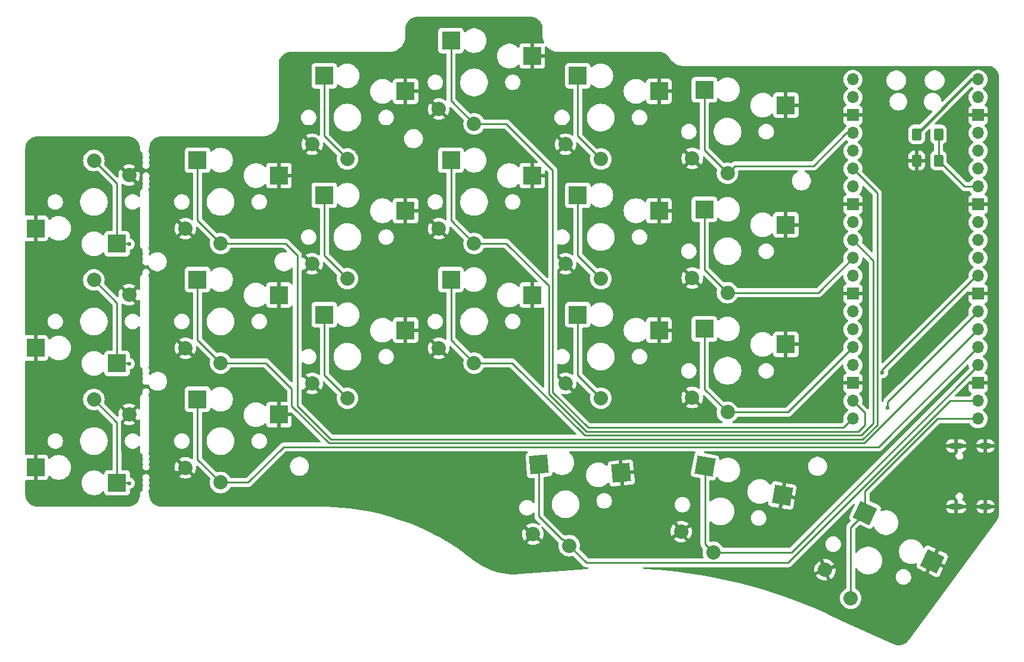
<source format=gbl>
%TF.GenerationSoftware,KiCad,Pcbnew,8.0.8*%
%TF.CreationDate,2025-05-22T15:24:10+02:00*%
%TF.ProjectId,keyboard_pcb,6b657962-6f61-4726-945f-7063622e6b69,rev1.0*%
%TF.SameCoordinates,Original*%
%TF.FileFunction,Copper,L2,Bot*%
%TF.FilePolarity,Positive*%
%FSLAX46Y46*%
G04 Gerber Fmt 4.6, Leading zero omitted, Abs format (unit mm)*
G04 Created by KiCad (PCBNEW 8.0.8) date 2025-05-22 15:24:10*
%MOMM*%
%LPD*%
G01*
G04 APERTURE LIST*
G04 Aperture macros list*
%AMRoundRect*
0 Rectangle with rounded corners*
0 $1 Rounding radius*
0 $2 $3 $4 $5 $6 $7 $8 $9 X,Y pos of 4 corners*
0 Add a 4 corners polygon primitive as box body*
4,1,4,$2,$3,$4,$5,$6,$7,$8,$9,$2,$3,0*
0 Add four circle primitives for the rounded corners*
1,1,$1+$1,$2,$3*
1,1,$1+$1,$4,$5*
1,1,$1+$1,$6,$7*
1,1,$1+$1,$8,$9*
0 Add four rect primitives between the rounded corners*
20,1,$1+$1,$2,$3,$4,$5,0*
20,1,$1+$1,$4,$5,$6,$7,0*
20,1,$1+$1,$6,$7,$8,$9,0*
20,1,$1+$1,$8,$9,$2,$3,0*%
%AMRotRect*
0 Rectangle, with rotation*
0 The origin of the aperture is its center*
0 $1 length*
0 $2 width*
0 $3 Rotation angle, in degrees counterclockwise*
0 Add horizontal line*
21,1,$1,$2,0,0,$3*%
G04 Aperture macros list end*
%TA.AperFunction,SMDPad,CuDef*%
%ADD10R,2.600000X2.600000*%
%TD*%
%TA.AperFunction,ComponentPad*%
%ADD11C,2.032000*%
%TD*%
%TA.AperFunction,ComponentPad*%
%ADD12O,1.700000X1.700000*%
%TD*%
%TA.AperFunction,ComponentPad*%
%ADD13R,1.700000X1.700000*%
%TD*%
%TA.AperFunction,SMDPad,CuDef*%
%ADD14RotRect,2.600000X2.600000X5.000000*%
%TD*%
%TA.AperFunction,SMDPad,CuDef*%
%ADD15RotRect,2.600000X2.600000X335.000000*%
%TD*%
%TA.AperFunction,HeatsinkPad*%
%ADD16O,2.000000X0.900000*%
%TD*%
%TA.AperFunction,HeatsinkPad*%
%ADD17O,1.700000X0.900000*%
%TD*%
%TA.AperFunction,SMDPad,CuDef*%
%ADD18RotRect,2.600000X2.600000X350.000000*%
%TD*%
%TA.AperFunction,SMDPad,CuDef*%
%ADD19RoundRect,0.250000X0.400000X0.625000X-0.400000X0.625000X-0.400000X-0.625000X0.400000X-0.625000X0*%
%TD*%
%TA.AperFunction,SMDPad,CuDef*%
%ADD20RoundRect,0.250000X-0.400000X-0.625000X0.400000X-0.625000X0.400000X0.625000X-0.400000X0.625000X0*%
%TD*%
%TA.AperFunction,ViaPad*%
%ADD21C,0.600000*%
%TD*%
%TA.AperFunction,Conductor*%
%ADD22C,0.400000*%
%TD*%
%TA.AperFunction,Conductor*%
%ADD23C,0.250000*%
%TD*%
G04 APERTURE END LIST*
D10*
%TO.P,K25,1*%
%TO.N,/k25*%
X160725000Y-88050000D03*
D11*
X164000000Y-99900000D03*
%TO.P,K25,2*%
%TO.N,GND*%
X159000000Y-97800000D03*
D10*
X172275000Y-90250000D03*
%TD*%
%TO.P,K24,1*%
%TO.N,/k24*%
X142725000Y-86050000D03*
D11*
X146000000Y-97900000D03*
%TO.P,K24,2*%
%TO.N,GND*%
X141000000Y-95800000D03*
D10*
X154275000Y-88250000D03*
%TD*%
%TO.P,K21,1*%
%TO.N,/k21*%
X88725000Y-98050000D03*
D11*
X92000000Y-109900000D03*
%TO.P,K21,2*%
%TO.N,GND*%
X87000000Y-107800000D03*
D10*
X100275000Y-100250000D03*
%TD*%
%TO.P,K02,1*%
%TO.N,/k02*%
X106725000Y-52050000D03*
D11*
X110000000Y-63900000D03*
%TO.P,K02,2*%
%TO.N,GND*%
X105000000Y-61800000D03*
D10*
X118275000Y-54250000D03*
%TD*%
%TO.P,K10,1*%
%TO.N,/k10*%
X77275000Y-92950000D03*
D11*
X74000000Y-81100000D03*
%TO.P,K10,2*%
%TO.N,GND*%
X79000000Y-83200000D03*
D10*
X65725000Y-90750000D03*
%TD*%
D12*
%TO.P,U2,1,GPIO0*%
%TO.N,tx*%
X181813200Y-52578000D03*
%TO.P,U2,2,GPIO1*%
%TO.N,rx*%
X181813200Y-55118000D03*
D13*
%TO.P,U2,3,GND*%
%TO.N,GND*%
X181813200Y-57658000D03*
D12*
%TO.P,U2,4,GPIO2*%
%TO.N,/k05*%
X181813200Y-60198000D03*
%TO.P,U2,5,GPIO3*%
%TO.N,/k04*%
X181813200Y-62738000D03*
%TO.P,U2,6,GPIO4*%
%TO.N,/k01*%
X181813200Y-65278000D03*
%TO.P,U2,7,GPIO5*%
%TO.N,/k00*%
X181813200Y-67818000D03*
D13*
%TO.P,U2,8,GND*%
%TO.N,GND*%
X181813200Y-70358000D03*
D12*
%TO.P,U2,9,GPIO6*%
%TO.N,/k22*%
X181813200Y-72898000D03*
%TO.P,U2,10,GPIO7*%
%TO.N,/k23*%
X181813200Y-75438000D03*
%TO.P,U2,11,GPIO8*%
%TO.N,/k15*%
X181813200Y-77978000D03*
%TO.P,U2,12,GPIO9*%
%TO.N,/k14*%
X181813200Y-80518000D03*
D13*
%TO.P,U2,13,GND*%
%TO.N,GND*%
X181813200Y-83058000D03*
D12*
%TO.P,U2,14,GPIO10*%
%TO.N,/k12*%
X181813200Y-85598000D03*
%TO.P,U2,15,GPIO11*%
%TO.N,/k02*%
X181813200Y-88138000D03*
%TO.P,U2,16,GPIO12*%
%TO.N,/k25*%
X181813200Y-90678000D03*
%TO.P,U2,17,GPIO13*%
%TO.N,/k24*%
X181813200Y-93218000D03*
D13*
%TO.P,U2,18,GND*%
%TO.N,GND*%
X181813200Y-95758000D03*
D12*
%TO.P,U2,19,GPIO14*%
%TO.N,/k13*%
X181813200Y-98298000D03*
%TO.P,U2,20,GPIO15*%
%TO.N,/k03*%
X181813200Y-100838000D03*
%TO.P,U2,21,GPIO16*%
%TO.N,/k32*%
X199593200Y-100838000D03*
%TO.P,U2,22,GPIO17*%
%TO.N,/k30*%
X199593200Y-98298000D03*
D13*
%TO.P,U2,23,GND*%
%TO.N,GND*%
X199593200Y-95758000D03*
D12*
%TO.P,U2,24,GPIO18*%
%TO.N,/k31*%
X199593200Y-93218000D03*
%TO.P,U2,25,GPIO19*%
%TO.N,/k21*%
X199593200Y-90678000D03*
%TO.P,U2,26,GPIO20*%
%TO.N,/k11*%
X199593200Y-88138000D03*
%TO.P,U2,27,GPIO21*%
%TO.N,/k20*%
X199593200Y-85598000D03*
D13*
%TO.P,U2,28,GND*%
%TO.N,GND*%
X199593200Y-83058000D03*
D12*
%TO.P,U2,29,GPIO22*%
%TO.N,/k10*%
X199593200Y-80518000D03*
%TO.P,U2,30,RUN*%
%TO.N,unconnected-(U2-RUN-Pad30)*%
X199593200Y-77978000D03*
%TO.P,U2,31,GPIO26_ADC0*%
%TO.N,unconnected-(U2-GPIO26_ADC0-Pad31)*%
X199593200Y-75438000D03*
%TO.P,U2,32,GPIO27_ADC1*%
%TO.N,unconnected-(U2-GPIO27_ADC1-Pad32)*%
X199593200Y-72898000D03*
D13*
%TO.P,U2,33,AGND*%
%TO.N,GND*%
X199593200Y-70358000D03*
D12*
%TO.P,U2,34,GPIO28_ADC2*%
%TO.N,vbus_sense*%
X199593200Y-67818000D03*
%TO.P,U2,35,ADC_VREF*%
%TO.N,unconnected-(U2-ADC_VREF-Pad35)_1*%
X199593200Y-65278000D03*
%TO.P,U2,36,3V3*%
%TO.N,unconnected-(U2-3V3-Pad36)_1*%
X199593200Y-62738000D03*
%TO.P,U2,37,3V3_EN*%
%TO.N,unconnected-(U2-3V3_EN-Pad37)*%
X199593200Y-60198000D03*
D13*
%TO.P,U2,38,GND*%
%TO.N,GND*%
X199593200Y-57658000D03*
D12*
%TO.P,U2,39,VSYS*%
%TO.N,VCC*%
X199593200Y-55118000D03*
%TO.P,U2,40,VBUS*%
%TO.N,VBUS*%
X199593200Y-52578000D03*
%TD*%
D10*
%TO.P,K04,1*%
%TO.N,/k04*%
X142725000Y-52050000D03*
D11*
X146000000Y-63900000D03*
%TO.P,K04,2*%
%TO.N,GND*%
X141000000Y-61800000D03*
D10*
X154275000Y-54250000D03*
%TD*%
%TO.P,K12,1*%
%TO.N,/k12*%
X106725000Y-69050000D03*
D11*
X110000000Y-80900000D03*
%TO.P,K12,2*%
%TO.N,GND*%
X105000000Y-78800000D03*
D10*
X118275000Y-71250000D03*
%TD*%
D14*
%TO.P,K30,1*%
%TO.N,/k30*%
X137218886Y-107358077D03*
D11*
X141514219Y-118877549D03*
%TO.P,K30,2*%
%TO.N,GND*%
X136350218Y-117221319D03*
D14*
X148916677Y-108543056D03*
%TD*%
D10*
%TO.P,K01,1*%
%TO.N,/k01*%
X88725000Y-64050000D03*
D11*
X92000000Y-75900000D03*
%TO.P,K01,2*%
%TO.N,GND*%
X87000000Y-73800000D03*
D10*
X100275000Y-66250000D03*
%TD*%
%TO.P,K14,1*%
%TO.N,/k14*%
X142725000Y-69050000D03*
D11*
X146000000Y-80900000D03*
%TO.P,K14,2*%
%TO.N,GND*%
X141000000Y-78800000D03*
D10*
X154275000Y-71250000D03*
%TD*%
%TO.P,K23,1*%
%TO.N,/k23*%
X124725000Y-81050000D03*
D11*
X128000000Y-92900000D03*
%TO.P,K23,2*%
%TO.N,GND*%
X123000000Y-90800000D03*
D10*
X136275000Y-83250000D03*
%TD*%
%TO.P,K03,1*%
%TO.N,/k03*%
X124725000Y-47050000D03*
D11*
X128000000Y-58900000D03*
%TO.P,K03,2*%
%TO.N,GND*%
X123000000Y-56800000D03*
D10*
X136275000Y-49250000D03*
%TD*%
%TO.P,K22,1*%
%TO.N,/k22*%
X106725000Y-86050000D03*
D11*
X110000000Y-97900000D03*
%TO.P,K22,2*%
%TO.N,GND*%
X105000000Y-95800000D03*
D10*
X118275000Y-88250000D03*
%TD*%
%TO.P,K15,1*%
%TO.N,/k15*%
X160725000Y-71050000D03*
D11*
X164000000Y-82900000D03*
%TO.P,K15,2*%
%TO.N,GND*%
X159000000Y-80800000D03*
D10*
X172275000Y-73250000D03*
%TD*%
D15*
%TO.P,K32,1*%
%TO.N,/k32*%
X183546421Y-114223394D03*
D11*
X181506552Y-126347216D03*
%TO.P,K32,2*%
%TO.N,GND*%
X177862512Y-122330878D03*
D15*
X193084515Y-121098512D03*
%TD*%
D10*
%TO.P,K11,1*%
%TO.N,/k11*%
X88725000Y-81050000D03*
D11*
X92000000Y-92900000D03*
%TO.P,K11,2*%
%TO.N,GND*%
X87000000Y-90800000D03*
D10*
X100275000Y-83250000D03*
%TD*%
D16*
%TO.P,J2,S1,SHIELD*%
%TO.N,GND*%
X196470000Y-113320000D03*
D17*
X200640000Y-113320000D03*
D16*
X196470000Y-104680000D03*
D17*
X200640000Y-104680000D03*
%TD*%
D10*
%TO.P,K05,1*%
%TO.N,/k05*%
X160725000Y-54050000D03*
D11*
X164000000Y-65900000D03*
%TO.P,K05,2*%
%TO.N,GND*%
X159000000Y-63800000D03*
D10*
X172275000Y-56250000D03*
%TD*%
%TO.P,K20,1*%
%TO.N,/k20*%
X77275000Y-109950000D03*
D11*
X74000000Y-98100000D03*
%TO.P,K20,2*%
%TO.N,GND*%
X79000000Y-100200000D03*
D10*
X65725000Y-107750000D03*
%TD*%
%TO.P,K13,1*%
%TO.N,/k13*%
X124725000Y-64050000D03*
D11*
X128000000Y-75900000D03*
%TO.P,K13,2*%
%TO.N,GND*%
X123000000Y-73800000D03*
D10*
X136275000Y-66250000D03*
%TD*%
%TO.P,K00,1*%
%TO.N,/k00*%
X77275000Y-75950000D03*
D11*
X74000000Y-64100000D03*
%TO.P,K00,2*%
%TO.N,GND*%
X79000000Y-66200000D03*
D10*
X65725000Y-73750000D03*
%TD*%
D18*
%TO.P,K31,1*%
%TO.N,/k31*%
X160807961Y-107571696D03*
D11*
X161975476Y-119810366D03*
%TO.P,K31,2*%
%TO.N,GND*%
X157416098Y-116874029D03*
D18*
X171800465Y-111743910D03*
%TD*%
D19*
%TO.P,R2,1*%
%TO.N,vbus_sense*%
X193980400Y-64109600D03*
%TO.P,R2,2*%
%TO.N,GND*%
X190880400Y-64109600D03*
%TD*%
D20*
%TO.P,R1,1*%
%TO.N,VBUS*%
X190880400Y-60401200D03*
%TO.P,R1,2*%
%TO.N,vbus_sense*%
X193980400Y-60401200D03*
%TD*%
D21*
%TO.N,GND*%
X89500000Y-94000000D03*
X173500000Y-108750000D03*
%TO.N,/k00*%
X79000000Y-76000000D03*
%TO.N,/k10*%
X186000000Y-94250000D03*
X79000000Y-93000000D03*
%TO.N,/k20*%
X186750000Y-99300000D03*
X79000000Y-110000000D03*
%TD*%
D22*
%TO.N,GND*%
X81125527Y-108400000D02*
X77999520Y-105273993D01*
X84000000Y-67200000D02*
X84000000Y-70800000D01*
X77999520Y-105273993D02*
X77999520Y-101200480D01*
X87000000Y-107800000D02*
X86400000Y-108400000D01*
X84000000Y-70800000D02*
X87000000Y-73800000D01*
X82300000Y-65500000D02*
X84000000Y-67200000D01*
X77999520Y-101200480D02*
X79000000Y-100200000D01*
X79700000Y-65500000D02*
X82300000Y-65500000D01*
X86400000Y-108400000D02*
X81125527Y-108400000D01*
X79000000Y-66200000D02*
X79700000Y-65500000D01*
D23*
%TO.N,/k00*%
X77275000Y-67375000D02*
X77275000Y-75950000D01*
X78950000Y-75950000D02*
X77275000Y-75950000D01*
X79000000Y-76000000D02*
X78950000Y-75950000D01*
X74000000Y-64100000D02*
X77275000Y-67375000D01*
%TO.N,/k01*%
X107626657Y-103749519D02*
X183204543Y-103749519D01*
X101200000Y-75900000D02*
X102900000Y-77600000D01*
X183204543Y-103749519D02*
X185250000Y-101704062D01*
X102900000Y-77600000D02*
X102900000Y-99022862D01*
X88725000Y-64050000D02*
X88725000Y-72625000D01*
X185250000Y-68714800D02*
X181813200Y-65278000D01*
X88725000Y-72625000D02*
X92000000Y-75900000D01*
X92000000Y-75900000D02*
X101200000Y-75900000D01*
X102900000Y-99022862D02*
X107626657Y-103749519D01*
X185250000Y-101704062D02*
X185250000Y-68714800D01*
%TO.N,/k02*%
X106725000Y-60625000D02*
X110000000Y-63900000D01*
X106725000Y-52050000D02*
X106725000Y-60625000D01*
%TO.N,/k03*%
X128000000Y-58900000D02*
X132574022Y-58900000D01*
X124725000Y-47050000D02*
X124725000Y-55625000D01*
X181762000Y-100838000D02*
X180500000Y-102100000D01*
X139175479Y-97075479D02*
X144200000Y-102100000D01*
X139175479Y-65501457D02*
X139175479Y-97075479D01*
X144200000Y-102100000D02*
X180500000Y-102100000D01*
X181813200Y-100838000D02*
X181762000Y-100838000D01*
X132574022Y-58900000D02*
X139175479Y-65501457D01*
X124725000Y-55625000D02*
X128000000Y-58900000D01*
%TO.N,/k04*%
X142725000Y-52050000D02*
X142725000Y-60625000D01*
X142725000Y-60625000D02*
X146000000Y-63900000D01*
%TO.N,/k05*%
X160725000Y-54050000D02*
X160725000Y-62625000D01*
X160725000Y-62625000D02*
X164000000Y-65900000D01*
X176215999Y-64884001D02*
X180902000Y-60198000D01*
X180902000Y-60198000D02*
X181813200Y-60198000D01*
X165015999Y-64884001D02*
X176215999Y-64884001D01*
X164000000Y-65900000D02*
X165015999Y-64884001D01*
%TO.N,/k10*%
X186000000Y-93860769D02*
X199342769Y-80518000D01*
X79000000Y-93000000D02*
X78950000Y-92950000D01*
X186000000Y-94250000D02*
X186000000Y-93860769D01*
X199342769Y-80518000D02*
X199593200Y-80518000D01*
X77275000Y-84375000D02*
X74000000Y-81100000D01*
X77275000Y-92950000D02*
X77275000Y-84375000D01*
X78950000Y-92950000D02*
X77275000Y-92950000D01*
%TO.N,/k11*%
X88725000Y-81050000D02*
X88725000Y-89625000D01*
X107399040Y-104299040D02*
X183432160Y-104299040D01*
X102100000Y-96577138D02*
X102100000Y-99000000D01*
X183432160Y-104299040D02*
X199593200Y-88138000D01*
X98422862Y-92900000D02*
X102100000Y-96577138D01*
X92000000Y-92900000D02*
X98422862Y-92900000D01*
X88725000Y-89625000D02*
X92000000Y-92900000D01*
X102100000Y-99000000D02*
X107399040Y-104299040D01*
%TO.N,/k12*%
X106725000Y-77625000D02*
X110000000Y-80900000D01*
X106725000Y-69050000D02*
X106725000Y-77625000D01*
%TO.N,/k13*%
X183500000Y-101750000D02*
X183500000Y-99984800D01*
X124725000Y-64050000D02*
X124725000Y-72625000D01*
X143972382Y-102649520D02*
X160626418Y-102649520D01*
X160700000Y-102649520D02*
X182600480Y-102649520D01*
X182600480Y-102649520D02*
X183500000Y-101750000D01*
X138625960Y-97303098D02*
X143972382Y-102649520D01*
X124725000Y-72625000D02*
X128000000Y-75900000D01*
X132574022Y-75900000D02*
X138625959Y-81951937D01*
X183500000Y-99984800D02*
X181813200Y-98298000D01*
X138625959Y-81951937D02*
X138625960Y-97303098D01*
X128000000Y-75900000D02*
X132574022Y-75900000D01*
%TO.N,/k14*%
X142725000Y-77625000D02*
X146000000Y-80900000D01*
X142725000Y-69050000D02*
X142725000Y-77625000D01*
%TO.N,/k15*%
X160725000Y-79625000D02*
X164000000Y-82900000D01*
X176891200Y-82900000D02*
X181813200Y-77978000D01*
X160725000Y-71050000D02*
X160725000Y-79625000D01*
X164000000Y-82900000D02*
X176891200Y-82900000D01*
%TO.N,/k20*%
X79000000Y-110000000D02*
X78950000Y-109950000D01*
X77275000Y-101375000D02*
X74000000Y-98100000D01*
X78950000Y-109950000D02*
X77275000Y-109950000D01*
X77275000Y-109950000D02*
X77275000Y-101375000D01*
X186750000Y-98441200D02*
X199593200Y-85598000D01*
X186750000Y-99300000D02*
X186750000Y-98441200D01*
%TO.N,/k21*%
X88725000Y-106625000D02*
X92000000Y-109900000D01*
X185422640Y-104848560D02*
X199593200Y-90678000D01*
X100951440Y-104848560D02*
X185422640Y-104848560D01*
X88725000Y-98050000D02*
X88725000Y-106625000D01*
X95900000Y-109900000D02*
X100951440Y-104848560D01*
X92000000Y-109900000D02*
X95900000Y-109900000D01*
%TO.N,/k22*%
X106725000Y-94625000D02*
X110000000Y-97900000D01*
X106725000Y-86050000D02*
X106725000Y-94625000D01*
%TO.N,/k23*%
X124725000Y-89625000D02*
X128000000Y-92900000D01*
X184700480Y-78325280D02*
X181813200Y-75438000D01*
X143700000Y-103200000D02*
X182976924Y-103200000D01*
X128000000Y-92900000D02*
X133400000Y-92900000D01*
X124725000Y-81050000D02*
X124725000Y-89625000D01*
X133400000Y-92900000D02*
X143700000Y-103200000D01*
X184700480Y-101476444D02*
X184700480Y-78325280D01*
X182976924Y-103200000D02*
X184700480Y-101476444D01*
%TO.N,/k24*%
X142725000Y-86050000D02*
X142725000Y-94625000D01*
X142725000Y-94625000D02*
X146000000Y-97900000D01*
%TO.N,/k25*%
X160725000Y-88050000D02*
X160725000Y-96625000D01*
X164000000Y-99900000D02*
X172591200Y-99900000D01*
X172591200Y-99900000D02*
X181813200Y-90678000D01*
X160725000Y-96625000D02*
X164000000Y-99900000D01*
%TO.N,/k30*%
X141514219Y-118877549D02*
X143936670Y-121300000D01*
X195624862Y-98298000D02*
X199593200Y-98298000D01*
X141514219Y-118877549D02*
X140636670Y-118000000D01*
X143936670Y-121300000D02*
X172622862Y-121300000D01*
X137218886Y-114718886D02*
X137218886Y-107358077D01*
X140500000Y-118000000D02*
X137218886Y-114718886D01*
X140636670Y-118000000D02*
X140500000Y-118000000D01*
X172622862Y-121300000D02*
X195624862Y-98298000D01*
%TO.N,/k31*%
X199593200Y-93306800D02*
X173089634Y-119810366D01*
X199593200Y-93218000D02*
X199593200Y-93306800D01*
X161975476Y-119810366D02*
X160807961Y-118642851D01*
X173089634Y-119810366D02*
X161975476Y-119810366D01*
X160807961Y-118642851D02*
X160807961Y-107571696D01*
%TO.N,/k32*%
X181506552Y-116263263D02*
X183546421Y-114223394D01*
X181506552Y-126347216D02*
X181506552Y-116263263D01*
X183546421Y-114223394D02*
X183546421Y-111153579D01*
X183546421Y-111153579D02*
X193862000Y-100838000D01*
X193862000Y-100838000D02*
X199593200Y-100838000D01*
D22*
%TO.N,VBUS*%
X198703600Y-52578000D02*
X190880400Y-60401200D01*
X199593200Y-52578000D02*
X198703600Y-52578000D01*
D23*
%TO.N,vbus_sense*%
X193980400Y-60401200D02*
X193980400Y-64109600D01*
X197688800Y-67818000D02*
X193980400Y-64109600D01*
X199593200Y-67818000D02*
X197688800Y-67818000D01*
%TD*%
%TA.AperFunction,Conductor*%
%TO.N,GND*%
G36*
X136004418Y-43650816D02*
G01*
X136240140Y-43667674D01*
X136257641Y-43670191D01*
X136484229Y-43719482D01*
X136501188Y-43724461D01*
X136638672Y-43775740D01*
X136718462Y-43805501D01*
X136734555Y-43812851D01*
X136938068Y-43923977D01*
X136952951Y-43933542D01*
X137138579Y-44072501D01*
X137151950Y-44084087D01*
X137315912Y-44248049D01*
X137327498Y-44261420D01*
X137466457Y-44447048D01*
X137476022Y-44461931D01*
X137587148Y-44665444D01*
X137594498Y-44681537D01*
X137675535Y-44898803D01*
X137680519Y-44915779D01*
X137729807Y-45142352D01*
X137732325Y-45159864D01*
X137749184Y-45395581D01*
X137749500Y-45404427D01*
X137749500Y-46355830D01*
X137749500Y-46400000D01*
X137749500Y-46536130D01*
X137782318Y-46806405D01*
X137803635Y-46892891D01*
X137847475Y-47070760D01*
X137944271Y-47325986D01*
X137949638Y-47395649D01*
X137916491Y-47457155D01*
X137855352Y-47490977D01*
X137785634Y-47486375D01*
X137784995Y-47486139D01*
X137684097Y-47448506D01*
X137623581Y-47442000D01*
X136529000Y-47442000D01*
X136529000Y-48996000D01*
X138083000Y-48996000D01*
X138083000Y-47956906D01*
X138102685Y-47889867D01*
X138155489Y-47844112D01*
X138224647Y-47834168D01*
X138288203Y-47863193D01*
X138299813Y-47874676D01*
X138405747Y-47994251D01*
X138405752Y-47994256D01*
X138580987Y-48149500D01*
X138609538Y-48174794D01*
X138833603Y-48329456D01*
X139074678Y-48455981D01*
X139213452Y-48508611D01*
X139329240Y-48552524D01*
X139329242Y-48552524D01*
X139329246Y-48552526D01*
X139593595Y-48617682D01*
X139819690Y-48645135D01*
X139863868Y-48650500D01*
X139863870Y-48650500D01*
X139950172Y-48650500D01*
X154255830Y-48650500D01*
X154295881Y-48650500D01*
X154304116Y-48650774D01*
X154516360Y-48664901D01*
X154532668Y-48667081D01*
X154737138Y-48708401D01*
X154753006Y-48712722D01*
X154950180Y-48780773D01*
X154965355Y-48787167D01*
X155059616Y-48834487D01*
X155146662Y-48878185D01*
X155151774Y-48880751D01*
X155165969Y-48889102D01*
X155338333Y-49006565D01*
X155351275Y-49016705D01*
X155506572Y-49155997D01*
X155518058Y-49167767D01*
X155608176Y-49273305D01*
X155653507Y-49326393D01*
X155663346Y-49339602D01*
X155778629Y-49517957D01*
X155781352Y-49522369D01*
X155781799Y-49523128D01*
X155781819Y-49523162D01*
X155783322Y-49525790D01*
X155803376Y-49561865D01*
X155811619Y-49573736D01*
X155822504Y-49592229D01*
X155851040Y-49640713D01*
X155851046Y-49640722D01*
X156010078Y-49850853D01*
X156010080Y-49850855D01*
X156192250Y-50041290D01*
X156192252Y-50041291D01*
X156192254Y-50041294D01*
X156395128Y-50209487D01*
X156395136Y-50209493D01*
X156463774Y-50254153D01*
X156616022Y-50353215D01*
X156851991Y-50470558D01*
X157099900Y-50559959D01*
X157356451Y-50620228D01*
X157618235Y-50650564D01*
X157749997Y-50650498D01*
X200931165Y-50650498D01*
X200931169Y-50650500D01*
X200955830Y-50650500D01*
X200995572Y-50650500D01*
X201004418Y-50650816D01*
X201211675Y-50665639D01*
X201229180Y-50668156D01*
X201427882Y-50711381D01*
X201444847Y-50716362D01*
X201635382Y-50787428D01*
X201651465Y-50794772D01*
X201775906Y-50862723D01*
X201829940Y-50892228D01*
X201844823Y-50901793D01*
X202007607Y-51023651D01*
X202020978Y-51035237D01*
X202164762Y-51179021D01*
X202176348Y-51192392D01*
X202298206Y-51355176D01*
X202307771Y-51370059D01*
X202405224Y-51548529D01*
X202412574Y-51564623D01*
X202483635Y-51755147D01*
X202488619Y-51772122D01*
X202531842Y-51970816D01*
X202534360Y-51988327D01*
X202549184Y-52195580D01*
X202549500Y-52204427D01*
X202549500Y-114395973D01*
X202549239Y-114404015D01*
X202536987Y-114592520D01*
X202534905Y-114608468D01*
X202499139Y-114789841D01*
X202495010Y-114805387D01*
X202436072Y-114980593D01*
X202429967Y-114995472D01*
X202348840Y-115161593D01*
X202340859Y-115175558D01*
X202236685Y-115333148D01*
X202232035Y-115339709D01*
X202204663Y-115375791D01*
X202200125Y-115383118D01*
X189780681Y-132257449D01*
X189771102Y-132268942D01*
X189764802Y-132275633D01*
X189746093Y-132304142D01*
X189742293Y-132309608D01*
X189729330Y-132327221D01*
X189727961Y-132329045D01*
X189600420Y-132495823D01*
X189588572Y-132509197D01*
X189429947Y-132664157D01*
X189416299Y-132675690D01*
X189237049Y-132806244D01*
X189221886Y-132815695D01*
X189025734Y-132919132D01*
X189009369Y-132926306D01*
X188800393Y-133000476D01*
X188783168Y-133005224D01*
X188565689Y-133048593D01*
X188547960Y-133050815D01*
X188326521Y-133062476D01*
X188308657Y-133062128D01*
X188087833Y-133041843D01*
X188070204Y-133038931D01*
X187854587Y-132987119D01*
X187837559Y-132981703D01*
X187628118Y-132898038D01*
X187623215Y-132895956D01*
X187621629Y-132895242D01*
X187618362Y-132893714D01*
X187583098Y-132876588D01*
X187567435Y-132870867D01*
X180238357Y-129574334D01*
X180234282Y-129572412D01*
X179713178Y-129314872D01*
X179500255Y-129209641D01*
X178800857Y-128883582D01*
X178003696Y-128511946D01*
X176491663Y-127848532D01*
X174964913Y-127219730D01*
X173424244Y-126625865D01*
X171870394Y-126067226D01*
X170304267Y-125544138D01*
X168726645Y-125056860D01*
X167138304Y-124605634D01*
X165540132Y-124190708D01*
X165540122Y-124190705D01*
X165540108Y-124190702D01*
X163932876Y-123812280D01*
X163932878Y-123812280D01*
X163932872Y-123812279D01*
X162317439Y-123470562D01*
X161613373Y-123338307D01*
X160694644Y-123165728D01*
X159065323Y-122897933D01*
X157714880Y-122707454D01*
X157430299Y-122667314D01*
X155790511Y-122474002D01*
X154281575Y-122330878D01*
X176333799Y-122330878D01*
X176352620Y-122570024D01*
X176361476Y-122606907D01*
X177227512Y-122291696D01*
X177227512Y-122393420D01*
X177251915Y-122516101D01*
X177299783Y-122631663D01*
X177369276Y-122735667D01*
X177402293Y-122768684D01*
X176536514Y-123083802D01*
X176625755Y-123229430D01*
X176781549Y-123411840D01*
X176963956Y-123567632D01*
X177168497Y-123692974D01*
X177390109Y-123784768D01*
X177623367Y-123840769D01*
X177862512Y-123859590D01*
X178101658Y-123840769D01*
X178101664Y-123840768D01*
X178138542Y-123831913D01*
X177823332Y-122965878D01*
X177925054Y-122965878D01*
X178047735Y-122941475D01*
X178163297Y-122893607D01*
X178267301Y-122824114D01*
X178300319Y-122791095D01*
X178615436Y-123656873D01*
X178761067Y-123567632D01*
X178943474Y-123411840D01*
X179099266Y-123229433D01*
X179224608Y-123024892D01*
X179316402Y-122803280D01*
X179372403Y-122570022D01*
X179391224Y-122330877D01*
X179372402Y-122091730D01*
X179363547Y-122054847D01*
X179363546Y-122054847D01*
X178497512Y-122370056D01*
X178497512Y-122268336D01*
X178473109Y-122145655D01*
X178425241Y-122030093D01*
X178355748Y-121926089D01*
X178322728Y-121893069D01*
X179188508Y-121577952D01*
X179099268Y-121432325D01*
X178943474Y-121249915D01*
X178761067Y-121094123D01*
X178556526Y-120968781D01*
X178334914Y-120876987D01*
X178101656Y-120820986D01*
X177862512Y-120802165D01*
X177623365Y-120820986D01*
X177586481Y-120829842D01*
X177901691Y-121695878D01*
X177799970Y-121695878D01*
X177677289Y-121720281D01*
X177561727Y-121768149D01*
X177457723Y-121837642D01*
X177424704Y-121870660D01*
X177109586Y-121004880D01*
X177109585Y-121004880D01*
X176963962Y-121094119D01*
X176963960Y-121094120D01*
X176781549Y-121249915D01*
X176625757Y-121432322D01*
X176500415Y-121636863D01*
X176408621Y-121858475D01*
X176352620Y-122091733D01*
X176333799Y-122330878D01*
X154281575Y-122330878D01*
X154146711Y-122318086D01*
X154146700Y-122318085D01*
X154146698Y-122318085D01*
X153872954Y-122298399D01*
X152499749Y-122199646D01*
X152126749Y-122181351D01*
X152060754Y-122158406D01*
X152017641Y-122103424D01*
X152011098Y-122033861D01*
X152043202Y-121971804D01*
X152103760Y-121936954D01*
X152132824Y-121933500D01*
X172685257Y-121933500D01*
X172685258Y-121933499D01*
X172807647Y-121909155D01*
X172922937Y-121861400D01*
X173026695Y-121792071D01*
X176229853Y-118588912D01*
X177913907Y-118588912D01*
X177913907Y-118762287D01*
X177941027Y-118933513D01*
X177994597Y-119098388D01*
X177994598Y-119098391D01*
X178073305Y-119252860D01*
X178175206Y-119393114D01*
X178297793Y-119515701D01*
X178438047Y-119617602D01*
X178513809Y-119656204D01*
X178592515Y-119696308D01*
X178592518Y-119696309D01*
X178674955Y-119723094D01*
X178757395Y-119749880D01*
X178836698Y-119762440D01*
X178928620Y-119777000D01*
X178928625Y-119777000D01*
X179101994Y-119777000D01*
X179185002Y-119763852D01*
X179273219Y-119749880D01*
X179438098Y-119696308D01*
X179592567Y-119617602D01*
X179732821Y-119515701D01*
X179855408Y-119393114D01*
X179957309Y-119252860D01*
X180036015Y-119098391D01*
X180089587Y-118933512D01*
X180106357Y-118827628D01*
X180116707Y-118762287D01*
X180116707Y-118588912D01*
X180094360Y-118447825D01*
X180089587Y-118417688D01*
X180051341Y-118299978D01*
X180036016Y-118252811D01*
X180036015Y-118252808D01*
X179957308Y-118098339D01*
X179855408Y-117958086D01*
X179732821Y-117835499D01*
X179592567Y-117733598D01*
X179438098Y-117654891D01*
X179438095Y-117654890D01*
X179273220Y-117601320D01*
X179101994Y-117574200D01*
X179101989Y-117574200D01*
X178928625Y-117574200D01*
X178928620Y-117574200D01*
X178757393Y-117601320D01*
X178592518Y-117654890D01*
X178592515Y-117654891D01*
X178438046Y-117733598D01*
X178368609Y-117784048D01*
X178297793Y-117835499D01*
X178297791Y-117835501D01*
X178297790Y-117835501D01*
X178175208Y-117958083D01*
X178175208Y-117958084D01*
X178175206Y-117958086D01*
X178149193Y-117993890D01*
X178073305Y-118098339D01*
X177994598Y-118252808D01*
X177994597Y-118252811D01*
X177941027Y-118417686D01*
X177913907Y-118588912D01*
X176229853Y-118588912D01*
X181888634Y-112930130D01*
X181949955Y-112896647D01*
X182019647Y-112901631D01*
X182075580Y-112943503D01*
X182099997Y-113008967D01*
X182088695Y-113070218D01*
X181337406Y-114681363D01*
X181317710Y-114739009D01*
X181306122Y-114884770D01*
X181319469Y-114948557D01*
X181334200Y-115018961D01*
X181336071Y-115027899D01*
X181405126Y-115156783D01*
X181405127Y-115156784D01*
X181444450Y-115196737D01*
X181473593Y-115226346D01*
X181506591Y-115287933D01*
X181501053Y-115357583D01*
X181472900Y-115401010D01*
X181236637Y-115637274D01*
X181102719Y-115771192D01*
X181078748Y-115795163D01*
X181014479Y-115859431D01*
X180945155Y-115963181D01*
X180945150Y-115963190D01*
X180897397Y-116078477D01*
X180897395Y-116078485D01*
X180873052Y-116200864D01*
X180873052Y-124878005D01*
X180853367Y-124945044D01*
X180813842Y-124983732D01*
X180607705Y-125110053D01*
X180607700Y-125110057D01*
X180425234Y-125265898D01*
X180269393Y-125448364D01*
X180269389Y-125448369D01*
X180144011Y-125652967D01*
X180144009Y-125652970D01*
X180052182Y-125874661D01*
X180052182Y-125874662D01*
X179996164Y-126107996D01*
X179977338Y-126347216D01*
X179996164Y-126586435D01*
X180052182Y-126819769D01*
X180052182Y-126819770D01*
X180144009Y-127041461D01*
X180144011Y-127041464D01*
X180269389Y-127246062D01*
X180269393Y-127246067D01*
X180340034Y-127328777D01*
X180425234Y-127428534D01*
X180542033Y-127528289D01*
X180607700Y-127584374D01*
X180607705Y-127584378D01*
X180812303Y-127709756D01*
X180812306Y-127709758D01*
X181033998Y-127801585D01*
X181092331Y-127815589D01*
X181267330Y-127857603D01*
X181506552Y-127876430D01*
X181745774Y-127857603D01*
X181979105Y-127801585D01*
X181979106Y-127801585D01*
X182200797Y-127709758D01*
X182200798Y-127709757D01*
X182200801Y-127709756D01*
X182405401Y-127584376D01*
X182587870Y-127428534D01*
X182743712Y-127246065D01*
X182869092Y-127041465D01*
X182960921Y-126819769D01*
X183016939Y-126586438D01*
X183035766Y-126347216D01*
X183016939Y-126107994D01*
X182960921Y-125874663D01*
X182960921Y-125874662D01*
X182960921Y-125874661D01*
X182869094Y-125652970D01*
X182869092Y-125652967D01*
X182743714Y-125448369D01*
X182743710Y-125448364D01*
X182687625Y-125382697D01*
X182587870Y-125265898D01*
X182488113Y-125180698D01*
X182405403Y-125110057D01*
X182405398Y-125110053D01*
X182199262Y-124983732D01*
X182152387Y-124931920D01*
X182140052Y-124878005D01*
X182140052Y-123237712D01*
X187883293Y-123237712D01*
X187883293Y-123411087D01*
X187910413Y-123582313D01*
X187963983Y-123747188D01*
X187963984Y-123747191D01*
X188007153Y-123831913D01*
X188042691Y-123901660D01*
X188144592Y-124041914D01*
X188267179Y-124164501D01*
X188407433Y-124266402D01*
X188483195Y-124305004D01*
X188561901Y-124345108D01*
X188561904Y-124345109D01*
X188644341Y-124371894D01*
X188726781Y-124398680D01*
X188806084Y-124411240D01*
X188898006Y-124425800D01*
X188898011Y-124425800D01*
X189071380Y-124425800D01*
X189154388Y-124412652D01*
X189242605Y-124398680D01*
X189407484Y-124345108D01*
X189561953Y-124266402D01*
X189702207Y-124164501D01*
X189824794Y-124041914D01*
X189926695Y-123901660D01*
X190005401Y-123747191D01*
X190058973Y-123582312D01*
X190076672Y-123470563D01*
X190086093Y-123411087D01*
X190086093Y-123237712D01*
X190070130Y-123136931D01*
X190058973Y-123066488D01*
X190025998Y-122965000D01*
X190005402Y-122901611D01*
X190005401Y-122901608D01*
X189976282Y-122844460D01*
X192550623Y-122844460D01*
X193542657Y-123307054D01*
X193600240Y-123326729D01*
X193600238Y-123326729D01*
X193745863Y-123338307D01*
X193888839Y-123308389D01*
X193888851Y-123308384D01*
X194017602Y-123239402D01*
X194017606Y-123239399D01*
X194121712Y-123136931D01*
X194153181Y-123084841D01*
X194615773Y-122092807D01*
X193207372Y-121436059D01*
X192550623Y-122844460D01*
X189976282Y-122844460D01*
X189926694Y-122747139D01*
X189910323Y-122724606D01*
X189824794Y-122606886D01*
X189702207Y-122484299D01*
X189561953Y-122382398D01*
X189518038Y-122360022D01*
X189407484Y-122303691D01*
X189407481Y-122303690D01*
X189242606Y-122250120D01*
X189071380Y-122223000D01*
X189071375Y-122223000D01*
X188898011Y-122223000D01*
X188898006Y-122223000D01*
X188726779Y-122250120D01*
X188561904Y-122303690D01*
X188561901Y-122303691D01*
X188407432Y-122382398D01*
X188327412Y-122440536D01*
X188267179Y-122484299D01*
X188267177Y-122484301D01*
X188267176Y-122484301D01*
X188144594Y-122606883D01*
X188144594Y-122606884D01*
X188144592Y-122606886D01*
X188122756Y-122636941D01*
X188042691Y-122747139D01*
X187963984Y-122901608D01*
X187963983Y-122901611D01*
X187910413Y-123066486D01*
X187883293Y-123237712D01*
X182140052Y-123237712D01*
X182140052Y-122169225D01*
X182159737Y-122102186D01*
X182212541Y-122056431D01*
X182281699Y-122046487D01*
X182345255Y-122075512D01*
X182362428Y-122093739D01*
X182362655Y-122094035D01*
X182362657Y-122094038D01*
X182398694Y-122141002D01*
X182519463Y-122298392D01*
X182519469Y-122298399D01*
X182701600Y-122480530D01*
X182701606Y-122480535D01*
X182905962Y-122637343D01*
X182905969Y-122637347D01*
X183129030Y-122766132D01*
X183129035Y-122766134D01*
X183129038Y-122766136D01*
X183129042Y-122766137D01*
X183129047Y-122766140D01*
X183218711Y-122803280D01*
X183367016Y-122864710D01*
X183615825Y-122931378D01*
X183871207Y-122965000D01*
X183871214Y-122965000D01*
X184128786Y-122965000D01*
X184128793Y-122965000D01*
X184384175Y-122931378D01*
X184632984Y-122864710D01*
X184870962Y-122766136D01*
X185094038Y-122637343D01*
X185298394Y-122480535D01*
X185480535Y-122298394D01*
X185637343Y-122094038D01*
X185766136Y-121870962D01*
X185864710Y-121632984D01*
X185931378Y-121384175D01*
X185965000Y-121128793D01*
X185965000Y-120871207D01*
X185931378Y-120615825D01*
X185864710Y-120367016D01*
X185766136Y-120129038D01*
X185766134Y-120129035D01*
X185766132Y-120129030D01*
X185637347Y-119905969D01*
X185637343Y-119905962D01*
X185480535Y-119701606D01*
X185480530Y-119701600D01*
X185378625Y-119599695D01*
X188365857Y-119599695D01*
X188365857Y-119829178D01*
X188390803Y-120018652D01*
X188395809Y-120056675D01*
X188415201Y-120129047D01*
X188455199Y-120278324D01*
X188543007Y-120490313D01*
X188543013Y-120490325D01*
X188642503Y-120662648D01*
X188657749Y-120689054D01*
X188797438Y-120871098D01*
X188797446Y-120871107D01*
X188959687Y-121033348D01*
X188959695Y-121033355D01*
X189141739Y-121173044D01*
X189141742Y-121173045D01*
X189141745Y-121173048D01*
X189340469Y-121287781D01*
X189340474Y-121287783D01*
X189340480Y-121287786D01*
X189421917Y-121321518D01*
X189552470Y-121375595D01*
X189774119Y-121434985D01*
X190001623Y-121464937D01*
X190001630Y-121464937D01*
X190231084Y-121464937D01*
X190231091Y-121464937D01*
X190458595Y-121434985D01*
X190680244Y-121375595D01*
X190732876Y-121353793D01*
X190802343Y-121346324D01*
X190864823Y-121377598D01*
X190900476Y-121437687D01*
X190897983Y-121507512D01*
X190892711Y-121520757D01*
X190875972Y-121556654D01*
X190856297Y-121614236D01*
X190844719Y-121759860D01*
X190874637Y-121902836D01*
X190874642Y-121902848D01*
X190943624Y-122031599D01*
X190943627Y-122031603D01*
X191046095Y-122135709D01*
X191098185Y-122167178D01*
X192090218Y-122629770D01*
X192854313Y-120991167D01*
X192861547Y-120975653D01*
X193422062Y-120975653D01*
X194830463Y-121632402D01*
X195293057Y-120640369D01*
X195312732Y-120582787D01*
X195324310Y-120437163D01*
X195294392Y-120294187D01*
X195294387Y-120294175D01*
X195225405Y-120165424D01*
X195225402Y-120165420D01*
X195122934Y-120061314D01*
X195070844Y-120029845D01*
X194078810Y-119567252D01*
X193422062Y-120975653D01*
X192861547Y-120975653D01*
X193618405Y-119352562D01*
X192626372Y-118889969D01*
X192568789Y-118870294D01*
X192568791Y-118870294D01*
X192423166Y-118858716D01*
X192280190Y-118888634D01*
X192280178Y-118888639D01*
X192151427Y-118957621D01*
X192151423Y-118957624D01*
X192047317Y-119060092D01*
X192015847Y-119112182D01*
X192000313Y-119145497D01*
X191954140Y-119197936D01*
X191886946Y-119217087D01*
X191820065Y-119196871D01*
X191774731Y-119143705D01*
X191773379Y-119140566D01*
X191689701Y-118938549D01*
X191574968Y-118739825D01*
X191574965Y-118739822D01*
X191574964Y-118739819D01*
X191447116Y-118573206D01*
X191435276Y-118557776D01*
X191435275Y-118557775D01*
X191435268Y-118557767D01*
X191273027Y-118395526D01*
X191273018Y-118395518D01*
X191090974Y-118255829D01*
X191085741Y-118252808D01*
X190892245Y-118141093D01*
X190892233Y-118141087D01*
X190680244Y-118053279D01*
X190458595Y-117993889D01*
X190420572Y-117988883D01*
X190231098Y-117963937D01*
X190231091Y-117963937D01*
X190001623Y-117963937D01*
X190001615Y-117963937D01*
X189785072Y-117992446D01*
X189774119Y-117993889D01*
X189680433Y-118018991D01*
X189552469Y-118053279D01*
X189340480Y-118141087D01*
X189340466Y-118141094D01*
X189141739Y-118255829D01*
X188959695Y-118395518D01*
X188797438Y-118557775D01*
X188657749Y-118739819D01*
X188543014Y-118938546D01*
X188543007Y-118938560D01*
X188455199Y-119150549D01*
X188395810Y-119372196D01*
X188395808Y-119372207D01*
X188365857Y-119599695D01*
X185378625Y-119599695D01*
X185298399Y-119519469D01*
X185298392Y-119519463D01*
X185094046Y-119362663D01*
X185094044Y-119362661D01*
X185094038Y-119362657D01*
X185094033Y-119362654D01*
X185094030Y-119362652D01*
X184870969Y-119233867D01*
X184870952Y-119233859D01*
X184632982Y-119135289D01*
X184475243Y-119093023D01*
X184384175Y-119068622D01*
X184352252Y-119064419D01*
X184128800Y-119035000D01*
X184128793Y-119035000D01*
X183871207Y-119035000D01*
X183871199Y-119035000D01*
X183615825Y-119068622D01*
X183367017Y-119135289D01*
X183129047Y-119233859D01*
X183129030Y-119233867D01*
X182905969Y-119362652D01*
X182905953Y-119362663D01*
X182701607Y-119519463D01*
X182701600Y-119519469D01*
X182519469Y-119701600D01*
X182519463Y-119701607D01*
X182362428Y-119906260D01*
X182306000Y-119947463D01*
X182236254Y-119951618D01*
X182175334Y-119917406D01*
X182142581Y-119855688D01*
X182140052Y-119830774D01*
X182140052Y-116577028D01*
X182159737Y-116509989D01*
X182176367Y-116489351D01*
X182735146Y-115930571D01*
X182796467Y-115897088D01*
X182866158Y-115902072D01*
X182875230Y-115905872D01*
X184004390Y-116432408D01*
X184004392Y-116432408D01*
X184004397Y-116432411D01*
X184062037Y-116452105D01*
X184177804Y-116461307D01*
X184207797Y-116463692D01*
X184207797Y-116463691D01*
X184207800Y-116463692D01*
X184350923Y-116433745D01*
X184479811Y-116364688D01*
X184584024Y-116262117D01*
X184615520Y-116209980D01*
X184630882Y-116177035D01*
X184677053Y-116124597D01*
X184744246Y-116105444D01*
X184811127Y-116125659D01*
X184856463Y-116178823D01*
X184857812Y-116181957D01*
X184894611Y-116270796D01*
X184941232Y-116383350D01*
X184941236Y-116383359D01*
X184987616Y-116463692D01*
X185024345Y-116527309D01*
X185055971Y-116582086D01*
X185195660Y-116764130D01*
X185195668Y-116764139D01*
X185357909Y-116926380D01*
X185357917Y-116926387D01*
X185357918Y-116926388D01*
X185371189Y-116936571D01*
X185539961Y-117066076D01*
X185539964Y-117066077D01*
X185539967Y-117066080D01*
X185738691Y-117180813D01*
X185738696Y-117180815D01*
X185738702Y-117180818D01*
X185830059Y-117218659D01*
X185950692Y-117268627D01*
X186172341Y-117328017D01*
X186399845Y-117357969D01*
X186399852Y-117357969D01*
X186629306Y-117357969D01*
X186629313Y-117357969D01*
X186856817Y-117328017D01*
X187078466Y-117268627D01*
X187290467Y-117180813D01*
X187489191Y-117066080D01*
X187671240Y-116926388D01*
X187671244Y-116926383D01*
X187671249Y-116926380D01*
X187833490Y-116764139D01*
X187833493Y-116764134D01*
X187833498Y-116764130D01*
X187973190Y-116582081D01*
X188087923Y-116383357D01*
X188175737Y-116171356D01*
X188235127Y-115949707D01*
X188265079Y-115722203D01*
X188265079Y-115492735D01*
X188235127Y-115265231D01*
X188175737Y-115043582D01*
X188117784Y-114903671D01*
X188087928Y-114831592D01*
X188087925Y-114831586D01*
X188087923Y-114831581D01*
X187973190Y-114632857D01*
X187973187Y-114632854D01*
X187973186Y-114632851D01*
X187833497Y-114450807D01*
X187833490Y-114450799D01*
X187671249Y-114288558D01*
X187671240Y-114288550D01*
X187489196Y-114148861D01*
X187290469Y-114034126D01*
X187290455Y-114034119D01*
X187078466Y-113946311D01*
X187070741Y-113944241D01*
X186856817Y-113886921D01*
X186818794Y-113881915D01*
X186629320Y-113856969D01*
X186629313Y-113856969D01*
X186399845Y-113856969D01*
X186399837Y-113856969D01*
X186186659Y-113885036D01*
X186172341Y-113886921D01*
X186061516Y-113916616D01*
X185950695Y-113946310D01*
X185950693Y-113946310D01*
X185950692Y-113946311D01*
X185908548Y-113963767D01*
X185898743Y-113967829D01*
X185829274Y-113975296D01*
X185766795Y-113944021D01*
X185731143Y-113883931D01*
X185733638Y-113814106D01*
X185738911Y-113800861D01*
X185747683Y-113782047D01*
X185755438Y-113765418D01*
X185775132Y-113707778D01*
X185786719Y-113562015D01*
X185756772Y-113418892D01*
X185745258Y-113397403D01*
X185687715Y-113290004D01*
X185687713Y-113290002D01*
X185585143Y-113185790D01*
X185533007Y-113154294D01*
X185343658Y-113065999D01*
X194993755Y-113065999D01*
X194993756Y-113066000D01*
X195759940Y-113066000D01*
X195735795Y-113079940D01*
X195679940Y-113135795D01*
X195640444Y-113204204D01*
X195620000Y-113280504D01*
X195620000Y-113359496D01*
X195640444Y-113435796D01*
X195679940Y-113504205D01*
X195735795Y-113560060D01*
X195759940Y-113574000D01*
X194993756Y-113574000D01*
X194998814Y-113599430D01*
X194998816Y-113599438D01*
X195071030Y-113773780D01*
X195071035Y-113773789D01*
X195175872Y-113930688D01*
X195175875Y-113930692D01*
X195309307Y-114064124D01*
X195309311Y-114064127D01*
X195466210Y-114168964D01*
X195466219Y-114168969D01*
X195640561Y-114241183D01*
X195640567Y-114241185D01*
X195825642Y-114278000D01*
X196216000Y-114278000D01*
X196216000Y-113620000D01*
X196724000Y-113620000D01*
X196724000Y-114278000D01*
X197114357Y-114278000D01*
X197299432Y-114241185D01*
X197299438Y-114241183D01*
X197473780Y-114168969D01*
X197473789Y-114168964D01*
X197630688Y-114064127D01*
X197630692Y-114064124D01*
X197764124Y-113930692D01*
X197764127Y-113930688D01*
X197868964Y-113773789D01*
X197868969Y-113773780D01*
X197941183Y-113599438D01*
X197941185Y-113599430D01*
X197946244Y-113574000D01*
X197180060Y-113574000D01*
X197204205Y-113560060D01*
X197260060Y-113504205D01*
X197299556Y-113435796D01*
X197320000Y-113359496D01*
X197320000Y-113280504D01*
X197299556Y-113204204D01*
X197260060Y-113135795D01*
X197204205Y-113079940D01*
X197180060Y-113066000D01*
X197946244Y-113066000D01*
X197946244Y-113065999D01*
X199313755Y-113065999D01*
X199313756Y-113066000D01*
X200079940Y-113066000D01*
X200055795Y-113079940D01*
X199999940Y-113135795D01*
X199960444Y-113204204D01*
X199940000Y-113280504D01*
X199940000Y-113359496D01*
X199960444Y-113435796D01*
X199999940Y-113504205D01*
X200055795Y-113560060D01*
X200079940Y-113574000D01*
X199313756Y-113574000D01*
X199318814Y-113599430D01*
X199318816Y-113599438D01*
X199391030Y-113773780D01*
X199391035Y-113773789D01*
X199495872Y-113930688D01*
X199495875Y-113930692D01*
X199629307Y-114064124D01*
X199629311Y-114064127D01*
X199786210Y-114168964D01*
X199786219Y-114168969D01*
X199960561Y-114241183D01*
X199960567Y-114241185D01*
X200145642Y-114278000D01*
X200386000Y-114278000D01*
X200386000Y-113620000D01*
X200894000Y-113620000D01*
X200894000Y-114278000D01*
X201134357Y-114278000D01*
X201319432Y-114241185D01*
X201319438Y-114241183D01*
X201493780Y-114168969D01*
X201493789Y-114168964D01*
X201650688Y-114064127D01*
X201650692Y-114064124D01*
X201784124Y-113930692D01*
X201784127Y-113930688D01*
X201888964Y-113773789D01*
X201888969Y-113773780D01*
X201961183Y-113599438D01*
X201961185Y-113599430D01*
X201966244Y-113574000D01*
X201200060Y-113574000D01*
X201224205Y-113560060D01*
X201280060Y-113504205D01*
X201319556Y-113435796D01*
X201340000Y-113359496D01*
X201340000Y-113280504D01*
X201319556Y-113204204D01*
X201280060Y-113135795D01*
X201224205Y-113079940D01*
X201200060Y-113066000D01*
X201966244Y-113066000D01*
X201966244Y-113065999D01*
X201961185Y-113040569D01*
X201961183Y-113040561D01*
X201888969Y-112866219D01*
X201888964Y-112866210D01*
X201784127Y-112709311D01*
X201784124Y-112709307D01*
X201650692Y-112575875D01*
X201650688Y-112575872D01*
X201493789Y-112471035D01*
X201493780Y-112471030D01*
X201319438Y-112398816D01*
X201319432Y-112398814D01*
X201134357Y-112362000D01*
X200894000Y-112362000D01*
X200894000Y-113020000D01*
X200386000Y-113020000D01*
X200386000Y-112362000D01*
X200145643Y-112362000D01*
X199960567Y-112398814D01*
X199960561Y-112398816D01*
X199786219Y-112471030D01*
X199786210Y-112471035D01*
X199629311Y-112575872D01*
X199629307Y-112575875D01*
X199495875Y-112709307D01*
X199495872Y-112709311D01*
X199391035Y-112866210D01*
X199391030Y-112866219D01*
X199318816Y-113040561D01*
X199318814Y-113040569D01*
X199313755Y-113065999D01*
X197946244Y-113065999D01*
X197941185Y-113040569D01*
X197941183Y-113040561D01*
X197868969Y-112866219D01*
X197868964Y-112866210D01*
X197764127Y-112709311D01*
X197764124Y-112709307D01*
X197630692Y-112575875D01*
X197630688Y-112575872D01*
X197473789Y-112471035D01*
X197473780Y-112471030D01*
X197414512Y-112446481D01*
X197360109Y-112402640D01*
X197338044Y-112336346D01*
X197355323Y-112268647D01*
X197374282Y-112244241D01*
X197390509Y-112228015D01*
X197462984Y-112102485D01*
X197500500Y-111962475D01*
X197500500Y-111817525D01*
X197462984Y-111677515D01*
X197458960Y-111670546D01*
X197390511Y-111551988D01*
X197390506Y-111551982D01*
X197288017Y-111449493D01*
X197288011Y-111449488D01*
X197162488Y-111377017D01*
X197162489Y-111377017D01*
X197108919Y-111362663D01*
X197022475Y-111339500D01*
X196877525Y-111339500D01*
X196791081Y-111362663D01*
X196737511Y-111377017D01*
X196611988Y-111449488D01*
X196611982Y-111449493D01*
X196509493Y-111551982D01*
X196509488Y-111551988D01*
X196437017Y-111677511D01*
X196437016Y-111677515D01*
X196399500Y-111817525D01*
X196399500Y-111962475D01*
X196435775Y-112097852D01*
X196437017Y-112102488D01*
X196509488Y-112228011D01*
X196509490Y-112228013D01*
X196509491Y-112228015D01*
X196611985Y-112330509D01*
X196662000Y-112359385D01*
X196710215Y-112409952D01*
X196724000Y-112466772D01*
X196724000Y-113020000D01*
X196216000Y-113020000D01*
X196216000Y-112362000D01*
X195825643Y-112362000D01*
X195640567Y-112398814D01*
X195640561Y-112398816D01*
X195466219Y-112471030D01*
X195466210Y-112471035D01*
X195309311Y-112575872D01*
X195309307Y-112575875D01*
X195175875Y-112709307D01*
X195175872Y-112709311D01*
X195071035Y-112866210D01*
X195071030Y-112866219D01*
X194998816Y-113040561D01*
X194998814Y-113040569D01*
X194993755Y-113065999D01*
X185343658Y-113065999D01*
X184251516Y-112556725D01*
X184199077Y-112510553D01*
X184179921Y-112444343D01*
X184179921Y-111467345D01*
X184199606Y-111400306D01*
X184216240Y-111379664D01*
X191169906Y-104425999D01*
X194993755Y-104425999D01*
X194993756Y-104426000D01*
X195759940Y-104426000D01*
X195735795Y-104439940D01*
X195679940Y-104495795D01*
X195640444Y-104564204D01*
X195620000Y-104640504D01*
X195620000Y-104719496D01*
X195640444Y-104795796D01*
X195679940Y-104864205D01*
X195735795Y-104920060D01*
X195759940Y-104934000D01*
X194993756Y-104934000D01*
X194998814Y-104959430D01*
X194998816Y-104959438D01*
X195071030Y-105133780D01*
X195071035Y-105133789D01*
X195175872Y-105290688D01*
X195175875Y-105290692D01*
X195309307Y-105424124D01*
X195309311Y-105424127D01*
X195466210Y-105528964D01*
X195466219Y-105528969D01*
X195640561Y-105601183D01*
X195640567Y-105601185D01*
X195825642Y-105638000D01*
X196216000Y-105638000D01*
X196216000Y-104980000D01*
X196724000Y-104980000D01*
X196724000Y-105533227D01*
X196704315Y-105600266D01*
X196662001Y-105640613D01*
X196611991Y-105669487D01*
X196611982Y-105669493D01*
X196509493Y-105771982D01*
X196509488Y-105771988D01*
X196437017Y-105897511D01*
X196437016Y-105897515D01*
X196399500Y-106037525D01*
X196399500Y-106182475D01*
X196437016Y-106322485D01*
X196437017Y-106322488D01*
X196509488Y-106448011D01*
X196509490Y-106448013D01*
X196509491Y-106448015D01*
X196611985Y-106550509D01*
X196611986Y-106550510D01*
X196611988Y-106550511D01*
X196737511Y-106622982D01*
X196737512Y-106622982D01*
X196737515Y-106622984D01*
X196877525Y-106660500D01*
X196877528Y-106660500D01*
X197022472Y-106660500D01*
X197022475Y-106660500D01*
X197162485Y-106622984D01*
X197288015Y-106550509D01*
X197390509Y-106448015D01*
X197462984Y-106322485D01*
X197500500Y-106182475D01*
X197500500Y-106037525D01*
X197462984Y-105897515D01*
X197447670Y-105870991D01*
X197390511Y-105771988D01*
X197390506Y-105771982D01*
X197374284Y-105755760D01*
X197340799Y-105694437D01*
X197345783Y-105624745D01*
X197387655Y-105568812D01*
X197414514Y-105553517D01*
X197473782Y-105528968D01*
X197473789Y-105528964D01*
X197630688Y-105424127D01*
X197630692Y-105424124D01*
X197764124Y-105290692D01*
X197764127Y-105290688D01*
X197868964Y-105133789D01*
X197868969Y-105133780D01*
X197941183Y-104959438D01*
X197941185Y-104959430D01*
X197946244Y-104934000D01*
X197180060Y-104934000D01*
X197204205Y-104920060D01*
X197260060Y-104864205D01*
X197299556Y-104795796D01*
X197320000Y-104719496D01*
X197320000Y-104640504D01*
X197299556Y-104564204D01*
X197260060Y-104495795D01*
X197204205Y-104439940D01*
X197180060Y-104426000D01*
X197946244Y-104426000D01*
X197946244Y-104425999D01*
X199313755Y-104425999D01*
X199313756Y-104426000D01*
X200079940Y-104426000D01*
X200055795Y-104439940D01*
X199999940Y-104495795D01*
X199960444Y-104564204D01*
X199940000Y-104640504D01*
X199940000Y-104719496D01*
X199960444Y-104795796D01*
X199999940Y-104864205D01*
X200055795Y-104920060D01*
X200079940Y-104934000D01*
X199313756Y-104934000D01*
X199318814Y-104959430D01*
X199318816Y-104959438D01*
X199391030Y-105133780D01*
X199391035Y-105133789D01*
X199495872Y-105290688D01*
X199495875Y-105290692D01*
X199629307Y-105424124D01*
X199629311Y-105424127D01*
X199786210Y-105528964D01*
X199786219Y-105528969D01*
X199960561Y-105601183D01*
X199960567Y-105601185D01*
X200145642Y-105638000D01*
X200386000Y-105638000D01*
X200386000Y-104980000D01*
X200894000Y-104980000D01*
X200894000Y-105638000D01*
X201134357Y-105638000D01*
X201319432Y-105601185D01*
X201319438Y-105601183D01*
X201493780Y-105528969D01*
X201493789Y-105528964D01*
X201650688Y-105424127D01*
X201650692Y-105424124D01*
X201784124Y-105290692D01*
X201784127Y-105290688D01*
X201888964Y-105133789D01*
X201888969Y-105133780D01*
X201961183Y-104959438D01*
X201961185Y-104959430D01*
X201966244Y-104934000D01*
X201200060Y-104934000D01*
X201224205Y-104920060D01*
X201280060Y-104864205D01*
X201319556Y-104795796D01*
X201340000Y-104719496D01*
X201340000Y-104640504D01*
X201319556Y-104564204D01*
X201280060Y-104495795D01*
X201224205Y-104439940D01*
X201200060Y-104426000D01*
X201966244Y-104426000D01*
X201966244Y-104425999D01*
X201961185Y-104400569D01*
X201961183Y-104400561D01*
X201888969Y-104226219D01*
X201888964Y-104226210D01*
X201784127Y-104069311D01*
X201784124Y-104069307D01*
X201650692Y-103935875D01*
X201650688Y-103935872D01*
X201493789Y-103831035D01*
X201493780Y-103831030D01*
X201319438Y-103758816D01*
X201319432Y-103758814D01*
X201134357Y-103722000D01*
X200894000Y-103722000D01*
X200894000Y-104380000D01*
X200386000Y-104380000D01*
X200386000Y-103722000D01*
X200145643Y-103722000D01*
X199960567Y-103758814D01*
X199960561Y-103758816D01*
X199786219Y-103831030D01*
X199786210Y-103831035D01*
X199629311Y-103935872D01*
X199629307Y-103935875D01*
X199495875Y-104069307D01*
X199495872Y-104069311D01*
X199391035Y-104226210D01*
X199391030Y-104226219D01*
X199318816Y-104400561D01*
X199318814Y-104400569D01*
X199313755Y-104425999D01*
X197946244Y-104425999D01*
X197941185Y-104400569D01*
X197941183Y-104400561D01*
X197868969Y-104226219D01*
X197868964Y-104226210D01*
X197764127Y-104069311D01*
X197764124Y-104069307D01*
X197630692Y-103935875D01*
X197630688Y-103935872D01*
X197473789Y-103831035D01*
X197473780Y-103831030D01*
X197299438Y-103758816D01*
X197299432Y-103758814D01*
X197114357Y-103722000D01*
X196724000Y-103722000D01*
X196724000Y-104380000D01*
X196216000Y-104380000D01*
X196216000Y-103722000D01*
X195825643Y-103722000D01*
X195640567Y-103758814D01*
X195640561Y-103758816D01*
X195466219Y-103831030D01*
X195466210Y-103831035D01*
X195309311Y-103935872D01*
X195309307Y-103935875D01*
X195175875Y-104069307D01*
X195175872Y-104069311D01*
X195071035Y-104226210D01*
X195071030Y-104226219D01*
X194998816Y-104400561D01*
X194998814Y-104400569D01*
X194993755Y-104425999D01*
X191169906Y-104425999D01*
X194088086Y-101507819D01*
X194149409Y-101474334D01*
X194175767Y-101471500D01*
X198317244Y-101471500D01*
X198384283Y-101491185D01*
X198421052Y-101527678D01*
X198517476Y-101675265D01*
X198517484Y-101675276D01*
X198653797Y-101823349D01*
X198669960Y-101840906D01*
X198847624Y-101979189D01*
X198847625Y-101979189D01*
X198847627Y-101979191D01*
X198887003Y-102000500D01*
X199045626Y-102086342D01*
X199258565Y-102159444D01*
X199480631Y-102196500D01*
X199705769Y-102196500D01*
X199927835Y-102159444D01*
X200140774Y-102086342D01*
X200338776Y-101979189D01*
X200516440Y-101840906D01*
X200668922Y-101675268D01*
X200792060Y-101486791D01*
X200882496Y-101280616D01*
X200937764Y-101062368D01*
X200944480Y-100981318D01*
X200956356Y-100838005D01*
X200956356Y-100837994D01*
X200937765Y-100613640D01*
X200937763Y-100613628D01*
X200917472Y-100533500D01*
X200882496Y-100395384D01*
X200792060Y-100189209D01*
X200789189Y-100184815D01*
X200668923Y-100000734D01*
X200668915Y-100000723D01*
X200516443Y-99835097D01*
X200516438Y-99835092D01*
X200357209Y-99711158D01*
X200338776Y-99696811D01*
X200302270Y-99677055D01*
X200252679Y-99627836D01*
X200237571Y-99559619D01*
X200261741Y-99494064D01*
X200302270Y-99458945D01*
X200302284Y-99458936D01*
X200338776Y-99439189D01*
X200516440Y-99300906D01*
X200626530Y-99181318D01*
X200668915Y-99135276D01*
X200668916Y-99135274D01*
X200668922Y-99135268D01*
X200792060Y-98946791D01*
X200882496Y-98740616D01*
X200937764Y-98522368D01*
X200937765Y-98522359D01*
X200956356Y-98298005D01*
X200956356Y-98297994D01*
X200937765Y-98073640D01*
X200937763Y-98073628D01*
X200906236Y-97949130D01*
X200882496Y-97855384D01*
X200792060Y-97649209D01*
X200789189Y-97644815D01*
X200700825Y-97509563D01*
X200668922Y-97460732D01*
X200668919Y-97460729D01*
X200668915Y-97460723D01*
X200523344Y-97302593D01*
X200492421Y-97239939D01*
X200500281Y-97170513D01*
X200544428Y-97116357D01*
X200571240Y-97102428D01*
X200689159Y-97058447D01*
X200689161Y-97058445D01*
X200806103Y-96970903D01*
X200893645Y-96853961D01*
X200893646Y-96853961D01*
X200944693Y-96717097D01*
X200951199Y-96656581D01*
X200951200Y-96656580D01*
X200951200Y-96012000D01*
X200035451Y-96012000D01*
X200068445Y-95954853D01*
X200103200Y-95825143D01*
X200103200Y-95690857D01*
X200068445Y-95561147D01*
X200035451Y-95504000D01*
X200951200Y-95504000D01*
X200951200Y-94859420D01*
X200951199Y-94859418D01*
X200944693Y-94798902D01*
X200893646Y-94662038D01*
X200806103Y-94545096D01*
X200689161Y-94457554D01*
X200689159Y-94457552D01*
X200571240Y-94413571D01*
X200515306Y-94371700D01*
X200490889Y-94306235D01*
X200505741Y-94237962D01*
X200523339Y-94213411D01*
X200668922Y-94055268D01*
X200792060Y-93866791D01*
X200882496Y-93660616D01*
X200937764Y-93442368D01*
X200937765Y-93442359D01*
X200956356Y-93218005D01*
X200956356Y-93217994D01*
X200937765Y-92993640D01*
X200937763Y-92993628D01*
X200914053Y-92900000D01*
X200882496Y-92775384D01*
X200808971Y-92607762D01*
X200792059Y-92569206D01*
X200696400Y-92422791D01*
X200668922Y-92380732D01*
X200668919Y-92380729D01*
X200668915Y-92380723D01*
X200516443Y-92215097D01*
X200516438Y-92215092D01*
X200366744Y-92098580D01*
X200338776Y-92076811D01*
X200302270Y-92057055D01*
X200252679Y-92007836D01*
X200237571Y-91939619D01*
X200261741Y-91874064D01*
X200302270Y-91838945D01*
X200302284Y-91838936D01*
X200338776Y-91819189D01*
X200516440Y-91680906D01*
X200648494Y-91537459D01*
X200668915Y-91515276D01*
X200668916Y-91515274D01*
X200668922Y-91515268D01*
X200792060Y-91326791D01*
X200882496Y-91120616D01*
X200937764Y-90902368D01*
X200940882Y-90864741D01*
X200956356Y-90678005D01*
X200956356Y-90677994D01*
X200937765Y-90453640D01*
X200937763Y-90453628D01*
X200912275Y-90352979D01*
X200882496Y-90235384D01*
X200792060Y-90029209D01*
X200791814Y-90028833D01*
X200716074Y-89912903D01*
X200668922Y-89840732D01*
X200668919Y-89840729D01*
X200668915Y-89840723D01*
X200516443Y-89675097D01*
X200516438Y-89675092D01*
X200338777Y-89536812D01*
X200338778Y-89536812D01*
X200338776Y-89536811D01*
X200302270Y-89517055D01*
X200252679Y-89467836D01*
X200237571Y-89399619D01*
X200261741Y-89334064D01*
X200302270Y-89298945D01*
X200302284Y-89298936D01*
X200338776Y-89279189D01*
X200516440Y-89140906D01*
X200668922Y-88975268D01*
X200792060Y-88786791D01*
X200882496Y-88580616D01*
X200937764Y-88362368D01*
X200943065Y-88298394D01*
X200956356Y-88138005D01*
X200956356Y-88137994D01*
X200937765Y-87913640D01*
X200937763Y-87913628D01*
X200910882Y-87807477D01*
X200882496Y-87695384D01*
X200792060Y-87489209D01*
X200790037Y-87486113D01*
X200713470Y-87368918D01*
X200668922Y-87300732D01*
X200668919Y-87300729D01*
X200668915Y-87300723D01*
X200516443Y-87135097D01*
X200516438Y-87135092D01*
X200356938Y-87010947D01*
X200338776Y-86996811D01*
X200302270Y-86977055D01*
X200252679Y-86927836D01*
X200237571Y-86859619D01*
X200261741Y-86794064D01*
X200302270Y-86758945D01*
X200302284Y-86758936D01*
X200338776Y-86739189D01*
X200516440Y-86600906D01*
X200630827Y-86476650D01*
X200668915Y-86435276D01*
X200668916Y-86435274D01*
X200668922Y-86435268D01*
X200792060Y-86246791D01*
X200882496Y-86040616D01*
X200937764Y-85822368D01*
X200947771Y-85701606D01*
X200956356Y-85598005D01*
X200956356Y-85597994D01*
X200937765Y-85373640D01*
X200937763Y-85373628D01*
X200912561Y-85274109D01*
X200882496Y-85155384D01*
X200792060Y-84949209D01*
X200767199Y-84911157D01*
X200691938Y-84795961D01*
X200668922Y-84760732D01*
X200668919Y-84760729D01*
X200668915Y-84760723D01*
X200523344Y-84602593D01*
X200492421Y-84539939D01*
X200500281Y-84470513D01*
X200544428Y-84416357D01*
X200571240Y-84402428D01*
X200689159Y-84358447D01*
X200689161Y-84358445D01*
X200806103Y-84270903D01*
X200893645Y-84153961D01*
X200893646Y-84153961D01*
X200944693Y-84017097D01*
X200951199Y-83956581D01*
X200951200Y-83956580D01*
X200951200Y-83312000D01*
X200035451Y-83312000D01*
X200068445Y-83254853D01*
X200103200Y-83125143D01*
X200103200Y-82990857D01*
X200068445Y-82861147D01*
X200035451Y-82804000D01*
X200951200Y-82804000D01*
X200951200Y-82159420D01*
X200951199Y-82159418D01*
X200944693Y-82098902D01*
X200893646Y-81962038D01*
X200806103Y-81845096D01*
X200689161Y-81757554D01*
X200689159Y-81757552D01*
X200571240Y-81713571D01*
X200515306Y-81671700D01*
X200490889Y-81606235D01*
X200505741Y-81537962D01*
X200523339Y-81513411D01*
X200668922Y-81355268D01*
X200792060Y-81166791D01*
X200882496Y-80960616D01*
X200937764Y-80742368D01*
X200938840Y-80729386D01*
X200956356Y-80518005D01*
X200956356Y-80517994D01*
X200937765Y-80293640D01*
X200937763Y-80293628D01*
X200914345Y-80201153D01*
X200882496Y-80075384D01*
X200792060Y-79869209D01*
X200787822Y-79862723D01*
X200705984Y-79737460D01*
X200668922Y-79680732D01*
X200668919Y-79680729D01*
X200668915Y-79680723D01*
X200516443Y-79515097D01*
X200516438Y-79515092D01*
X200355224Y-79389613D01*
X200338776Y-79376811D01*
X200302270Y-79357055D01*
X200252679Y-79307836D01*
X200237571Y-79239619D01*
X200261741Y-79174064D01*
X200302270Y-79138945D01*
X200302284Y-79138936D01*
X200338776Y-79119189D01*
X200516440Y-78980906D01*
X200625403Y-78862542D01*
X200668915Y-78815276D01*
X200668916Y-78815274D01*
X200668922Y-78815268D01*
X200792060Y-78626791D01*
X200882496Y-78420616D01*
X200937764Y-78202368D01*
X200937765Y-78202359D01*
X200956356Y-77978005D01*
X200956356Y-77977994D01*
X200937765Y-77753640D01*
X200937763Y-77753628D01*
X200902217Y-77613260D01*
X200882496Y-77535384D01*
X200792060Y-77329209D01*
X200781469Y-77312999D01*
X200703193Y-77193188D01*
X200668922Y-77140732D01*
X200668919Y-77140729D01*
X200668915Y-77140723D01*
X200516443Y-76975097D01*
X200516438Y-76975092D01*
X200338777Y-76836812D01*
X200338778Y-76836812D01*
X200338776Y-76836811D01*
X200302270Y-76817055D01*
X200252679Y-76767836D01*
X200237571Y-76699619D01*
X200261741Y-76634064D01*
X200302270Y-76598945D01*
X200310949Y-76594248D01*
X200338776Y-76579189D01*
X200516440Y-76440906D01*
X200653308Y-76292229D01*
X200668915Y-76275276D01*
X200668916Y-76275274D01*
X200668922Y-76275268D01*
X200792060Y-76086791D01*
X200882496Y-75880616D01*
X200937764Y-75662368D01*
X200940199Y-75632982D01*
X200956356Y-75438005D01*
X200956356Y-75437994D01*
X200937765Y-75213640D01*
X200937763Y-75213628D01*
X200924713Y-75162095D01*
X200882496Y-74995384D01*
X200792060Y-74789209D01*
X200761274Y-74742088D01*
X200688750Y-74631081D01*
X200668922Y-74600732D01*
X200668919Y-74600729D01*
X200668915Y-74600723D01*
X200516443Y-74435097D01*
X200516438Y-74435092D01*
X200338777Y-74296812D01*
X200338778Y-74296812D01*
X200338776Y-74296811D01*
X200302270Y-74277055D01*
X200252679Y-74227836D01*
X200237571Y-74159619D01*
X200261741Y-74094064D01*
X200302270Y-74058945D01*
X200304020Y-74057998D01*
X200338776Y-74039189D01*
X200516440Y-73900906D01*
X200668922Y-73735268D01*
X200792060Y-73546791D01*
X200882496Y-73340616D01*
X200937764Y-73122368D01*
X200945515Y-73028833D01*
X200956356Y-72898005D01*
X200956356Y-72897994D01*
X200937765Y-72673640D01*
X200937763Y-72673628D01*
X200918758Y-72598580D01*
X200882496Y-72455384D01*
X200792060Y-72249209D01*
X200783237Y-72235705D01*
X200690225Y-72093339D01*
X200668922Y-72060732D01*
X200668919Y-72060729D01*
X200668915Y-72060723D01*
X200523344Y-71902593D01*
X200492421Y-71839939D01*
X200500281Y-71770513D01*
X200544428Y-71716357D01*
X200571240Y-71702428D01*
X200689159Y-71658447D01*
X200689161Y-71658445D01*
X200806103Y-71570903D01*
X200893645Y-71453961D01*
X200893646Y-71453961D01*
X200944693Y-71317097D01*
X200951199Y-71256581D01*
X200951200Y-71256580D01*
X200951200Y-70612000D01*
X200035451Y-70612000D01*
X200068445Y-70554853D01*
X200103200Y-70425143D01*
X200103200Y-70290857D01*
X200068445Y-70161147D01*
X200035451Y-70104000D01*
X200951200Y-70104000D01*
X200951200Y-69459420D01*
X200951199Y-69459418D01*
X200944693Y-69398902D01*
X200893646Y-69262038D01*
X200806103Y-69145096D01*
X200689161Y-69057554D01*
X200689159Y-69057552D01*
X200571240Y-69013571D01*
X200515306Y-68971700D01*
X200490889Y-68906235D01*
X200505741Y-68837962D01*
X200523339Y-68813411D01*
X200668922Y-68655268D01*
X200792060Y-68466791D01*
X200882496Y-68260616D01*
X200937764Y-68042368D01*
X200938780Y-68030109D01*
X200956356Y-67818005D01*
X200956356Y-67817994D01*
X200937765Y-67593640D01*
X200937763Y-67593628D01*
X200908142Y-67476657D01*
X200882496Y-67375384D01*
X200792060Y-67169209D01*
X200789189Y-67164815D01*
X200668923Y-66980734D01*
X200668915Y-66980723D01*
X200516443Y-66815097D01*
X200516438Y-66815092D01*
X200397091Y-66722200D01*
X200338776Y-66676811D01*
X200302270Y-66657055D01*
X200252679Y-66607836D01*
X200237571Y-66539619D01*
X200261741Y-66474064D01*
X200302270Y-66438945D01*
X200302284Y-66438936D01*
X200338776Y-66419189D01*
X200516440Y-66280906D01*
X200646871Y-66139222D01*
X200668915Y-66115276D01*
X200668916Y-66115274D01*
X200668922Y-66115268D01*
X200792060Y-65926791D01*
X200882496Y-65720616D01*
X200937764Y-65502368D01*
X200937765Y-65502359D01*
X200956356Y-65278005D01*
X200956356Y-65277994D01*
X200937765Y-65053640D01*
X200937763Y-65053628D01*
X200926486Y-65009096D01*
X200882496Y-64835384D01*
X200792060Y-64629209D01*
X200767759Y-64592014D01*
X200703735Y-64494017D01*
X200668922Y-64440732D01*
X200668919Y-64440729D01*
X200668915Y-64440723D01*
X200516443Y-64275097D01*
X200516438Y-64275092D01*
X200367554Y-64159210D01*
X200338776Y-64136811D01*
X200302270Y-64117055D01*
X200252679Y-64067836D01*
X200237571Y-63999619D01*
X200261741Y-63934064D01*
X200302270Y-63898945D01*
X200302284Y-63898936D01*
X200338776Y-63879189D01*
X200516440Y-63740906D01*
X200632551Y-63614777D01*
X200668915Y-63575276D01*
X200668916Y-63575274D01*
X200668922Y-63575268D01*
X200792060Y-63386791D01*
X200882496Y-63180616D01*
X200937764Y-62962368D01*
X200937930Y-62960369D01*
X200956356Y-62738005D01*
X200956356Y-62737994D01*
X200937765Y-62513640D01*
X200937763Y-62513628D01*
X200920544Y-62445631D01*
X200882496Y-62295384D01*
X200792060Y-62089209D01*
X200668922Y-61900732D01*
X200668919Y-61900729D01*
X200668915Y-61900723D01*
X200516443Y-61735097D01*
X200516438Y-61735092D01*
X200338777Y-61596812D01*
X200338778Y-61596812D01*
X200338776Y-61596811D01*
X200302270Y-61577055D01*
X200252679Y-61527836D01*
X200237571Y-61459619D01*
X200261741Y-61394064D01*
X200302270Y-61358945D01*
X200302284Y-61358936D01*
X200338776Y-61339189D01*
X200516440Y-61200906D01*
X200623981Y-61084087D01*
X200668915Y-61035276D01*
X200668916Y-61035274D01*
X200668922Y-61035268D01*
X200792060Y-60846791D01*
X200882496Y-60640616D01*
X200937764Y-60422368D01*
X200938757Y-60410387D01*
X200956356Y-60198005D01*
X200956356Y-60197994D01*
X200937765Y-59973640D01*
X200937763Y-59973628D01*
X200882496Y-59755385D01*
X200881092Y-59752185D01*
X200792060Y-59549209D01*
X200668922Y-59360732D01*
X200668919Y-59360729D01*
X200668915Y-59360723D01*
X200523344Y-59202593D01*
X200492421Y-59139939D01*
X200500281Y-59070513D01*
X200544428Y-59016357D01*
X200571240Y-59002428D01*
X200689159Y-58958447D01*
X200689161Y-58958445D01*
X200806103Y-58870903D01*
X200893645Y-58753961D01*
X200893646Y-58753961D01*
X200944693Y-58617097D01*
X200951199Y-58556581D01*
X200951200Y-58556580D01*
X200951200Y-57912000D01*
X200035451Y-57912000D01*
X200068445Y-57854853D01*
X200103200Y-57725143D01*
X200103200Y-57590857D01*
X200068445Y-57461147D01*
X200035451Y-57404000D01*
X200951200Y-57404000D01*
X200951200Y-56759420D01*
X200951199Y-56759418D01*
X200944693Y-56698902D01*
X200893646Y-56562038D01*
X200806103Y-56445096D01*
X200689161Y-56357554D01*
X200689159Y-56357552D01*
X200571240Y-56313571D01*
X200515306Y-56271700D01*
X200490889Y-56206235D01*
X200505741Y-56137962D01*
X200523339Y-56113411D01*
X200668922Y-55955268D01*
X200792060Y-55766791D01*
X200882496Y-55560616D01*
X200937764Y-55342368D01*
X200940784Y-55305924D01*
X200956356Y-55118005D01*
X200956356Y-55117994D01*
X200937765Y-54893640D01*
X200937763Y-54893628D01*
X200911873Y-54791392D01*
X200882496Y-54675384D01*
X200792060Y-54469209D01*
X200774283Y-54442000D01*
X200668923Y-54280734D01*
X200668915Y-54280723D01*
X200516443Y-54115097D01*
X200516438Y-54115092D01*
X200338777Y-53976812D01*
X200338778Y-53976812D01*
X200338776Y-53976811D01*
X200302270Y-53957055D01*
X200252679Y-53907836D01*
X200237571Y-53839619D01*
X200261741Y-53774064D01*
X200302270Y-53738945D01*
X200302284Y-53738936D01*
X200338776Y-53719189D01*
X200516440Y-53580906D01*
X200628478Y-53459202D01*
X200668915Y-53415276D01*
X200668916Y-53415274D01*
X200668922Y-53415268D01*
X200792060Y-53226791D01*
X200882496Y-53020616D01*
X200937764Y-52802368D01*
X200942803Y-52741557D01*
X200956356Y-52578005D01*
X200956356Y-52577994D01*
X200937765Y-52353640D01*
X200937763Y-52353628D01*
X200889928Y-52164734D01*
X200882496Y-52135384D01*
X200792060Y-51929209D01*
X200668922Y-51740732D01*
X200668919Y-51740729D01*
X200668915Y-51740723D01*
X200516443Y-51575097D01*
X200516438Y-51575092D01*
X200338777Y-51436812D01*
X200338772Y-51436808D01*
X200140780Y-51329661D01*
X200140777Y-51329659D01*
X200140774Y-51329658D01*
X200140771Y-51329657D01*
X200140769Y-51329656D01*
X199927837Y-51256556D01*
X199705769Y-51219500D01*
X199480631Y-51219500D01*
X199258562Y-51256556D01*
X199045630Y-51329656D01*
X199045619Y-51329661D01*
X198847627Y-51436808D01*
X198847622Y-51436812D01*
X198669961Y-51575092D01*
X198669956Y-51575097D01*
X198517484Y-51740723D01*
X198517476Y-51740734D01*
X198404337Y-51913906D01*
X198369420Y-51949186D01*
X198251958Y-52027671D01*
X198251954Y-52027674D01*
X194591617Y-55688011D01*
X194530294Y-55721496D01*
X194460602Y-55716512D01*
X194404669Y-55674640D01*
X194380408Y-55611137D01*
X194372315Y-55518629D01*
X194315320Y-55305924D01*
X194222256Y-55106347D01*
X194222254Y-55106344D01*
X194222253Y-55106342D01*
X194154160Y-55009096D01*
X194095949Y-54925962D01*
X193940238Y-54770251D01*
X193759854Y-54643944D01*
X193648974Y-54592240D01*
X193560281Y-54550882D01*
X193560279Y-54550881D01*
X193560276Y-54550880D01*
X193408977Y-54510339D01*
X193347572Y-54493885D01*
X193347565Y-54493884D01*
X193128202Y-54474693D01*
X193128198Y-54474693D01*
X192908834Y-54493884D01*
X192908827Y-54493885D01*
X192696120Y-54550881D01*
X192496546Y-54643944D01*
X192496542Y-54643946D01*
X192316167Y-54770247D01*
X192316160Y-54770252D01*
X192160452Y-54925960D01*
X192160447Y-54925967D01*
X192034146Y-55106342D01*
X192034144Y-55106346D01*
X191941081Y-55305920D01*
X191884085Y-55518627D01*
X191884084Y-55518634D01*
X191864893Y-55737997D01*
X191864893Y-55738002D01*
X191884084Y-55957365D01*
X191884085Y-55957372D01*
X191900539Y-56018777D01*
X191941080Y-56170076D01*
X191941081Y-56170079D01*
X191941082Y-56170081D01*
X192034142Y-56369650D01*
X192034144Y-56369654D01*
X192160451Y-56550038D01*
X192316162Y-56705749D01*
X192496546Y-56832056D01*
X192696124Y-56925120D01*
X192908829Y-56982115D01*
X193001337Y-56990208D01*
X193066406Y-57015660D01*
X193107385Y-57072251D01*
X193111263Y-57142013D01*
X193078211Y-57201417D01*
X191298247Y-58981381D01*
X191236924Y-59014866D01*
X191210566Y-59017700D01*
X190429862Y-59017700D01*
X190429846Y-59017701D01*
X190325972Y-59028313D01*
X190157664Y-59084084D01*
X190157659Y-59084086D01*
X190006746Y-59177171D01*
X189881371Y-59302546D01*
X189788286Y-59453459D01*
X189788284Y-59453464D01*
X189732513Y-59621772D01*
X189721900Y-59725647D01*
X189721900Y-61076737D01*
X189721901Y-61076753D01*
X189732513Y-61180627D01*
X189759285Y-61261420D01*
X189788285Y-61348938D01*
X189881370Y-61499852D01*
X190006748Y-61625230D01*
X190157662Y-61718315D01*
X190325974Y-61774087D01*
X190429855Y-61784700D01*
X191330944Y-61784699D01*
X191434826Y-61774087D01*
X191603138Y-61718315D01*
X191754052Y-61625230D01*
X191879430Y-61499852D01*
X191972515Y-61348938D01*
X192028287Y-61180626D01*
X192038900Y-61076745D01*
X192038899Y-60296031D01*
X192058583Y-60228993D01*
X192075213Y-60208356D01*
X192610221Y-59673348D01*
X192671542Y-59639865D01*
X192741234Y-59644849D01*
X192797167Y-59686721D01*
X192821584Y-59752185D01*
X192821900Y-59761031D01*
X192821900Y-61076737D01*
X192821901Y-61076753D01*
X192832513Y-61180627D01*
X192859285Y-61261420D01*
X192888285Y-61348938D01*
X192981370Y-61499852D01*
X193106748Y-61625230D01*
X193257662Y-61718315D01*
X193261898Y-61719718D01*
X193319343Y-61759486D01*
X193346171Y-61824000D01*
X193346900Y-61837426D01*
X193346900Y-62673373D01*
X193327215Y-62740412D01*
X193274411Y-62786167D01*
X193261912Y-62791076D01*
X193257670Y-62792481D01*
X193257659Y-62792486D01*
X193106746Y-62885571D01*
X192981371Y-63010946D01*
X192888286Y-63161859D01*
X192888284Y-63161864D01*
X192832513Y-63330172D01*
X192821900Y-63434047D01*
X192821900Y-64785137D01*
X192821901Y-64785153D01*
X192832513Y-64889027D01*
X192888284Y-65057335D01*
X192888286Y-65057340D01*
X192909981Y-65092513D01*
X192981370Y-65208252D01*
X193106748Y-65333630D01*
X193257662Y-65426715D01*
X193425974Y-65482487D01*
X193529855Y-65493100D01*
X194416632Y-65493099D01*
X194483671Y-65512783D01*
X194504313Y-65529418D01*
X197284963Y-68310069D01*
X197284967Y-68310072D01*
X197388721Y-68379399D01*
X197388723Y-68379399D01*
X197388725Y-68379401D01*
X197470247Y-68413168D01*
X197504015Y-68427155D01*
X197504017Y-68427155D01*
X197504022Y-68427157D01*
X197626401Y-68451499D01*
X197626405Y-68451500D01*
X197626406Y-68451500D01*
X197626407Y-68451500D01*
X197751194Y-68451500D01*
X198317244Y-68451500D01*
X198384283Y-68471185D01*
X198421052Y-68507678D01*
X198517476Y-68655265D01*
X198517484Y-68655276D01*
X198663055Y-68813406D01*
X198693978Y-68876060D01*
X198686118Y-68945486D01*
X198641971Y-68999642D01*
X198615160Y-69013571D01*
X198497238Y-69057553D01*
X198497238Y-69057554D01*
X198380296Y-69145096D01*
X198292754Y-69262038D01*
X198292753Y-69262038D01*
X198241706Y-69398902D01*
X198235200Y-69459418D01*
X198235200Y-70104000D01*
X199150949Y-70104000D01*
X199117955Y-70161147D01*
X199083200Y-70290857D01*
X199083200Y-70425143D01*
X199117955Y-70554853D01*
X199150949Y-70612000D01*
X198235200Y-70612000D01*
X198235200Y-71256581D01*
X198241706Y-71317097D01*
X198292753Y-71453961D01*
X198380296Y-71570903D01*
X198497238Y-71658445D01*
X198497240Y-71658447D01*
X198615159Y-71702428D01*
X198671093Y-71744299D01*
X198695510Y-71809763D01*
X198680658Y-71878036D01*
X198663056Y-71902593D01*
X198517479Y-72060730D01*
X198517476Y-72060734D01*
X198394340Y-72249207D01*
X198303903Y-72455385D01*
X198248636Y-72673628D01*
X198248634Y-72673640D01*
X198230044Y-72897994D01*
X198230044Y-72898005D01*
X198248634Y-73122359D01*
X198248636Y-73122371D01*
X198303903Y-73340614D01*
X198394340Y-73546792D01*
X198517476Y-73735265D01*
X198517484Y-73735276D01*
X198636667Y-73864741D01*
X198669960Y-73900906D01*
X198847624Y-74039189D01*
X198847629Y-74039191D01*
X198847631Y-74039193D01*
X198884130Y-74058946D01*
X198933720Y-74108165D01*
X198948828Y-74176382D01*
X198924657Y-74241937D01*
X198884130Y-74277054D01*
X198847631Y-74296806D01*
X198847622Y-74296812D01*
X198669961Y-74435092D01*
X198669956Y-74435097D01*
X198517484Y-74600723D01*
X198517476Y-74600734D01*
X198394340Y-74789207D01*
X198303903Y-74995385D01*
X198248636Y-75213628D01*
X198248634Y-75213640D01*
X198230044Y-75437994D01*
X198230044Y-75438005D01*
X198248634Y-75662359D01*
X198248636Y-75662371D01*
X198303903Y-75880614D01*
X198394340Y-76086792D01*
X198517476Y-76275265D01*
X198517484Y-76275276D01*
X198669956Y-76440902D01*
X198669961Y-76440907D01*
X198709778Y-76471898D01*
X198847624Y-76579189D01*
X198847629Y-76579191D01*
X198847631Y-76579193D01*
X198884130Y-76598946D01*
X198933720Y-76648165D01*
X198948828Y-76716382D01*
X198924657Y-76781937D01*
X198884130Y-76817054D01*
X198847631Y-76836806D01*
X198847622Y-76836812D01*
X198669961Y-76975092D01*
X198669956Y-76975097D01*
X198517484Y-77140723D01*
X198517476Y-77140734D01*
X198394340Y-77329207D01*
X198303903Y-77535385D01*
X198248636Y-77753628D01*
X198248634Y-77753640D01*
X198230044Y-77977994D01*
X198230044Y-77978005D01*
X198248634Y-78202359D01*
X198248636Y-78202371D01*
X198303903Y-78420614D01*
X198394340Y-78626792D01*
X198517476Y-78815265D01*
X198517484Y-78815276D01*
X198669956Y-78980902D01*
X198669960Y-78980906D01*
X198847624Y-79119189D01*
X198847629Y-79119191D01*
X198847631Y-79119193D01*
X198884130Y-79138946D01*
X198933720Y-79188165D01*
X198948828Y-79256382D01*
X198924657Y-79321937D01*
X198884130Y-79357054D01*
X198847631Y-79376806D01*
X198847622Y-79376812D01*
X198669961Y-79515092D01*
X198669956Y-79515097D01*
X198517484Y-79680723D01*
X198517476Y-79680734D01*
X198394340Y-79869207D01*
X198303903Y-80075385D01*
X198248636Y-80293628D01*
X198248634Y-80293640D01*
X198230743Y-80509563D01*
X198230044Y-80518000D01*
X198233595Y-80560855D01*
X198241889Y-80660950D01*
X198227807Y-80729386D01*
X198205993Y-80758870D01*
X186095181Y-92869683D01*
X186033858Y-92903168D01*
X185964166Y-92898184D01*
X185908233Y-92856312D01*
X185883816Y-92790848D01*
X185883500Y-92782002D01*
X185883500Y-68652405D01*
X185883499Y-68652401D01*
X185859156Y-68530022D01*
X185859155Y-68530015D01*
X185811400Y-68414725D01*
X185811399Y-68414724D01*
X185811396Y-68414718D01*
X185742072Y-68310968D01*
X185705213Y-68274109D01*
X185653833Y-68222729D01*
X183162263Y-65731159D01*
X183128778Y-65669836D01*
X183129739Y-65613037D01*
X183157761Y-65502380D01*
X183157763Y-65502371D01*
X183157764Y-65502368D01*
X183157765Y-65502359D01*
X183176356Y-65278005D01*
X183176356Y-65277994D01*
X183157765Y-65053640D01*
X183157763Y-65053628D01*
X183146486Y-65009096D01*
X183102496Y-64835384D01*
X183080446Y-64785115D01*
X189722400Y-64785115D01*
X189733006Y-64888925D01*
X189788741Y-65057122D01*
X189788743Y-65057127D01*
X189881766Y-65207940D01*
X190007059Y-65333233D01*
X190157872Y-65426256D01*
X190157877Y-65426258D01*
X190326074Y-65481993D01*
X190429884Y-65492599D01*
X190429897Y-65492600D01*
X190626400Y-65492600D01*
X191134400Y-65492600D01*
X191330903Y-65492600D01*
X191330915Y-65492599D01*
X191434725Y-65481993D01*
X191602922Y-65426258D01*
X191602927Y-65426256D01*
X191753740Y-65333233D01*
X191879033Y-65207940D01*
X191972056Y-65057127D01*
X191972058Y-65057122D01*
X192027793Y-64888925D01*
X192038399Y-64785115D01*
X192038400Y-64785102D01*
X192038400Y-64363600D01*
X191134400Y-64363600D01*
X191134400Y-65492600D01*
X190626400Y-65492600D01*
X190626400Y-64363600D01*
X189722400Y-64363600D01*
X189722400Y-64785115D01*
X183080446Y-64785115D01*
X183012060Y-64629209D01*
X182987759Y-64592014D01*
X182923735Y-64494017D01*
X182888922Y-64440732D01*
X182888919Y-64440729D01*
X182888915Y-64440723D01*
X182736443Y-64275097D01*
X182736438Y-64275092D01*
X182587554Y-64159210D01*
X182558776Y-64136811D01*
X182522270Y-64117055D01*
X182472679Y-64067836D01*
X182457571Y-63999619D01*
X182481741Y-63934064D01*
X182522270Y-63898945D01*
X182522284Y-63898936D01*
X182558776Y-63879189D01*
X182736440Y-63740906D01*
X182852551Y-63614777D01*
X182888915Y-63575276D01*
X182888916Y-63575274D01*
X182888922Y-63575268D01*
X182981162Y-63434084D01*
X189722400Y-63434084D01*
X189722400Y-63855600D01*
X190626400Y-63855600D01*
X191134400Y-63855600D01*
X192038400Y-63855600D01*
X192038400Y-63434097D01*
X192038399Y-63434084D01*
X192027793Y-63330274D01*
X191972058Y-63162077D01*
X191972056Y-63162072D01*
X191879033Y-63011259D01*
X191753740Y-62885966D01*
X191602927Y-62792943D01*
X191602922Y-62792941D01*
X191434725Y-62737206D01*
X191330915Y-62726600D01*
X191134400Y-62726600D01*
X191134400Y-63855600D01*
X190626400Y-63855600D01*
X190626400Y-62726600D01*
X190429884Y-62726600D01*
X190326074Y-62737206D01*
X190157877Y-62792941D01*
X190157872Y-62792943D01*
X190007059Y-62885966D01*
X189881766Y-63011259D01*
X189788743Y-63162072D01*
X189788741Y-63162077D01*
X189733006Y-63330274D01*
X189722400Y-63434084D01*
X182981162Y-63434084D01*
X183012060Y-63386791D01*
X183102496Y-63180616D01*
X183157764Y-62962368D01*
X183157930Y-62960369D01*
X183176356Y-62738005D01*
X183176356Y-62737994D01*
X183157765Y-62513640D01*
X183157763Y-62513628D01*
X183140544Y-62445631D01*
X183102496Y-62295384D01*
X183012060Y-62089209D01*
X182888922Y-61900732D01*
X182888919Y-61900729D01*
X182888915Y-61900723D01*
X182736443Y-61735097D01*
X182736438Y-61735092D01*
X182558777Y-61596812D01*
X182558778Y-61596812D01*
X182558776Y-61596811D01*
X182522270Y-61577055D01*
X182472679Y-61527836D01*
X182457571Y-61459619D01*
X182481741Y-61394064D01*
X182522270Y-61358945D01*
X182522284Y-61358936D01*
X182558776Y-61339189D01*
X182736440Y-61200906D01*
X182843981Y-61084087D01*
X182888915Y-61035276D01*
X182888916Y-61035274D01*
X182888922Y-61035268D01*
X183012060Y-60846791D01*
X183102496Y-60640616D01*
X183157764Y-60422368D01*
X183158757Y-60410387D01*
X183176356Y-60198005D01*
X183176356Y-60197994D01*
X183157765Y-59973640D01*
X183157763Y-59973628D01*
X183102496Y-59755385D01*
X183101092Y-59752185D01*
X183012060Y-59549209D01*
X182888922Y-59360732D01*
X182888919Y-59360729D01*
X182888915Y-59360723D01*
X182743344Y-59202593D01*
X182712421Y-59139939D01*
X182720281Y-59070513D01*
X182764428Y-59016357D01*
X182791240Y-59002428D01*
X182909159Y-58958447D01*
X182909161Y-58958445D01*
X183026103Y-58870903D01*
X183113645Y-58753961D01*
X183113646Y-58753961D01*
X183164693Y-58617097D01*
X183171199Y-58556581D01*
X183171200Y-58556580D01*
X183171200Y-57912000D01*
X182255451Y-57912000D01*
X182288445Y-57854853D01*
X182323200Y-57725143D01*
X182323200Y-57590857D01*
X182288445Y-57461147D01*
X182255451Y-57404000D01*
X183171200Y-57404000D01*
X183171200Y-56759420D01*
X183171199Y-56759418D01*
X183164693Y-56698902D01*
X183113646Y-56562038D01*
X183026103Y-56445096D01*
X182909161Y-56357554D01*
X182909159Y-56357552D01*
X182791240Y-56313571D01*
X182735306Y-56271700D01*
X182710889Y-56206235D01*
X182725741Y-56137962D01*
X182743339Y-56113411D01*
X182888922Y-55955268D01*
X183012060Y-55766791D01*
X183024690Y-55737997D01*
X187014893Y-55737997D01*
X187014893Y-55738002D01*
X187034084Y-55957365D01*
X187034085Y-55957372D01*
X187050539Y-56018777D01*
X187091080Y-56170076D01*
X187091081Y-56170079D01*
X187091082Y-56170081D01*
X187184142Y-56369650D01*
X187184144Y-56369654D01*
X187310451Y-56550038D01*
X187466162Y-56705749D01*
X187646546Y-56832056D01*
X187846124Y-56925120D01*
X188058829Y-56982115D01*
X188215522Y-56995823D01*
X188278198Y-57001307D01*
X188278200Y-57001307D01*
X188278202Y-57001307D01*
X188333042Y-56996509D01*
X188497571Y-56982115D01*
X188710276Y-56925120D01*
X188909854Y-56832056D01*
X189090238Y-56705749D01*
X189245949Y-56550038D01*
X189372256Y-56369654D01*
X189465320Y-56170076D01*
X189522315Y-55957371D01*
X189536709Y-55792842D01*
X189541507Y-55738002D01*
X189541507Y-55737997D01*
X189534310Y-55655735D01*
X189522315Y-55518629D01*
X189465320Y-55305924D01*
X189372256Y-55106347D01*
X189372254Y-55106344D01*
X189372253Y-55106342D01*
X189304160Y-55009096D01*
X189245949Y-54925962D01*
X189090238Y-54770251D01*
X188909854Y-54643944D01*
X188798974Y-54592240D01*
X188710281Y-54550882D01*
X188710279Y-54550881D01*
X188710276Y-54550880D01*
X188558977Y-54510339D01*
X188497572Y-54493885D01*
X188497565Y-54493884D01*
X188278202Y-54474693D01*
X188278198Y-54474693D01*
X188058834Y-54493884D01*
X188058827Y-54493885D01*
X187846120Y-54550881D01*
X187646546Y-54643944D01*
X187646542Y-54643946D01*
X187466167Y-54770247D01*
X187466160Y-54770252D01*
X187310452Y-54925960D01*
X187310447Y-54925967D01*
X187184146Y-55106342D01*
X187184144Y-55106346D01*
X187091081Y-55305920D01*
X187034085Y-55518627D01*
X187034084Y-55518634D01*
X187014893Y-55737997D01*
X183024690Y-55737997D01*
X183102496Y-55560616D01*
X183157764Y-55342368D01*
X183160784Y-55305924D01*
X183176356Y-55118005D01*
X183176356Y-55117994D01*
X183157765Y-54893640D01*
X183157763Y-54893628D01*
X183131873Y-54791392D01*
X183102496Y-54675384D01*
X183012060Y-54469209D01*
X182994283Y-54442000D01*
X182888923Y-54280734D01*
X182888915Y-54280723D01*
X182736443Y-54115097D01*
X182736438Y-54115092D01*
X182558777Y-53976812D01*
X182558778Y-53976812D01*
X182558776Y-53976811D01*
X182522270Y-53957055D01*
X182472679Y-53907836D01*
X182457571Y-53839619D01*
X182481741Y-53774064D01*
X182522270Y-53738945D01*
X182522284Y-53738936D01*
X182558776Y-53719189D01*
X182736440Y-53580906D01*
X182848478Y-53459202D01*
X182888915Y-53415276D01*
X182888916Y-53415274D01*
X182888922Y-53415268D01*
X183012060Y-53226791D01*
X183102496Y-53020616D01*
X183157764Y-52802368D01*
X183162803Y-52741557D01*
X183165584Y-52707994D01*
X186564873Y-52707994D01*
X186564873Y-52708005D01*
X186584148Y-52940622D01*
X186641451Y-53166907D01*
X186735215Y-53380668D01*
X186862886Y-53576084D01*
X187020976Y-53747814D01*
X187020980Y-53747818D01*
X187205183Y-53891190D01*
X187205185Y-53891191D01*
X187205188Y-53891193D01*
X187286640Y-53935272D01*
X187410473Y-54002287D01*
X187525114Y-54041643D01*
X187631245Y-54078079D01*
X187631247Y-54078079D01*
X187631249Y-54078080D01*
X187861488Y-54116500D01*
X187861489Y-54116500D01*
X188094911Y-54116500D01*
X188094912Y-54116500D01*
X188325151Y-54078080D01*
X188545927Y-54002287D01*
X188751217Y-53891190D01*
X188935420Y-53747818D01*
X189093514Y-53576083D01*
X189221184Y-53380669D01*
X189314949Y-53166907D01*
X189372251Y-52940626D01*
X189381758Y-52825890D01*
X189391527Y-52708005D01*
X189391527Y-52707994D01*
X192014873Y-52707994D01*
X192014873Y-52708005D01*
X192034148Y-52940622D01*
X192091451Y-53166907D01*
X192185215Y-53380668D01*
X192312886Y-53576084D01*
X192470976Y-53747814D01*
X192470980Y-53747818D01*
X192655183Y-53891190D01*
X192655185Y-53891191D01*
X192655188Y-53891193D01*
X192736640Y-53935272D01*
X192860473Y-54002287D01*
X192975114Y-54041643D01*
X193081245Y-54078079D01*
X193081247Y-54078079D01*
X193081249Y-54078080D01*
X193311488Y-54116500D01*
X193311489Y-54116500D01*
X193544911Y-54116500D01*
X193544912Y-54116500D01*
X193775151Y-54078080D01*
X193995927Y-54002287D01*
X194201217Y-53891190D01*
X194385420Y-53747818D01*
X194543514Y-53576083D01*
X194671184Y-53380669D01*
X194764949Y-53166907D01*
X194822251Y-52940626D01*
X194831758Y-52825890D01*
X194841527Y-52708005D01*
X194841527Y-52707994D01*
X194824606Y-52503795D01*
X194822251Y-52475374D01*
X194764949Y-52249093D01*
X194671184Y-52035331D01*
X194609847Y-51941448D01*
X194543513Y-51839915D01*
X194385423Y-51668185D01*
X194385422Y-51668184D01*
X194385420Y-51668182D01*
X194201217Y-51524810D01*
X194201215Y-51524809D01*
X194201214Y-51524808D01*
X194201211Y-51524806D01*
X193995933Y-51413716D01*
X193995930Y-51413715D01*
X193995927Y-51413713D01*
X193995921Y-51413711D01*
X193995919Y-51413710D01*
X193775154Y-51337920D01*
X193602471Y-51309105D01*
X193544912Y-51299500D01*
X193311488Y-51299500D01*
X193265440Y-51307184D01*
X193081245Y-51337920D01*
X192860480Y-51413710D01*
X192860466Y-51413716D01*
X192655188Y-51524806D01*
X192655185Y-51524808D01*
X192470981Y-51668181D01*
X192470976Y-51668185D01*
X192312886Y-51839915D01*
X192185215Y-52035331D01*
X192091451Y-52249092D01*
X192034148Y-52475377D01*
X192014873Y-52707994D01*
X189391527Y-52707994D01*
X189374606Y-52503795D01*
X189372251Y-52475374D01*
X189314949Y-52249093D01*
X189221184Y-52035331D01*
X189159847Y-51941448D01*
X189093513Y-51839915D01*
X188935423Y-51668185D01*
X188935422Y-51668184D01*
X188935420Y-51668182D01*
X188751217Y-51524810D01*
X188751215Y-51524809D01*
X188751214Y-51524808D01*
X188751211Y-51524806D01*
X188545933Y-51413716D01*
X188545930Y-51413715D01*
X188545927Y-51413713D01*
X188545921Y-51413711D01*
X188545919Y-51413710D01*
X188325154Y-51337920D01*
X188152471Y-51309105D01*
X188094912Y-51299500D01*
X187861488Y-51299500D01*
X187815440Y-51307184D01*
X187631245Y-51337920D01*
X187410480Y-51413710D01*
X187410466Y-51413716D01*
X187205188Y-51524806D01*
X187205185Y-51524808D01*
X187020981Y-51668181D01*
X187020976Y-51668185D01*
X186862886Y-51839915D01*
X186735215Y-52035331D01*
X186641451Y-52249092D01*
X186584148Y-52475377D01*
X186564873Y-52707994D01*
X183165584Y-52707994D01*
X183176356Y-52578005D01*
X183176356Y-52577994D01*
X183157765Y-52353640D01*
X183157763Y-52353628D01*
X183109928Y-52164734D01*
X183102496Y-52135384D01*
X183012060Y-51929209D01*
X182888922Y-51740732D01*
X182888919Y-51740729D01*
X182888915Y-51740723D01*
X182736443Y-51575097D01*
X182736438Y-51575092D01*
X182558777Y-51436812D01*
X182558772Y-51436808D01*
X182360780Y-51329661D01*
X182360777Y-51329659D01*
X182360774Y-51329658D01*
X182360771Y-51329657D01*
X182360769Y-51329656D01*
X182147837Y-51256556D01*
X181925769Y-51219500D01*
X181700631Y-51219500D01*
X181478562Y-51256556D01*
X181265630Y-51329656D01*
X181265619Y-51329661D01*
X181067627Y-51436808D01*
X181067622Y-51436812D01*
X180889961Y-51575092D01*
X180889956Y-51575097D01*
X180737484Y-51740723D01*
X180737476Y-51740734D01*
X180614340Y-51929207D01*
X180523903Y-52135385D01*
X180468636Y-52353628D01*
X180468634Y-52353640D01*
X180450044Y-52577994D01*
X180450044Y-52578005D01*
X180468634Y-52802359D01*
X180468636Y-52802371D01*
X180523903Y-53020614D01*
X180614340Y-53226792D01*
X180737476Y-53415265D01*
X180737484Y-53415276D01*
X180889956Y-53580902D01*
X180889961Y-53580907D01*
X180944481Y-53623342D01*
X181067624Y-53719189D01*
X181067629Y-53719191D01*
X181067631Y-53719193D01*
X181104130Y-53738946D01*
X181153720Y-53788165D01*
X181168828Y-53856382D01*
X181144657Y-53921937D01*
X181104130Y-53957054D01*
X181067631Y-53976806D01*
X181067622Y-53976812D01*
X180889961Y-54115092D01*
X180889956Y-54115097D01*
X180737484Y-54280723D01*
X180737476Y-54280734D01*
X180614340Y-54469207D01*
X180523903Y-54675385D01*
X180468636Y-54893628D01*
X180468634Y-54893640D01*
X180450044Y-55117994D01*
X180450044Y-55118005D01*
X180468634Y-55342359D01*
X180468636Y-55342371D01*
X180523903Y-55560614D01*
X180614340Y-55766792D01*
X180737476Y-55955265D01*
X180737484Y-55955276D01*
X180883055Y-56113406D01*
X180913978Y-56176060D01*
X180906118Y-56245486D01*
X180861971Y-56299642D01*
X180835160Y-56313571D01*
X180717238Y-56357553D01*
X180717238Y-56357554D01*
X180600296Y-56445096D01*
X180512754Y-56562038D01*
X180512753Y-56562038D01*
X180461706Y-56698902D01*
X180455200Y-56759418D01*
X180455200Y-57404000D01*
X181370949Y-57404000D01*
X181337955Y-57461147D01*
X181303200Y-57590857D01*
X181303200Y-57725143D01*
X181337955Y-57854853D01*
X181370949Y-57912000D01*
X180455200Y-57912000D01*
X180455200Y-58556581D01*
X180461706Y-58617097D01*
X180512753Y-58753961D01*
X180600296Y-58870903D01*
X180717238Y-58958445D01*
X180717240Y-58958447D01*
X180835159Y-59002428D01*
X180891093Y-59044299D01*
X180915510Y-59109763D01*
X180900658Y-59178036D01*
X180883056Y-59202593D01*
X180737479Y-59360730D01*
X180737476Y-59360734D01*
X180614339Y-59549208D01*
X180579808Y-59627930D01*
X180535147Y-59681218D01*
X180498170Y-59705926D01*
X180498164Y-59705931D01*
X175989914Y-64214182D01*
X175928591Y-64247667D01*
X175902233Y-64250501D01*
X164953601Y-64250501D01*
X164831218Y-64274844D01*
X164831213Y-64274846D01*
X164797447Y-64288830D01*
X164797448Y-64288831D01*
X164715925Y-64322599D01*
X164715921Y-64322601D01*
X164612173Y-64391922D01*
X164612168Y-64391927D01*
X164590932Y-64413162D01*
X164529607Y-64446644D01*
X164474307Y-64446051D01*
X164239218Y-64389612D01*
X164239219Y-64389612D01*
X164000000Y-64370786D01*
X163760780Y-64389612D01*
X163525691Y-64446052D01*
X163455909Y-64442561D01*
X163409063Y-64413159D01*
X161394819Y-62398915D01*
X161361334Y-62337592D01*
X161358500Y-62311234D01*
X161358500Y-59871199D01*
X162035000Y-59871199D01*
X162035000Y-60128800D01*
X162059019Y-60311234D01*
X162068622Y-60384175D01*
X162078856Y-60422368D01*
X162135289Y-60632982D01*
X162233859Y-60870952D01*
X162233867Y-60870969D01*
X162362652Y-61094030D01*
X162362663Y-61094046D01*
X162519463Y-61298392D01*
X162519469Y-61298399D01*
X162701600Y-61480530D01*
X162701607Y-61480536D01*
X162793060Y-61550710D01*
X162905962Y-61637343D01*
X162905969Y-61637347D01*
X163129030Y-61766132D01*
X163129035Y-61766134D01*
X163129038Y-61766136D01*
X163129042Y-61766137D01*
X163129047Y-61766140D01*
X163173853Y-61784699D01*
X163367016Y-61864710D01*
X163615825Y-61931378D01*
X163871207Y-61965000D01*
X163871214Y-61965000D01*
X164128786Y-61965000D01*
X164128793Y-61965000D01*
X164384175Y-61931378D01*
X164632984Y-61864710D01*
X164870962Y-61766136D01*
X165094038Y-61637343D01*
X165298394Y-61480535D01*
X165480535Y-61298394D01*
X165637343Y-61094038D01*
X165766136Y-60870962D01*
X165864710Y-60632984D01*
X165931378Y-60384175D01*
X165965000Y-60128793D01*
X165965000Y-59913312D01*
X168398600Y-59913312D01*
X168398600Y-60086687D01*
X168425720Y-60257913D01*
X168479290Y-60422788D01*
X168479291Y-60422791D01*
X168532441Y-60527102D01*
X168557998Y-60577260D01*
X168659899Y-60717514D01*
X168782486Y-60840101D01*
X168922740Y-60942002D01*
X168998502Y-60980604D01*
X169077208Y-61020708D01*
X169077211Y-61020709D01*
X169102215Y-61028833D01*
X169242088Y-61074280D01*
X169321391Y-61086840D01*
X169413313Y-61101400D01*
X169413318Y-61101400D01*
X169586687Y-61101400D01*
X169669695Y-61088252D01*
X169757912Y-61074280D01*
X169922791Y-61020708D01*
X170077260Y-60942002D01*
X170217514Y-60840101D01*
X170340101Y-60717514D01*
X170442002Y-60577260D01*
X170520708Y-60422791D01*
X170574280Y-60257912D01*
X170593405Y-60137160D01*
X170601400Y-60086687D01*
X170601400Y-59913312D01*
X170583270Y-59798849D01*
X170574280Y-59742088D01*
X170526245Y-59594249D01*
X170520709Y-59577211D01*
X170520708Y-59577208D01*
X170480604Y-59498502D01*
X170442002Y-59422740D01*
X170340101Y-59282486D01*
X170217514Y-59159899D01*
X170077260Y-59057998D01*
X170074930Y-59056811D01*
X169922791Y-58979291D01*
X169922788Y-58979290D01*
X169757913Y-58925720D01*
X169586687Y-58898600D01*
X169586682Y-58898600D01*
X169413318Y-58898600D01*
X169413313Y-58898600D01*
X169242086Y-58925720D01*
X169077211Y-58979290D01*
X169077208Y-58979291D01*
X168922739Y-59057998D01*
X168851492Y-59109763D01*
X168782486Y-59159899D01*
X168782484Y-59159901D01*
X168782483Y-59159901D01*
X168659901Y-59282483D01*
X168659901Y-59282484D01*
X168659899Y-59282486D01*
X168645323Y-59302548D01*
X168557998Y-59422739D01*
X168479291Y-59577208D01*
X168479290Y-59577211D01*
X168425720Y-59742086D01*
X168398600Y-59913312D01*
X165965000Y-59913312D01*
X165965000Y-59871207D01*
X165931378Y-59615825D01*
X165864710Y-59367016D01*
X165786432Y-59178036D01*
X165766140Y-59129047D01*
X165766132Y-59129030D01*
X165637347Y-58905969D01*
X165637343Y-58905962D01*
X165560654Y-58806019D01*
X165480536Y-58701607D01*
X165480530Y-58701600D01*
X165298399Y-58519469D01*
X165298392Y-58519463D01*
X165094046Y-58362663D01*
X165094044Y-58362661D01*
X165094038Y-58362657D01*
X165094033Y-58362654D01*
X165094030Y-58362652D01*
X164870969Y-58233867D01*
X164870952Y-58233859D01*
X164632982Y-58135289D01*
X164475243Y-58093023D01*
X164384175Y-58068622D01*
X164352252Y-58064419D01*
X164128800Y-58035000D01*
X164128793Y-58035000D01*
X163871207Y-58035000D01*
X163871199Y-58035000D01*
X163615825Y-58068622D01*
X163367017Y-58135289D01*
X163129047Y-58233859D01*
X163129030Y-58233867D01*
X162905969Y-58362652D01*
X162905953Y-58362663D01*
X162701607Y-58519463D01*
X162701600Y-58519469D01*
X162519469Y-58701600D01*
X162519463Y-58701607D01*
X162362663Y-58905953D01*
X162362652Y-58905969D01*
X162233867Y-59129030D01*
X162233859Y-59129047D01*
X162135289Y-59367017D01*
X162068622Y-59615825D01*
X162035000Y-59871199D01*
X161358500Y-59871199D01*
X161358500Y-56135258D01*
X167249500Y-56135258D01*
X167249500Y-56364741D01*
X167270162Y-56521677D01*
X167279452Y-56592238D01*
X167286646Y-56619087D01*
X167338842Y-56813887D01*
X167426650Y-57025876D01*
X167426657Y-57025890D01*
X167541392Y-57224617D01*
X167681081Y-57406661D01*
X167681089Y-57406670D01*
X167843330Y-57568911D01*
X167843338Y-57568918D01*
X167843339Y-57568919D01*
X167871929Y-57590857D01*
X168025382Y-57708607D01*
X168025385Y-57708608D01*
X168025388Y-57708611D01*
X168224112Y-57823344D01*
X168224117Y-57823346D01*
X168224123Y-57823349D01*
X168300181Y-57854853D01*
X168436113Y-57911158D01*
X168657762Y-57970548D01*
X168874312Y-57999057D01*
X168884855Y-58000446D01*
X168885266Y-58000500D01*
X168885273Y-58000500D01*
X169114727Y-58000500D01*
X169114734Y-58000500D01*
X169342238Y-57970548D01*
X169563887Y-57911158D01*
X169775888Y-57823344D01*
X169974612Y-57708611D01*
X170156661Y-57568919D01*
X170156665Y-57568914D01*
X170156670Y-57568911D01*
X170255319Y-57470262D01*
X170316642Y-57436777D01*
X170386334Y-57441761D01*
X170442267Y-57483633D01*
X170466684Y-57549097D01*
X170467000Y-57557943D01*
X170467000Y-57598581D01*
X170473506Y-57659097D01*
X170524553Y-57795961D01*
X170612096Y-57912903D01*
X170729038Y-58000445D01*
X170729038Y-58000446D01*
X170865902Y-58051493D01*
X170926418Y-58057999D01*
X170926420Y-58058000D01*
X172021000Y-58058000D01*
X172529000Y-58058000D01*
X173623580Y-58058000D01*
X173623581Y-58057999D01*
X173684097Y-58051493D01*
X173820961Y-58000446D01*
X173820961Y-58000445D01*
X173937903Y-57912903D01*
X174025445Y-57795961D01*
X174025446Y-57795961D01*
X174076493Y-57659097D01*
X174082999Y-57598581D01*
X174083000Y-57598580D01*
X174083000Y-56504000D01*
X172529000Y-56504000D01*
X172529000Y-58058000D01*
X172021000Y-58058000D01*
X172021000Y-55996000D01*
X172529000Y-55996000D01*
X174083000Y-55996000D01*
X174083000Y-54901420D01*
X174082999Y-54901418D01*
X174076493Y-54840902D01*
X174025446Y-54704038D01*
X173937903Y-54587096D01*
X173820961Y-54499554D01*
X173820961Y-54499553D01*
X173684097Y-54448506D01*
X173623581Y-54442000D01*
X172529000Y-54442000D01*
X172529000Y-55996000D01*
X172021000Y-55996000D01*
X172021000Y-54442000D01*
X170926418Y-54442000D01*
X170865902Y-54448506D01*
X170729038Y-54499553D01*
X170729038Y-54499554D01*
X170612096Y-54587096D01*
X170524554Y-54704038D01*
X170524553Y-54704038D01*
X170473506Y-54840902D01*
X170467000Y-54901418D01*
X170467000Y-54942057D01*
X170447315Y-55009096D01*
X170394511Y-55054851D01*
X170325353Y-55064795D01*
X170261797Y-55035770D01*
X170255319Y-55029738D01*
X170156670Y-54931089D01*
X170156661Y-54931081D01*
X169974617Y-54791392D01*
X169938001Y-54770252D01*
X169775888Y-54676656D01*
X169775876Y-54676650D01*
X169563887Y-54588842D01*
X169557371Y-54587096D01*
X169342238Y-54529452D01*
X169304215Y-54524446D01*
X169114741Y-54499500D01*
X169114734Y-54499500D01*
X168885266Y-54499500D01*
X168885258Y-54499500D01*
X168668715Y-54528009D01*
X168657762Y-54529452D01*
X168577791Y-54550880D01*
X168436112Y-54588842D01*
X168224123Y-54676650D01*
X168224109Y-54676657D01*
X168025382Y-54791392D01*
X167843338Y-54931081D01*
X167681081Y-55093338D01*
X167541392Y-55275382D01*
X167426657Y-55474109D01*
X167426650Y-55474123D01*
X167338842Y-55686112D01*
X167316218Y-55770548D01*
X167294397Y-55851988D01*
X167279453Y-55907759D01*
X167279451Y-55907770D01*
X167249500Y-56135258D01*
X161358500Y-56135258D01*
X161358500Y-55982500D01*
X161378185Y-55915461D01*
X161430989Y-55869706D01*
X161482500Y-55858500D01*
X162073638Y-55858500D01*
X162073654Y-55858499D01*
X162100692Y-55855591D01*
X162134201Y-55851989D01*
X162271204Y-55800889D01*
X162388261Y-55713261D01*
X162475889Y-55596204D01*
X162522863Y-55470262D01*
X162526988Y-55459204D01*
X162526988Y-55459203D01*
X162526989Y-55459201D01*
X162530591Y-55425692D01*
X162533499Y-55398654D01*
X162533500Y-55398637D01*
X162533500Y-55358443D01*
X162553185Y-55291404D01*
X162605989Y-55245649D01*
X162675147Y-55235705D01*
X162738703Y-55264730D01*
X162745181Y-55270762D01*
X162843330Y-55368911D01*
X162843338Y-55368918D01*
X163025382Y-55508607D01*
X163025385Y-55508608D01*
X163025388Y-55508611D01*
X163224112Y-55623344D01*
X163224117Y-55623346D01*
X163224123Y-55623349D01*
X163310427Y-55659097D01*
X163436113Y-55711158D01*
X163657762Y-55770548D01*
X163885266Y-55800500D01*
X163885273Y-55800500D01*
X164114727Y-55800500D01*
X164114734Y-55800500D01*
X164342238Y-55770548D01*
X164563887Y-55711158D01*
X164775888Y-55623344D01*
X164974612Y-55508611D01*
X165156661Y-55368919D01*
X165156665Y-55368914D01*
X165156670Y-55368911D01*
X165318911Y-55206670D01*
X165318914Y-55206665D01*
X165318919Y-55206661D01*
X165458611Y-55024612D01*
X165573344Y-54825888D01*
X165661158Y-54613887D01*
X165720548Y-54392238D01*
X165750500Y-54164734D01*
X165750500Y-53935266D01*
X165720548Y-53707762D01*
X165661158Y-53486113D01*
X165573344Y-53274112D01*
X165458611Y-53075388D01*
X165458608Y-53075385D01*
X165458607Y-53075382D01*
X165347880Y-52931081D01*
X165318919Y-52893339D01*
X165318918Y-52893338D01*
X165318911Y-52893330D01*
X165156670Y-52731089D01*
X165156661Y-52731081D01*
X164974617Y-52591392D01*
X164951421Y-52578000D01*
X164775888Y-52476656D01*
X164775876Y-52476650D01*
X164563887Y-52388842D01*
X164556038Y-52386739D01*
X164342238Y-52329452D01*
X164304215Y-52324446D01*
X164114741Y-52299500D01*
X164114734Y-52299500D01*
X163885266Y-52299500D01*
X163885258Y-52299500D01*
X163668715Y-52328009D01*
X163657762Y-52329452D01*
X163567535Y-52353628D01*
X163436112Y-52388842D01*
X163224123Y-52476650D01*
X163224109Y-52476657D01*
X163025382Y-52591392D01*
X162843338Y-52731081D01*
X162745181Y-52829238D01*
X162683858Y-52862723D01*
X162614166Y-52857739D01*
X162558233Y-52815867D01*
X162533816Y-52750403D01*
X162533500Y-52741557D01*
X162533500Y-52701362D01*
X162533499Y-52701345D01*
X162530157Y-52670270D01*
X162526989Y-52640799D01*
X162516951Y-52613887D01*
X162503271Y-52577208D01*
X162475889Y-52503796D01*
X162388261Y-52386739D01*
X162271204Y-52299111D01*
X162134203Y-52248011D01*
X162073654Y-52241500D01*
X162073638Y-52241500D01*
X159376362Y-52241500D01*
X159376345Y-52241500D01*
X159315797Y-52248011D01*
X159315795Y-52248011D01*
X159178795Y-52299111D01*
X159061739Y-52386739D01*
X158974111Y-52503795D01*
X158923011Y-52640795D01*
X158923011Y-52640797D01*
X158916500Y-52701345D01*
X158916500Y-55398654D01*
X158923011Y-55459202D01*
X158923011Y-55459204D01*
X158974111Y-55596204D01*
X159061739Y-55713261D01*
X159178796Y-55800889D01*
X159315799Y-55851989D01*
X159343050Y-55854918D01*
X159376345Y-55858499D01*
X159376362Y-55858500D01*
X159967500Y-55858500D01*
X160034539Y-55878185D01*
X160080294Y-55930989D01*
X160091500Y-55982500D01*
X160091500Y-62460063D01*
X160071815Y-62527102D01*
X160019011Y-62572857D01*
X159967500Y-62584063D01*
X159967499Y-62584063D01*
X159902709Y-62565791D01*
X159694014Y-62437903D01*
X159472402Y-62346109D01*
X159239144Y-62290108D01*
X159000000Y-62271287D01*
X158760855Y-62290108D01*
X158527597Y-62346109D01*
X158305990Y-62437901D01*
X158305980Y-62437906D01*
X158114471Y-62555261D01*
X158767992Y-63208782D01*
X158699215Y-63237271D01*
X158595211Y-63306764D01*
X158506764Y-63395211D01*
X158437271Y-63499215D01*
X158408782Y-63567992D01*
X157755261Y-62914471D01*
X157637906Y-63105980D01*
X157637901Y-63105990D01*
X157546109Y-63327597D01*
X157490108Y-63560855D01*
X157471287Y-63800000D01*
X157490108Y-64039144D01*
X157546109Y-64272402D01*
X157637901Y-64494009D01*
X157637906Y-64494018D01*
X157755261Y-64685527D01*
X158408781Y-64032006D01*
X158437271Y-64100785D01*
X158506764Y-64204789D01*
X158595211Y-64293236D01*
X158699215Y-64362729D01*
X158767991Y-64391217D01*
X158114471Y-65044737D01*
X158305979Y-65162093D01*
X158305982Y-65162095D01*
X158527597Y-65253890D01*
X158760855Y-65309891D01*
X159000000Y-65328712D01*
X159239144Y-65309891D01*
X159472402Y-65253890D01*
X159694017Y-65162095D01*
X159694020Y-65162093D01*
X159885527Y-65044737D01*
X159232008Y-64391217D01*
X159300785Y-64362729D01*
X159404789Y-64293236D01*
X159493236Y-64204789D01*
X159562729Y-64100785D01*
X159591217Y-64032007D01*
X160244737Y-64685527D01*
X160362093Y-64494020D01*
X160362095Y-64494017D01*
X160453890Y-64272402D01*
X160509891Y-64039144D01*
X160528712Y-63800000D01*
X160514474Y-63619087D01*
X160528838Y-63550710D01*
X160577889Y-63500953D01*
X160646054Y-63485614D01*
X160711691Y-63509563D01*
X160725773Y-63521677D01*
X162513159Y-65309063D01*
X162546644Y-65370386D01*
X162546052Y-65425691D01*
X162489612Y-65660780D01*
X162470786Y-65900000D01*
X162489612Y-66139219D01*
X162545630Y-66372553D01*
X162545630Y-66372554D01*
X162637457Y-66594245D01*
X162637459Y-66594248D01*
X162762837Y-66798846D01*
X162762841Y-66798851D01*
X162799704Y-66842012D01*
X162918682Y-66981318D01*
X162970870Y-67025890D01*
X163101148Y-67137158D01*
X163101153Y-67137162D01*
X163305751Y-67262540D01*
X163305754Y-67262542D01*
X163527446Y-67354369D01*
X163585779Y-67368373D01*
X163760778Y-67410387D01*
X164000000Y-67429214D01*
X164239222Y-67410387D01*
X164472553Y-67354369D01*
X164472554Y-67354369D01*
X164694245Y-67262542D01*
X164694246Y-67262541D01*
X164694249Y-67262540D01*
X164898849Y-67137160D01*
X165081318Y-66981318D01*
X165237160Y-66798849D01*
X165362540Y-66594249D01*
X165381697Y-66548000D01*
X165454369Y-66372554D01*
X165454369Y-66372553D01*
X165510387Y-66139222D01*
X165529214Y-65900000D01*
X165510387Y-65660778D01*
X165510005Y-65655921D01*
X165511060Y-65655837D01*
X165519361Y-65591606D01*
X165564357Y-65538154D01*
X165631109Y-65517514D01*
X165632880Y-65517501D01*
X173918339Y-65517501D01*
X173985378Y-65537186D01*
X174031133Y-65589990D01*
X174041077Y-65659148D01*
X174012052Y-65722704D01*
X173974634Y-65751986D01*
X173792180Y-65844951D01*
X173620213Y-65969890D01*
X173469890Y-66120213D01*
X173344951Y-66292179D01*
X173248444Y-66481585D01*
X173248443Y-66481587D01*
X173248443Y-66481588D01*
X173226864Y-66548000D01*
X173182753Y-66683760D01*
X173149500Y-66893713D01*
X173149500Y-67106286D01*
X173180040Y-67299111D01*
X173182754Y-67316243D01*
X173240179Y-67492979D01*
X173248444Y-67518414D01*
X173344951Y-67707820D01*
X173469890Y-67879786D01*
X173620213Y-68030109D01*
X173792179Y-68155048D01*
X173792181Y-68155049D01*
X173792184Y-68155051D01*
X173981588Y-68251557D01*
X174183757Y-68317246D01*
X174393713Y-68350500D01*
X174393714Y-68350500D01*
X174606286Y-68350500D01*
X174606287Y-68350500D01*
X174816243Y-68317246D01*
X175018412Y-68251557D01*
X175207816Y-68155051D01*
X175271667Y-68108661D01*
X175379786Y-68030109D01*
X175379788Y-68030106D01*
X175379792Y-68030104D01*
X175530104Y-67879792D01*
X175530106Y-67879788D01*
X175530109Y-67879786D01*
X175655048Y-67707820D01*
X175655047Y-67707820D01*
X175655051Y-67707816D01*
X175751557Y-67518412D01*
X175817246Y-67316243D01*
X175850500Y-67106287D01*
X175850500Y-66893713D01*
X175817246Y-66683757D01*
X175751557Y-66481588D01*
X175655051Y-66292184D01*
X175655049Y-66292181D01*
X175655048Y-66292179D01*
X175530109Y-66120213D01*
X175379786Y-65969890D01*
X175207819Y-65844951D01*
X175207818Y-65844950D01*
X175207816Y-65844949D01*
X175025366Y-65751986D01*
X174974570Y-65704011D01*
X174957775Y-65636190D01*
X174980312Y-65570055D01*
X175035028Y-65526604D01*
X175081661Y-65517501D01*
X176278394Y-65517501D01*
X176278395Y-65517500D01*
X176400784Y-65493156D01*
X176516074Y-65445401D01*
X176619832Y-65376072D01*
X180759131Y-61236771D01*
X180820452Y-61203288D01*
X180890144Y-61208272D01*
X180922971Y-61226600D01*
X181067624Y-61339189D01*
X181067629Y-61339191D01*
X181067631Y-61339193D01*
X181104130Y-61358946D01*
X181153720Y-61408165D01*
X181168828Y-61476382D01*
X181144657Y-61541937D01*
X181104130Y-61577054D01*
X181067631Y-61596806D01*
X181067622Y-61596812D01*
X180889961Y-61735092D01*
X180889956Y-61735097D01*
X180737484Y-61900723D01*
X180737476Y-61900734D01*
X180614340Y-62089207D01*
X180523903Y-62295385D01*
X180468636Y-62513628D01*
X180468634Y-62513640D01*
X180450044Y-62737994D01*
X180450044Y-62738005D01*
X180468634Y-62962359D01*
X180468636Y-62962371D01*
X180523903Y-63180614D01*
X180614340Y-63386792D01*
X180737476Y-63575265D01*
X180737484Y-63575276D01*
X180877974Y-63727886D01*
X180889960Y-63740906D01*
X181067624Y-63879189D01*
X181067629Y-63879191D01*
X181067631Y-63879193D01*
X181104130Y-63898946D01*
X181153720Y-63948165D01*
X181168828Y-64016382D01*
X181144657Y-64081937D01*
X181104130Y-64117054D01*
X181067631Y-64136806D01*
X181067622Y-64136812D01*
X180889961Y-64275092D01*
X180889956Y-64275097D01*
X180737484Y-64440723D01*
X180737476Y-64440734D01*
X180614340Y-64629207D01*
X180523903Y-64835385D01*
X180468636Y-65053628D01*
X180468634Y-65053640D01*
X180450044Y-65277994D01*
X180450044Y-65278005D01*
X180468634Y-65502359D01*
X180468636Y-65502371D01*
X180523903Y-65720614D01*
X180614340Y-65926792D01*
X180737476Y-66115265D01*
X180737484Y-66115276D01*
X180889956Y-66280902D01*
X180889960Y-66280906D01*
X181067624Y-66419189D01*
X181067629Y-66419191D01*
X181067631Y-66419193D01*
X181104130Y-66438946D01*
X181153720Y-66488165D01*
X181168828Y-66556382D01*
X181144657Y-66621937D01*
X181104130Y-66657054D01*
X181067631Y-66676806D01*
X181067622Y-66676812D01*
X180889961Y-66815092D01*
X180889956Y-66815097D01*
X180737484Y-66980723D01*
X180737476Y-66980734D01*
X180614340Y-67169207D01*
X180523903Y-67375385D01*
X180468636Y-67593628D01*
X180468634Y-67593640D01*
X180450044Y-67817994D01*
X180450044Y-67818005D01*
X180468634Y-68042359D01*
X180468636Y-68042371D01*
X180523903Y-68260614D01*
X180614340Y-68466792D01*
X180737476Y-68655265D01*
X180737484Y-68655276D01*
X180883055Y-68813406D01*
X180913978Y-68876060D01*
X180906118Y-68945486D01*
X180861971Y-68999642D01*
X180835160Y-69013571D01*
X180717238Y-69057553D01*
X180717238Y-69057554D01*
X180600296Y-69145096D01*
X180512754Y-69262038D01*
X180512753Y-69262038D01*
X180461706Y-69398902D01*
X180455200Y-69459418D01*
X180455200Y-70104000D01*
X181370949Y-70104000D01*
X181337955Y-70161147D01*
X181303200Y-70290857D01*
X181303200Y-70425143D01*
X181337955Y-70554853D01*
X181370949Y-70612000D01*
X180455200Y-70612000D01*
X180455200Y-71256581D01*
X180461706Y-71317097D01*
X180512753Y-71453961D01*
X180600296Y-71570903D01*
X180717238Y-71658445D01*
X180717240Y-71658447D01*
X180835159Y-71702428D01*
X180891093Y-71744299D01*
X180915510Y-71809763D01*
X180900658Y-71878036D01*
X180883056Y-71902593D01*
X180737479Y-72060730D01*
X180737476Y-72060734D01*
X180614340Y-72249207D01*
X180523903Y-72455385D01*
X180468636Y-72673628D01*
X180468634Y-72673640D01*
X180450044Y-72897994D01*
X180450044Y-72898005D01*
X180468634Y-73122359D01*
X180468636Y-73122371D01*
X180523903Y-73340614D01*
X180614340Y-73546792D01*
X180737476Y-73735265D01*
X180737484Y-73735276D01*
X180856667Y-73864741D01*
X180889960Y-73900906D01*
X181067624Y-74039189D01*
X181067629Y-74039191D01*
X181067631Y-74039193D01*
X181104130Y-74058946D01*
X181153720Y-74108165D01*
X181168828Y-74176382D01*
X181144657Y-74241937D01*
X181104130Y-74277054D01*
X181067631Y-74296806D01*
X181067622Y-74296812D01*
X180889961Y-74435092D01*
X180889956Y-74435097D01*
X180737484Y-74600723D01*
X180737476Y-74600734D01*
X180614340Y-74789207D01*
X180523903Y-74995385D01*
X180468636Y-75213628D01*
X180468634Y-75213640D01*
X180450044Y-75437994D01*
X180450044Y-75438005D01*
X180468634Y-75662359D01*
X180468636Y-75662371D01*
X180523903Y-75880614D01*
X180614340Y-76086792D01*
X180737476Y-76275265D01*
X180737484Y-76275276D01*
X180889956Y-76440902D01*
X180889961Y-76440907D01*
X180929778Y-76471898D01*
X181067624Y-76579189D01*
X181067629Y-76579191D01*
X181067631Y-76579193D01*
X181104130Y-76598946D01*
X181153720Y-76648165D01*
X181168828Y-76716382D01*
X181144657Y-76781937D01*
X181104130Y-76817054D01*
X181067631Y-76836806D01*
X181067622Y-76836812D01*
X180889961Y-76975092D01*
X180889956Y-76975097D01*
X180737484Y-77140723D01*
X180737476Y-77140734D01*
X180614340Y-77329207D01*
X180523903Y-77535385D01*
X180468636Y-77753628D01*
X180468634Y-77753640D01*
X180450044Y-77977994D01*
X180450044Y-77978005D01*
X180468635Y-78202364D01*
X180496661Y-78313037D01*
X180494036Y-78382857D01*
X180464136Y-78431158D01*
X176665115Y-82230181D01*
X176603792Y-82263666D01*
X176577434Y-82266500D01*
X165469211Y-82266500D01*
X165402172Y-82246815D01*
X165363484Y-82207290D01*
X165237162Y-82001153D01*
X165237158Y-82001148D01*
X165177315Y-81931081D01*
X165081318Y-81818682D01*
X164956014Y-81711663D01*
X164898851Y-81662841D01*
X164898846Y-81662837D01*
X164694248Y-81537459D01*
X164694245Y-81537457D01*
X164472553Y-81445630D01*
X164239218Y-81389612D01*
X164239219Y-81389612D01*
X164000000Y-81370786D01*
X163760780Y-81389612D01*
X163525691Y-81446052D01*
X163455909Y-81442561D01*
X163409063Y-81413159D01*
X161394819Y-79398915D01*
X161361334Y-79337592D01*
X161358500Y-79311234D01*
X161358500Y-76871199D01*
X162035000Y-76871199D01*
X162035000Y-77128800D01*
X162062489Y-77337592D01*
X162068622Y-77384175D01*
X162076939Y-77415214D01*
X162135289Y-77632982D01*
X162233859Y-77870952D01*
X162233867Y-77870969D01*
X162362652Y-78094030D01*
X162362663Y-78094046D01*
X162519463Y-78298392D01*
X162519469Y-78298399D01*
X162701600Y-78480530D01*
X162701606Y-78480535D01*
X162905962Y-78637343D01*
X162905969Y-78637347D01*
X163129030Y-78766132D01*
X163129035Y-78766134D01*
X163129038Y-78766136D01*
X163129042Y-78766137D01*
X163129047Y-78766140D01*
X163210790Y-78799999D01*
X163367016Y-78864710D01*
X163615825Y-78931378D01*
X163871207Y-78965000D01*
X163871214Y-78965000D01*
X164128786Y-78965000D01*
X164128793Y-78965000D01*
X164384175Y-78931378D01*
X164632984Y-78864710D01*
X164870962Y-78766136D01*
X165094038Y-78637343D01*
X165298394Y-78480535D01*
X165480535Y-78298394D01*
X165637343Y-78094038D01*
X165766136Y-77870962D01*
X165864710Y-77632984D01*
X165931378Y-77384175D01*
X165965000Y-77128793D01*
X165965000Y-76913312D01*
X168398600Y-76913312D01*
X168398600Y-77086687D01*
X168425720Y-77257913D01*
X168479290Y-77422788D01*
X168479291Y-77422791D01*
X168537793Y-77537606D01*
X168557998Y-77577260D01*
X168659899Y-77717514D01*
X168782486Y-77840101D01*
X168922740Y-77942002D01*
X168957610Y-77959769D01*
X169077208Y-78020708D01*
X169077211Y-78020709D01*
X169102215Y-78028833D01*
X169242088Y-78074280D01*
X169321391Y-78086840D01*
X169413313Y-78101400D01*
X169413318Y-78101400D01*
X169586687Y-78101400D01*
X169669695Y-78088252D01*
X169757912Y-78074280D01*
X169922791Y-78020708D01*
X170077260Y-77942002D01*
X170217514Y-77840101D01*
X170340101Y-77717514D01*
X170442002Y-77577260D01*
X170520708Y-77422791D01*
X170574280Y-77257912D01*
X170588398Y-77168771D01*
X170601400Y-77086687D01*
X170601400Y-76913312D01*
X170585622Y-76813702D01*
X170574280Y-76742088D01*
X170527771Y-76598946D01*
X170520709Y-76577211D01*
X170520708Y-76577208D01*
X170480604Y-76498502D01*
X170442002Y-76422740D01*
X170340101Y-76282486D01*
X170217514Y-76159899D01*
X170077260Y-76057998D01*
X170073005Y-76055830D01*
X169922791Y-75979291D01*
X169922788Y-75979290D01*
X169757913Y-75925720D01*
X169586687Y-75898600D01*
X169586682Y-75898600D01*
X169413318Y-75898600D01*
X169413313Y-75898600D01*
X169242086Y-75925720D01*
X169077211Y-75979290D01*
X169077208Y-75979291D01*
X168922739Y-76057998D01*
X168842719Y-76116136D01*
X168782486Y-76159899D01*
X168782484Y-76159901D01*
X168782483Y-76159901D01*
X168659901Y-76282483D01*
X168659901Y-76282484D01*
X168659899Y-76282486D01*
X168635400Y-76316206D01*
X168557998Y-76422739D01*
X168479291Y-76577208D01*
X168479290Y-76577211D01*
X168425720Y-76742086D01*
X168398600Y-76913312D01*
X165965000Y-76913312D01*
X165965000Y-76871207D01*
X165931378Y-76615825D01*
X165864710Y-76367016D01*
X165787679Y-76181047D01*
X165766140Y-76129047D01*
X165766132Y-76129030D01*
X165637347Y-75905969D01*
X165637343Y-75905962D01*
X165492743Y-75717516D01*
X165480536Y-75701607D01*
X165480530Y-75701600D01*
X165298399Y-75519469D01*
X165298392Y-75519463D01*
X165094046Y-75362663D01*
X165094044Y-75362661D01*
X165094038Y-75362657D01*
X165094033Y-75362654D01*
X165094030Y-75362652D01*
X164870969Y-75233867D01*
X164870952Y-75233859D01*
X164632982Y-75135289D01*
X164475243Y-75093023D01*
X164384175Y-75068622D01*
X164352252Y-75064419D01*
X164128800Y-75035000D01*
X164128793Y-75035000D01*
X163871207Y-75035000D01*
X163871199Y-75035000D01*
X163615825Y-75068622D01*
X163367017Y-75135289D01*
X163129047Y-75233859D01*
X163129030Y-75233867D01*
X162905969Y-75362652D01*
X162905953Y-75362663D01*
X162701607Y-75519463D01*
X162701600Y-75519469D01*
X162519469Y-75701600D01*
X162519463Y-75701607D01*
X162362663Y-75905953D01*
X162362652Y-75905969D01*
X162233867Y-76129030D01*
X162233859Y-76129047D01*
X162135289Y-76367017D01*
X162068622Y-76615825D01*
X162035000Y-76871199D01*
X161358500Y-76871199D01*
X161358500Y-73135258D01*
X167249500Y-73135258D01*
X167249500Y-73364741D01*
X167270162Y-73521677D01*
X167279452Y-73592238D01*
X167318363Y-73737458D01*
X167338842Y-73813887D01*
X167426650Y-74025876D01*
X167426657Y-74025890D01*
X167482039Y-74121815D01*
X167513543Y-74176382D01*
X167541392Y-74224617D01*
X167681081Y-74406661D01*
X167681089Y-74406670D01*
X167843330Y-74568911D01*
X167843338Y-74568918D01*
X167843339Y-74568919D01*
X167881994Y-74598580D01*
X168025382Y-74708607D01*
X168025385Y-74708608D01*
X168025388Y-74708611D01*
X168224112Y-74823344D01*
X168224117Y-74823346D01*
X168224123Y-74823349D01*
X168315480Y-74861190D01*
X168436113Y-74911158D01*
X168657762Y-74970548D01*
X168874312Y-74999057D01*
X168884855Y-75000446D01*
X168885266Y-75000500D01*
X168885273Y-75000500D01*
X169114727Y-75000500D01*
X169114734Y-75000500D01*
X169342238Y-74970548D01*
X169563887Y-74911158D01*
X169775888Y-74823344D01*
X169974612Y-74708611D01*
X170156661Y-74568919D01*
X170156665Y-74568914D01*
X170156670Y-74568911D01*
X170255319Y-74470262D01*
X170316642Y-74436777D01*
X170386334Y-74441761D01*
X170442267Y-74483633D01*
X170466684Y-74549097D01*
X170467000Y-74557943D01*
X170467000Y-74598581D01*
X170473506Y-74659097D01*
X170524553Y-74795961D01*
X170612096Y-74912903D01*
X170729038Y-75000445D01*
X170729038Y-75000446D01*
X170865902Y-75051493D01*
X170926418Y-75057999D01*
X170926420Y-75058000D01*
X172021000Y-75058000D01*
X172529000Y-75058000D01*
X173623580Y-75058000D01*
X173623581Y-75057999D01*
X173684097Y-75051493D01*
X173820961Y-75000446D01*
X173820961Y-75000445D01*
X173937903Y-74912903D01*
X174025445Y-74795961D01*
X174025446Y-74795961D01*
X174076493Y-74659097D01*
X174082999Y-74598581D01*
X174083000Y-74598580D01*
X174083000Y-73504000D01*
X172529000Y-73504000D01*
X172529000Y-75058000D01*
X172021000Y-75058000D01*
X172021000Y-72996000D01*
X172529000Y-72996000D01*
X174083000Y-72996000D01*
X174083000Y-71901420D01*
X174082999Y-71901418D01*
X174076493Y-71840902D01*
X174025446Y-71704038D01*
X173937903Y-71587096D01*
X173820961Y-71499554D01*
X173820961Y-71499553D01*
X173684097Y-71448506D01*
X173623581Y-71442000D01*
X172529000Y-71442000D01*
X172529000Y-72996000D01*
X172021000Y-72996000D01*
X172021000Y-71442000D01*
X170926418Y-71442000D01*
X170865902Y-71448506D01*
X170729038Y-71499553D01*
X170729038Y-71499554D01*
X170612096Y-71587096D01*
X170524554Y-71704038D01*
X170524553Y-71704038D01*
X170473506Y-71840902D01*
X170467000Y-71901418D01*
X170467000Y-71942057D01*
X170447315Y-72009096D01*
X170394511Y-72054851D01*
X170325353Y-72064795D01*
X170261797Y-72035770D01*
X170255319Y-72029738D01*
X170156670Y-71931089D01*
X170156661Y-71931081D01*
X169974617Y-71791392D01*
X169938453Y-71770513D01*
X169775888Y-71676656D01*
X169775876Y-71676650D01*
X169563887Y-71588842D01*
X169557371Y-71587096D01*
X169342238Y-71529452D01*
X169304215Y-71524446D01*
X169114741Y-71499500D01*
X169114734Y-71499500D01*
X168885266Y-71499500D01*
X168885258Y-71499500D01*
X168668715Y-71528009D01*
X168657762Y-71529452D01*
X168620262Y-71539500D01*
X168436112Y-71588842D01*
X168224123Y-71676650D01*
X168224109Y-71676657D01*
X168025382Y-71791392D01*
X167843338Y-71931081D01*
X167681081Y-72093338D01*
X167541392Y-72275382D01*
X167426657Y-72474109D01*
X167426650Y-72474123D01*
X167338842Y-72686112D01*
X167316218Y-72770548D01*
X167282067Y-72898005D01*
X167279453Y-72907759D01*
X167279451Y-72907770D01*
X167249500Y-73135258D01*
X161358500Y-73135258D01*
X161358500Y-72982500D01*
X161378185Y-72915461D01*
X161430989Y-72869706D01*
X161482500Y-72858500D01*
X162073638Y-72858500D01*
X162073654Y-72858499D01*
X162100692Y-72855591D01*
X162134201Y-72851989D01*
X162271204Y-72800889D01*
X162388261Y-72713261D01*
X162475889Y-72596204D01*
X162522863Y-72470262D01*
X162526988Y-72459204D01*
X162526988Y-72459203D01*
X162526989Y-72459201D01*
X162530591Y-72425692D01*
X162533499Y-72398654D01*
X162533500Y-72398637D01*
X162533500Y-72358443D01*
X162553185Y-72291404D01*
X162605989Y-72245649D01*
X162675147Y-72235705D01*
X162738703Y-72264730D01*
X162745181Y-72270762D01*
X162843330Y-72368911D01*
X162843338Y-72368918D01*
X163025382Y-72508607D01*
X163025385Y-72508608D01*
X163025388Y-72508611D01*
X163224112Y-72623344D01*
X163224117Y-72623346D01*
X163224123Y-72623349D01*
X163310427Y-72659097D01*
X163436113Y-72711158D01*
X163657762Y-72770548D01*
X163885266Y-72800500D01*
X163885273Y-72800500D01*
X164114727Y-72800500D01*
X164114734Y-72800500D01*
X164342238Y-72770548D01*
X164563887Y-72711158D01*
X164775888Y-72623344D01*
X164974612Y-72508611D01*
X165156661Y-72368919D01*
X165156665Y-72368914D01*
X165156670Y-72368911D01*
X165318911Y-72206670D01*
X165318914Y-72206665D01*
X165318919Y-72206661D01*
X165458611Y-72024612D01*
X165573344Y-71825888D01*
X165661158Y-71613887D01*
X165720548Y-71392238D01*
X165750500Y-71164734D01*
X165750500Y-70935266D01*
X165720548Y-70707762D01*
X165661158Y-70486113D01*
X165573344Y-70274112D01*
X165458611Y-70075388D01*
X165458608Y-70075385D01*
X165458607Y-70075382D01*
X165347880Y-69931081D01*
X165318919Y-69893339D01*
X165318918Y-69893338D01*
X165318911Y-69893330D01*
X165156670Y-69731089D01*
X165156661Y-69731081D01*
X164974617Y-69591392D01*
X164775890Y-69476657D01*
X164775876Y-69476650D01*
X164563887Y-69388842D01*
X164556038Y-69386739D01*
X164342238Y-69329452D01*
X164304215Y-69324446D01*
X164114741Y-69299500D01*
X164114734Y-69299500D01*
X163885266Y-69299500D01*
X163885258Y-69299500D01*
X163668715Y-69328009D01*
X163657762Y-69329452D01*
X163564076Y-69354554D01*
X163436112Y-69388842D01*
X163224123Y-69476650D01*
X163224109Y-69476657D01*
X163025382Y-69591392D01*
X162843338Y-69731081D01*
X162745181Y-69829238D01*
X162683858Y-69862723D01*
X162614166Y-69857739D01*
X162558233Y-69815867D01*
X162533816Y-69750403D01*
X162533500Y-69741557D01*
X162533500Y-69701362D01*
X162533499Y-69701345D01*
X162529679Y-69665822D01*
X162526989Y-69640799D01*
X162516951Y-69613887D01*
X162503271Y-69577208D01*
X162475889Y-69503796D01*
X162388261Y-69386739D01*
X162271204Y-69299111D01*
X162134203Y-69248011D01*
X162073654Y-69241500D01*
X162073638Y-69241500D01*
X159376362Y-69241500D01*
X159376345Y-69241500D01*
X159315797Y-69248011D01*
X159315795Y-69248011D01*
X159178795Y-69299111D01*
X159061739Y-69386739D01*
X158974111Y-69503795D01*
X158923011Y-69640795D01*
X158923011Y-69640797D01*
X158916500Y-69701345D01*
X158916500Y-72398654D01*
X158923011Y-72459202D01*
X158923011Y-72459204D01*
X158973039Y-72593330D01*
X158974111Y-72596204D01*
X159061739Y-72713261D01*
X159178796Y-72800889D01*
X159315799Y-72851989D01*
X159343050Y-72854918D01*
X159376345Y-72858499D01*
X159376362Y-72858500D01*
X159967500Y-72858500D01*
X160034539Y-72878185D01*
X160080294Y-72930989D01*
X160091500Y-72982500D01*
X160091500Y-79460063D01*
X160071815Y-79527102D01*
X160019011Y-79572857D01*
X159967500Y-79584063D01*
X159967499Y-79584063D01*
X159902709Y-79565791D01*
X159694014Y-79437903D01*
X159472402Y-79346109D01*
X159239144Y-79290108D01*
X159000000Y-79271287D01*
X158760855Y-79290108D01*
X158527597Y-79346109D01*
X158305990Y-79437901D01*
X158305980Y-79437906D01*
X158114471Y-79555261D01*
X158767992Y-80208782D01*
X158699215Y-80237271D01*
X158595211Y-80306764D01*
X158506764Y-80395211D01*
X158437271Y-80499215D01*
X158408782Y-80567992D01*
X157755261Y-79914471D01*
X157637906Y-80105980D01*
X157637901Y-80105990D01*
X157546109Y-80327597D01*
X157490108Y-80560855D01*
X157471287Y-80800000D01*
X157490108Y-81039144D01*
X157546109Y-81272402D01*
X157637901Y-81494009D01*
X157637906Y-81494018D01*
X157755261Y-81685527D01*
X158408781Y-81032006D01*
X158437271Y-81100785D01*
X158506764Y-81204789D01*
X158595211Y-81293236D01*
X158699215Y-81362729D01*
X158767991Y-81391217D01*
X158114471Y-82044737D01*
X158305979Y-82162093D01*
X158305982Y-82162095D01*
X158527597Y-82253890D01*
X158760855Y-82309891D01*
X159000000Y-82328712D01*
X159239144Y-82309891D01*
X159472402Y-82253890D01*
X159694017Y-82162095D01*
X159694020Y-82162093D01*
X159885527Y-82044737D01*
X159232008Y-81391217D01*
X159300785Y-81362729D01*
X159404789Y-81293236D01*
X159493236Y-81204789D01*
X159562729Y-81100785D01*
X159591217Y-81032007D01*
X160244737Y-81685527D01*
X160362093Y-81494020D01*
X160362095Y-81494017D01*
X160453890Y-81272402D01*
X160509891Y-81039144D01*
X160528712Y-80800000D01*
X160514474Y-80619087D01*
X160528838Y-80550710D01*
X160577889Y-80500953D01*
X160646054Y-80485614D01*
X160711691Y-80509563D01*
X160725773Y-80521677D01*
X162513159Y-82309063D01*
X162546644Y-82370386D01*
X162546052Y-82425691D01*
X162489612Y-82660780D01*
X162470786Y-82900000D01*
X162489612Y-83139219D01*
X162545630Y-83372553D01*
X162545630Y-83372554D01*
X162637457Y-83594245D01*
X162637459Y-83594248D01*
X162762837Y-83798846D01*
X162762841Y-83798851D01*
X162833482Y-83881561D01*
X162918682Y-83981318D01*
X163028283Y-84074925D01*
X163101148Y-84137158D01*
X163101153Y-84137162D01*
X163305751Y-84262540D01*
X163305754Y-84262542D01*
X163527446Y-84354369D01*
X163585779Y-84368373D01*
X163760778Y-84410387D01*
X164000000Y-84429214D01*
X164239222Y-84410387D01*
X164472553Y-84354369D01*
X164472554Y-84354369D01*
X164694245Y-84262542D01*
X164694246Y-84262541D01*
X164694249Y-84262540D01*
X164856154Y-84163323D01*
X164898846Y-84137162D01*
X164898846Y-84137161D01*
X164898849Y-84137160D01*
X165081318Y-83981318D01*
X165237160Y-83798849D01*
X165259295Y-83762729D01*
X165363484Y-83592710D01*
X165415296Y-83545835D01*
X165469211Y-83533500D01*
X176953595Y-83533500D01*
X176953596Y-83533499D01*
X177075985Y-83509155D01*
X177191275Y-83461400D01*
X177295033Y-83392071D01*
X180239380Y-80447722D01*
X180300703Y-80414238D01*
X180370395Y-80419222D01*
X180426328Y-80461094D01*
X180450637Y-80525164D01*
X180468634Y-80742359D01*
X180468636Y-80742371D01*
X180523903Y-80960614D01*
X180614340Y-81166792D01*
X180737476Y-81355265D01*
X180737484Y-81355276D01*
X180883055Y-81513406D01*
X180913978Y-81576060D01*
X180906118Y-81645486D01*
X180861971Y-81699642D01*
X180835160Y-81713571D01*
X180717238Y-81757553D01*
X180717238Y-81757554D01*
X180600296Y-81845096D01*
X180512754Y-81962038D01*
X180512753Y-81962038D01*
X180461706Y-82098902D01*
X180455200Y-82159418D01*
X180455200Y-82804000D01*
X181370949Y-82804000D01*
X181337955Y-82861147D01*
X181303200Y-82990857D01*
X181303200Y-83125143D01*
X181337955Y-83254853D01*
X181370949Y-83312000D01*
X180455200Y-83312000D01*
X180455200Y-83956581D01*
X180461706Y-84017097D01*
X180512753Y-84153961D01*
X180600296Y-84270903D01*
X180717238Y-84358445D01*
X180717240Y-84358447D01*
X180835159Y-84402428D01*
X180891093Y-84444299D01*
X180915510Y-84509763D01*
X180900658Y-84578036D01*
X180883056Y-84602593D01*
X180737479Y-84760730D01*
X180737476Y-84760734D01*
X180614340Y-84949207D01*
X180523903Y-85155385D01*
X180468636Y-85373628D01*
X180468634Y-85373640D01*
X180450044Y-85597994D01*
X180450044Y-85598005D01*
X180468634Y-85822359D01*
X180468636Y-85822371D01*
X180523903Y-86040614D01*
X180614340Y-86246792D01*
X180737476Y-86435265D01*
X180737484Y-86435276D01*
X180889956Y-86600902D01*
X180889960Y-86600906D01*
X181067624Y-86739189D01*
X181067629Y-86739191D01*
X181067631Y-86739193D01*
X181104130Y-86758946D01*
X181153720Y-86808165D01*
X181168828Y-86876382D01*
X181144657Y-86941937D01*
X181104130Y-86977054D01*
X181067631Y-86996806D01*
X181067622Y-86996812D01*
X180889961Y-87135092D01*
X180889956Y-87135097D01*
X180737484Y-87300723D01*
X180737476Y-87300734D01*
X180614340Y-87489207D01*
X180523903Y-87695385D01*
X180468636Y-87913628D01*
X180468634Y-87913640D01*
X180450044Y-88137994D01*
X180450044Y-88138005D01*
X180468634Y-88362359D01*
X180468636Y-88362371D01*
X180523903Y-88580614D01*
X180614340Y-88786792D01*
X180737476Y-88975265D01*
X180737484Y-88975276D01*
X180889956Y-89140902D01*
X180889960Y-89140906D01*
X181067624Y-89279189D01*
X181067629Y-89279191D01*
X181067631Y-89279193D01*
X181104130Y-89298946D01*
X181153720Y-89348165D01*
X181168828Y-89416382D01*
X181144657Y-89481937D01*
X181104130Y-89517054D01*
X181067631Y-89536806D01*
X181067622Y-89536812D01*
X180889961Y-89675092D01*
X180889956Y-89675097D01*
X180737484Y-89840723D01*
X180737476Y-89840734D01*
X180614340Y-90029207D01*
X180523903Y-90235385D01*
X180468636Y-90453628D01*
X180468634Y-90453640D01*
X180450044Y-90677994D01*
X180450044Y-90678005D01*
X180468635Y-90902364D01*
X180468635Y-90902367D01*
X180468636Y-90902368D01*
X180496073Y-91010717D01*
X180496661Y-91013037D01*
X180494036Y-91082857D01*
X180464136Y-91131158D01*
X172365115Y-99230181D01*
X172303792Y-99263666D01*
X172277434Y-99266500D01*
X165469211Y-99266500D01*
X165402172Y-99246815D01*
X165363484Y-99207290D01*
X165237162Y-99001153D01*
X165237158Y-99001148D01*
X165177315Y-98931081D01*
X165081318Y-98818682D01*
X164981561Y-98733482D01*
X164898851Y-98662841D01*
X164898846Y-98662837D01*
X164694248Y-98537459D01*
X164694245Y-98537457D01*
X164472553Y-98445630D01*
X164239218Y-98389612D01*
X164239219Y-98389612D01*
X164000000Y-98370786D01*
X163760780Y-98389612D01*
X163525691Y-98446052D01*
X163455909Y-98442561D01*
X163409063Y-98413159D01*
X161394819Y-96398915D01*
X161361334Y-96337592D01*
X161358500Y-96311234D01*
X161358500Y-93871199D01*
X162035000Y-93871199D01*
X162035000Y-94128800D01*
X162062489Y-94337592D01*
X162068622Y-94384175D01*
X162076499Y-94413571D01*
X162135289Y-94632982D01*
X162233859Y-94870952D01*
X162233867Y-94870969D01*
X162362652Y-95094030D01*
X162362663Y-95094046D01*
X162519463Y-95298392D01*
X162519469Y-95298399D01*
X162701600Y-95480530D01*
X162701607Y-95480536D01*
X162812844Y-95565891D01*
X162905962Y-95637343D01*
X162905969Y-95637347D01*
X163129030Y-95766132D01*
X163129035Y-95766134D01*
X163129038Y-95766136D01*
X163129042Y-95766137D01*
X163129047Y-95766140D01*
X163210790Y-95799999D01*
X163367016Y-95864710D01*
X163615825Y-95931378D01*
X163871207Y-95965000D01*
X163871214Y-95965000D01*
X164128786Y-95965000D01*
X164128793Y-95965000D01*
X164384175Y-95931378D01*
X164632984Y-95864710D01*
X164870962Y-95766136D01*
X165094038Y-95637343D01*
X165298394Y-95480535D01*
X165480535Y-95298394D01*
X165637343Y-95094038D01*
X165766136Y-94870962D01*
X165864710Y-94632984D01*
X165931378Y-94384175D01*
X165965000Y-94128793D01*
X165965000Y-93913312D01*
X168398600Y-93913312D01*
X168398600Y-94086687D01*
X168425720Y-94257913D01*
X168479290Y-94422788D01*
X168479291Y-94422791D01*
X168546336Y-94554372D01*
X168557998Y-94577260D01*
X168659899Y-94717514D01*
X168782486Y-94840101D01*
X168922740Y-94942002D01*
X168957610Y-94959769D01*
X169077208Y-95020708D01*
X169077211Y-95020709D01*
X169102215Y-95028833D01*
X169242088Y-95074280D01*
X169321391Y-95086840D01*
X169413313Y-95101400D01*
X169413318Y-95101400D01*
X169586687Y-95101400D01*
X169669695Y-95088252D01*
X169757912Y-95074280D01*
X169922791Y-95020708D01*
X170077260Y-94942002D01*
X170217514Y-94840101D01*
X170340101Y-94717514D01*
X170442002Y-94577260D01*
X170520708Y-94422791D01*
X170574280Y-94257912D01*
X170593405Y-94137160D01*
X170601400Y-94086687D01*
X170601400Y-93913312D01*
X170585622Y-93813702D01*
X170574280Y-93742088D01*
X170526245Y-93594249D01*
X170520709Y-93577211D01*
X170520708Y-93577208D01*
X170480604Y-93498502D01*
X170442002Y-93422740D01*
X170340101Y-93282486D01*
X170217514Y-93159899D01*
X170077260Y-93057998D01*
X170073005Y-93055830D01*
X169922791Y-92979291D01*
X169922788Y-92979290D01*
X169757913Y-92925720D01*
X169586687Y-92898600D01*
X169586682Y-92898600D01*
X169413318Y-92898600D01*
X169413313Y-92898600D01*
X169242086Y-92925720D01*
X169077211Y-92979290D01*
X169077208Y-92979291D01*
X168922739Y-93057998D01*
X168845334Y-93114237D01*
X168782486Y-93159899D01*
X168782484Y-93159901D01*
X168782483Y-93159901D01*
X168659901Y-93282483D01*
X168659901Y-93282484D01*
X168659899Y-93282486D01*
X168635400Y-93316206D01*
X168557998Y-93422739D01*
X168479291Y-93577208D01*
X168479290Y-93577211D01*
X168425720Y-93742086D01*
X168398600Y-93913312D01*
X165965000Y-93913312D01*
X165965000Y-93871207D01*
X165931378Y-93615825D01*
X165864710Y-93367016D01*
X165787679Y-93181047D01*
X165766140Y-93129047D01*
X165766132Y-93129030D01*
X165637347Y-92905969D01*
X165637343Y-92905962D01*
X165492743Y-92717516D01*
X165480536Y-92701607D01*
X165480530Y-92701600D01*
X165298399Y-92519469D01*
X165298392Y-92519463D01*
X165094046Y-92362663D01*
X165094044Y-92362661D01*
X165094038Y-92362657D01*
X165094033Y-92362654D01*
X165094030Y-92362652D01*
X164870969Y-92233867D01*
X164870952Y-92233859D01*
X164632982Y-92135289D01*
X164475243Y-92093023D01*
X164384175Y-92068622D01*
X164352252Y-92064419D01*
X164128800Y-92035000D01*
X164128793Y-92035000D01*
X163871207Y-92035000D01*
X163871199Y-92035000D01*
X163615825Y-92068622D01*
X163367017Y-92135289D01*
X163129047Y-92233859D01*
X163129030Y-92233867D01*
X162905969Y-92362652D01*
X162905953Y-92362663D01*
X162701607Y-92519463D01*
X162701600Y-92519469D01*
X162519469Y-92701600D01*
X162519463Y-92701607D01*
X162362663Y-92905953D01*
X162362652Y-92905969D01*
X162233867Y-93129030D01*
X162233859Y-93129047D01*
X162135289Y-93367017D01*
X162068622Y-93615825D01*
X162035000Y-93871199D01*
X161358500Y-93871199D01*
X161358500Y-90135258D01*
X167249500Y-90135258D01*
X167249500Y-90364741D01*
X167270162Y-90521677D01*
X167279452Y-90592238D01*
X167290983Y-90635272D01*
X167338842Y-90813887D01*
X167426650Y-91025876D01*
X167426657Y-91025890D01*
X167541392Y-91224617D01*
X167681081Y-91406661D01*
X167681089Y-91406670D01*
X167843330Y-91568911D01*
X167843338Y-91568918D01*
X167843339Y-91568919D01*
X167881994Y-91598580D01*
X168025382Y-91708607D01*
X168025385Y-91708608D01*
X168025388Y-91708611D01*
X168224112Y-91823344D01*
X168224117Y-91823346D01*
X168224123Y-91823349D01*
X168315480Y-91861190D01*
X168436113Y-91911158D01*
X168657762Y-91970548D01*
X168874312Y-91999057D01*
X168884855Y-92000446D01*
X168885266Y-92000500D01*
X168885273Y-92000500D01*
X169114727Y-92000500D01*
X169114734Y-92000500D01*
X169342238Y-91970548D01*
X169563887Y-91911158D01*
X169775888Y-91823344D01*
X169974612Y-91708611D01*
X170156661Y-91568919D01*
X170156665Y-91568914D01*
X170156670Y-91568911D01*
X170255319Y-91470262D01*
X170316642Y-91436777D01*
X170386334Y-91441761D01*
X170442267Y-91483633D01*
X170466684Y-91549097D01*
X170467000Y-91557943D01*
X170467000Y-91598581D01*
X170473506Y-91659097D01*
X170524553Y-91795961D01*
X170612096Y-91912903D01*
X170729038Y-92000445D01*
X170729038Y-92000446D01*
X170865902Y-92051493D01*
X170926418Y-92057999D01*
X170926420Y-92058000D01*
X172021000Y-92058000D01*
X172529000Y-92058000D01*
X173623580Y-92058000D01*
X173623581Y-92057999D01*
X173684097Y-92051493D01*
X173820961Y-92000446D01*
X173820961Y-92000445D01*
X173937903Y-91912903D01*
X174025445Y-91795961D01*
X174025446Y-91795961D01*
X174076493Y-91659097D01*
X174082999Y-91598581D01*
X174083000Y-91598580D01*
X174083000Y-90504000D01*
X172529000Y-90504000D01*
X172529000Y-92058000D01*
X172021000Y-92058000D01*
X172021000Y-89996000D01*
X172529000Y-89996000D01*
X174083000Y-89996000D01*
X174083000Y-88901420D01*
X174082999Y-88901418D01*
X174076493Y-88840902D01*
X174025446Y-88704038D01*
X173937903Y-88587096D01*
X173820961Y-88499554D01*
X173820961Y-88499553D01*
X173684097Y-88448506D01*
X173623581Y-88442000D01*
X172529000Y-88442000D01*
X172529000Y-89996000D01*
X172021000Y-89996000D01*
X172021000Y-88442000D01*
X170926418Y-88442000D01*
X170865902Y-88448506D01*
X170729038Y-88499553D01*
X170729038Y-88499554D01*
X170612096Y-88587096D01*
X170524554Y-88704038D01*
X170524553Y-88704038D01*
X170473506Y-88840902D01*
X170467000Y-88901418D01*
X170467000Y-88942057D01*
X170447315Y-89009096D01*
X170394511Y-89054851D01*
X170325353Y-89064795D01*
X170261797Y-89035770D01*
X170255319Y-89029738D01*
X170156670Y-88931089D01*
X170156661Y-88931081D01*
X169974617Y-88791392D01*
X169775890Y-88676657D01*
X169775876Y-88676650D01*
X169563887Y-88588842D01*
X169533179Y-88580614D01*
X169342238Y-88529452D01*
X169304215Y-88524446D01*
X169114741Y-88499500D01*
X169114734Y-88499500D01*
X168885266Y-88499500D01*
X168885258Y-88499500D01*
X168668715Y-88528009D01*
X168657762Y-88529452D01*
X168564076Y-88554554D01*
X168436112Y-88588842D01*
X168224123Y-88676650D01*
X168224109Y-88676657D01*
X168025382Y-88791392D01*
X167843338Y-88931081D01*
X167681081Y-89093338D01*
X167541392Y-89275382D01*
X167426657Y-89474109D01*
X167426650Y-89474123D01*
X167338842Y-89686112D01*
X167316218Y-89770548D01*
X167294397Y-89851988D01*
X167279453Y-89907759D01*
X167279451Y-89907770D01*
X167249500Y-90135258D01*
X161358500Y-90135258D01*
X161358500Y-89982500D01*
X161378185Y-89915461D01*
X161430989Y-89869706D01*
X161482500Y-89858500D01*
X162073638Y-89858500D01*
X162073654Y-89858499D01*
X162100692Y-89855591D01*
X162134201Y-89851989D01*
X162271204Y-89800889D01*
X162388261Y-89713261D01*
X162475889Y-89596204D01*
X162523768Y-89467836D01*
X162526988Y-89459204D01*
X162526988Y-89459203D01*
X162526989Y-89459201D01*
X162530591Y-89425692D01*
X162533499Y-89398654D01*
X162533500Y-89398637D01*
X162533500Y-89358443D01*
X162553185Y-89291404D01*
X162605989Y-89245649D01*
X162675147Y-89235705D01*
X162738703Y-89264730D01*
X162745181Y-89270762D01*
X162843330Y-89368911D01*
X162843338Y-89368918D01*
X163025382Y-89508607D01*
X163025385Y-89508608D01*
X163025388Y-89508611D01*
X163224112Y-89623344D01*
X163224117Y-89623346D01*
X163224123Y-89623349D01*
X163310427Y-89659097D01*
X163436113Y-89711158D01*
X163657762Y-89770548D01*
X163885266Y-89800500D01*
X163885273Y-89800500D01*
X164114727Y-89800500D01*
X164114734Y-89800500D01*
X164342238Y-89770548D01*
X164563887Y-89711158D01*
X164775888Y-89623344D01*
X164974612Y-89508611D01*
X165156661Y-89368919D01*
X165156665Y-89368914D01*
X165156670Y-89368911D01*
X165318911Y-89206670D01*
X165318914Y-89206665D01*
X165318919Y-89206661D01*
X165458611Y-89024612D01*
X165573344Y-88825888D01*
X165661158Y-88613887D01*
X165720548Y-88392238D01*
X165750500Y-88164734D01*
X165750500Y-87935266D01*
X165720548Y-87707762D01*
X165661158Y-87486113D01*
X165598224Y-87334177D01*
X165573349Y-87274123D01*
X165573346Y-87274117D01*
X165573344Y-87274112D01*
X165458611Y-87075388D01*
X165458608Y-87075385D01*
X165458607Y-87075382D01*
X165345390Y-86927836D01*
X165318919Y-86893339D01*
X165318918Y-86893338D01*
X165318911Y-86893330D01*
X165156670Y-86731089D01*
X165156661Y-86731081D01*
X164974617Y-86591392D01*
X164775890Y-86476657D01*
X164775876Y-86476650D01*
X164563887Y-86388842D01*
X164556038Y-86386739D01*
X164342238Y-86329452D01*
X164304215Y-86324446D01*
X164114741Y-86299500D01*
X164114734Y-86299500D01*
X163885266Y-86299500D01*
X163885258Y-86299500D01*
X163668715Y-86328009D01*
X163657762Y-86329452D01*
X163564076Y-86354554D01*
X163436112Y-86388842D01*
X163224123Y-86476650D01*
X163224109Y-86476657D01*
X163025382Y-86591392D01*
X162843338Y-86731081D01*
X162745181Y-86829238D01*
X162683858Y-86862723D01*
X162614166Y-86857739D01*
X162558233Y-86815867D01*
X162533816Y-86750403D01*
X162533500Y-86741557D01*
X162533500Y-86701362D01*
X162533499Y-86701345D01*
X162529679Y-86665822D01*
X162526989Y-86640799D01*
X162516951Y-86613887D01*
X162503271Y-86577208D01*
X162475889Y-86503796D01*
X162388261Y-86386739D01*
X162271204Y-86299111D01*
X162134203Y-86248011D01*
X162073654Y-86241500D01*
X162073638Y-86241500D01*
X159376362Y-86241500D01*
X159376345Y-86241500D01*
X159315797Y-86248011D01*
X159315795Y-86248011D01*
X159178795Y-86299111D01*
X159061739Y-86386739D01*
X158974111Y-86503795D01*
X158923011Y-86640795D01*
X158923011Y-86640797D01*
X158916500Y-86701345D01*
X158916500Y-89398654D01*
X158923011Y-89459202D01*
X158923011Y-89459204D01*
X158973039Y-89593330D01*
X158974111Y-89596204D01*
X159061739Y-89713261D01*
X159178796Y-89800889D01*
X159315799Y-89851989D01*
X159343050Y-89854918D01*
X159376345Y-89858499D01*
X159376362Y-89858500D01*
X159967500Y-89858500D01*
X160034539Y-89878185D01*
X160080294Y-89930989D01*
X160091500Y-89982500D01*
X160091500Y-96460063D01*
X160071815Y-96527102D01*
X160019011Y-96572857D01*
X159967500Y-96584063D01*
X159967499Y-96584063D01*
X159902709Y-96565791D01*
X159694014Y-96437903D01*
X159472402Y-96346109D01*
X159239144Y-96290108D01*
X159000000Y-96271287D01*
X158760855Y-96290108D01*
X158527597Y-96346109D01*
X158305990Y-96437901D01*
X158305980Y-96437906D01*
X158114471Y-96555261D01*
X158767992Y-97208782D01*
X158699215Y-97237271D01*
X158595211Y-97306764D01*
X158506764Y-97395211D01*
X158437271Y-97499215D01*
X158408782Y-97567992D01*
X157755261Y-96914471D01*
X157637906Y-97105980D01*
X157637901Y-97105990D01*
X157546109Y-97327597D01*
X157490108Y-97560855D01*
X157471287Y-97800000D01*
X157490108Y-98039144D01*
X157546109Y-98272402D01*
X157637901Y-98494009D01*
X157637906Y-98494018D01*
X157755261Y-98685527D01*
X158408781Y-98032006D01*
X158437271Y-98100785D01*
X158506764Y-98204789D01*
X158595211Y-98293236D01*
X158699215Y-98362729D01*
X158767991Y-98391217D01*
X158114471Y-99044737D01*
X158305979Y-99162093D01*
X158305982Y-99162095D01*
X158527597Y-99253890D01*
X158760855Y-99309891D01*
X159000000Y-99328712D01*
X159239144Y-99309891D01*
X159472402Y-99253890D01*
X159694017Y-99162095D01*
X159694020Y-99162093D01*
X159885527Y-99044737D01*
X159232008Y-98391217D01*
X159300785Y-98362729D01*
X159404789Y-98293236D01*
X159493236Y-98204789D01*
X159562729Y-98100785D01*
X159591217Y-98032007D01*
X160244737Y-98685527D01*
X160362093Y-98494020D01*
X160362095Y-98494017D01*
X160453890Y-98272402D01*
X160509891Y-98039144D01*
X160528712Y-97800000D01*
X160514474Y-97619087D01*
X160528838Y-97550710D01*
X160577889Y-97500953D01*
X160646054Y-97485614D01*
X160711691Y-97509563D01*
X160725773Y-97521677D01*
X162513159Y-99309063D01*
X162546644Y-99370386D01*
X162546052Y-99425691D01*
X162489612Y-99660780D01*
X162470786Y-99900000D01*
X162489612Y-100139219D01*
X162545630Y-100372553D01*
X162545630Y-100372554D01*
X162637457Y-100594245D01*
X162637459Y-100594248D01*
X162762837Y-100798846D01*
X162762841Y-100798851D01*
X162796282Y-100838005D01*
X162918682Y-100981318D01*
X163013580Y-101062368D01*
X163101148Y-101137158D01*
X163101153Y-101137162D01*
X163263703Y-101236773D01*
X163310578Y-101288585D01*
X163322001Y-101357514D01*
X163294344Y-101421677D01*
X163236388Y-101460702D01*
X163198913Y-101466500D01*
X144513767Y-101466500D01*
X144446728Y-101446815D01*
X144426086Y-101430181D01*
X140472924Y-97477019D01*
X140439439Y-97415696D01*
X140444423Y-97346004D01*
X140486295Y-97290071D01*
X140551759Y-97265654D01*
X140589553Y-97268764D01*
X140760855Y-97309891D01*
X141000000Y-97328712D01*
X141239144Y-97309891D01*
X141472402Y-97253890D01*
X141694017Y-97162095D01*
X141694020Y-97162093D01*
X141885527Y-97044737D01*
X141232007Y-96391217D01*
X141300785Y-96362729D01*
X141404789Y-96293236D01*
X141493236Y-96204789D01*
X141562729Y-96100785D01*
X141591217Y-96032007D01*
X142244737Y-96685527D01*
X142362093Y-96494020D01*
X142362095Y-96494017D01*
X142453890Y-96272402D01*
X142509891Y-96039144D01*
X142528712Y-95800000D01*
X142514474Y-95619087D01*
X142528838Y-95550710D01*
X142577889Y-95500953D01*
X142646054Y-95485614D01*
X142711691Y-95509563D01*
X142725773Y-95521677D01*
X144513159Y-97309063D01*
X144546644Y-97370386D01*
X144546052Y-97425691D01*
X144489612Y-97660780D01*
X144470786Y-97900000D01*
X144489612Y-98139219D01*
X144545630Y-98372553D01*
X144545630Y-98372554D01*
X144637457Y-98594245D01*
X144637459Y-98594248D01*
X144762837Y-98798846D01*
X144762841Y-98798851D01*
X144798756Y-98840902D01*
X144918682Y-98981318D01*
X144982438Y-99035770D01*
X145101148Y-99137158D01*
X145101153Y-99137162D01*
X145305751Y-99262540D01*
X145305754Y-99262542D01*
X145527446Y-99354369D01*
X145544416Y-99358443D01*
X145760778Y-99410387D01*
X146000000Y-99429214D01*
X146239222Y-99410387D01*
X146472553Y-99354369D01*
X146472554Y-99354369D01*
X146694245Y-99262542D01*
X146694246Y-99262541D01*
X146694249Y-99262540D01*
X146898849Y-99137160D01*
X147081318Y-98981318D01*
X147237160Y-98798849D01*
X147239982Y-98794245D01*
X147269479Y-98746109D01*
X147362540Y-98594249D01*
X147365503Y-98587096D01*
X147454369Y-98372554D01*
X147454369Y-98372553D01*
X147472266Y-98298005D01*
X147510387Y-98139222D01*
X147529214Y-97900000D01*
X147510387Y-97660778D01*
X147466270Y-97477019D01*
X147454369Y-97427446D01*
X147454369Y-97427445D01*
X147362542Y-97205754D01*
X147362540Y-97205751D01*
X147237162Y-97001153D01*
X147237158Y-97001148D01*
X147163129Y-96914471D01*
X147081318Y-96818682D01*
X146937999Y-96696277D01*
X146898851Y-96662841D01*
X146898846Y-96662837D01*
X146694248Y-96537459D01*
X146694245Y-96537457D01*
X146472553Y-96445630D01*
X146239218Y-96389612D01*
X146239219Y-96389612D01*
X146000000Y-96370786D01*
X145760780Y-96389612D01*
X145525691Y-96446052D01*
X145455909Y-96442561D01*
X145409063Y-96413159D01*
X143394819Y-94398915D01*
X143361334Y-94337592D01*
X143358500Y-94311234D01*
X143358500Y-91871199D01*
X144035000Y-91871199D01*
X144035000Y-92128800D01*
X144053190Y-92266958D01*
X144068622Y-92384175D01*
X144075852Y-92411157D01*
X144135289Y-92632982D01*
X144233859Y-92870952D01*
X144233867Y-92870969D01*
X144362652Y-93094030D01*
X144362663Y-93094046D01*
X144519463Y-93298392D01*
X144519469Y-93298399D01*
X144701600Y-93480530D01*
X144701607Y-93480536D01*
X144847129Y-93592199D01*
X144905962Y-93637343D01*
X144905969Y-93637347D01*
X145129030Y-93766132D01*
X145129035Y-93766134D01*
X145129038Y-93766136D01*
X145129042Y-93766137D01*
X145129047Y-93766140D01*
X145194415Y-93793216D01*
X145367016Y-93864710D01*
X145615825Y-93931378D01*
X145871207Y-93965000D01*
X145871214Y-93965000D01*
X146128786Y-93965000D01*
X146128793Y-93965000D01*
X146384175Y-93931378D01*
X146451598Y-93913312D01*
X157398600Y-93913312D01*
X157398600Y-94086687D01*
X157425720Y-94257913D01*
X157479290Y-94422788D01*
X157479291Y-94422791D01*
X157546336Y-94554372D01*
X157557998Y-94577260D01*
X157659899Y-94717514D01*
X157782486Y-94840101D01*
X157922740Y-94942002D01*
X157957610Y-94959769D01*
X158077208Y-95020708D01*
X158077211Y-95020709D01*
X158102215Y-95028833D01*
X158242088Y-95074280D01*
X158321391Y-95086840D01*
X158413313Y-95101400D01*
X158413318Y-95101400D01*
X158586687Y-95101400D01*
X158669695Y-95088252D01*
X158757912Y-95074280D01*
X158922791Y-95020708D01*
X159077260Y-94942002D01*
X159217514Y-94840101D01*
X159340101Y-94717514D01*
X159442002Y-94577260D01*
X159520708Y-94422791D01*
X159574280Y-94257912D01*
X159593405Y-94137160D01*
X159601400Y-94086687D01*
X159601400Y-93913312D01*
X159585622Y-93813702D01*
X159574280Y-93742088D01*
X159526245Y-93594249D01*
X159520709Y-93577211D01*
X159520708Y-93577208D01*
X159480604Y-93498502D01*
X159442002Y-93422740D01*
X159340101Y-93282486D01*
X159217514Y-93159899D01*
X159077260Y-93057998D01*
X159073005Y-93055830D01*
X158922791Y-92979291D01*
X158922788Y-92979290D01*
X158757913Y-92925720D01*
X158586687Y-92898600D01*
X158586682Y-92898600D01*
X158413318Y-92898600D01*
X158413313Y-92898600D01*
X158242086Y-92925720D01*
X158077211Y-92979290D01*
X158077208Y-92979291D01*
X157922739Y-93057998D01*
X157845334Y-93114237D01*
X157782486Y-93159899D01*
X157782484Y-93159901D01*
X157782483Y-93159901D01*
X157659901Y-93282483D01*
X157659901Y-93282484D01*
X157659899Y-93282486D01*
X157635400Y-93316206D01*
X157557998Y-93422739D01*
X157479291Y-93577208D01*
X157479290Y-93577211D01*
X157425720Y-93742086D01*
X157398600Y-93913312D01*
X146451598Y-93913312D01*
X146632984Y-93864710D01*
X146870962Y-93766136D01*
X147094038Y-93637343D01*
X147298394Y-93480535D01*
X147480535Y-93298394D01*
X147637343Y-93094038D01*
X147766136Y-92870962D01*
X147864710Y-92632984D01*
X147931378Y-92384175D01*
X147965000Y-92128793D01*
X147965000Y-91913312D01*
X150398600Y-91913312D01*
X150398600Y-92086687D01*
X150425720Y-92257913D01*
X150479290Y-92422788D01*
X150479291Y-92422791D01*
X150553894Y-92569206D01*
X150557998Y-92577260D01*
X150659899Y-92717514D01*
X150782486Y-92840101D01*
X150922740Y-92942002D01*
X150965225Y-92963649D01*
X151077208Y-93020708D01*
X151077211Y-93020709D01*
X151159648Y-93047494D01*
X151242088Y-93074280D01*
X151318529Y-93086387D01*
X151413313Y-93101400D01*
X151413318Y-93101400D01*
X151586687Y-93101400D01*
X151669695Y-93088252D01*
X151757912Y-93074280D01*
X151922791Y-93020708D01*
X152077260Y-92942002D01*
X152217514Y-92840101D01*
X152340101Y-92717514D01*
X152442002Y-92577260D01*
X152520708Y-92422791D01*
X152574280Y-92257912D01*
X152589931Y-92159097D01*
X152601400Y-92086687D01*
X152601400Y-91913312D01*
X152585622Y-91813702D01*
X152574280Y-91742088D01*
X152520708Y-91577209D01*
X152520708Y-91577208D01*
X152476980Y-91491389D01*
X152442002Y-91422740D01*
X152340101Y-91282486D01*
X152217514Y-91159899D01*
X152077260Y-91057998D01*
X152040257Y-91039144D01*
X151922791Y-90979291D01*
X151922788Y-90979290D01*
X151757913Y-90925720D01*
X151586687Y-90898600D01*
X151586682Y-90898600D01*
X151413318Y-90898600D01*
X151413313Y-90898600D01*
X151242086Y-90925720D01*
X151077211Y-90979290D01*
X151077208Y-90979291D01*
X150922739Y-91057998D01*
X150875625Y-91092229D01*
X150782486Y-91159899D01*
X150782484Y-91159901D01*
X150782483Y-91159901D01*
X150659901Y-91282483D01*
X150659901Y-91282484D01*
X150659899Y-91282486D01*
X150627709Y-91326792D01*
X150557998Y-91422739D01*
X150479291Y-91577208D01*
X150479290Y-91577211D01*
X150425720Y-91742086D01*
X150398600Y-91913312D01*
X147965000Y-91913312D01*
X147965000Y-91871207D01*
X147931378Y-91615825D01*
X147864710Y-91367016D01*
X147767014Y-91131158D01*
X147766140Y-91129047D01*
X147766132Y-91129030D01*
X147637347Y-90905969D01*
X147637343Y-90905962D01*
X147566691Y-90813887D01*
X147480536Y-90701607D01*
X147480530Y-90701600D01*
X147298399Y-90519469D01*
X147298392Y-90519463D01*
X147094046Y-90362663D01*
X147094044Y-90362661D01*
X147094038Y-90362657D01*
X147094033Y-90362654D01*
X147094030Y-90362652D01*
X146870969Y-90233867D01*
X146870952Y-90233859D01*
X146632982Y-90135289D01*
X146475243Y-90093023D01*
X146384175Y-90068622D01*
X146352252Y-90064419D01*
X146128800Y-90035000D01*
X146128793Y-90035000D01*
X145871207Y-90035000D01*
X145871199Y-90035000D01*
X145615825Y-90068622D01*
X145367017Y-90135289D01*
X145129047Y-90233859D01*
X145129030Y-90233867D01*
X144905969Y-90362652D01*
X144905953Y-90362663D01*
X144701607Y-90519463D01*
X144701600Y-90519469D01*
X144519469Y-90701600D01*
X144519463Y-90701607D01*
X144362663Y-90905953D01*
X144362652Y-90905969D01*
X144233867Y-91129030D01*
X144233859Y-91129047D01*
X144135289Y-91367017D01*
X144068622Y-91615825D01*
X144035000Y-91871199D01*
X143358500Y-91871199D01*
X143358500Y-88135258D01*
X149249500Y-88135258D01*
X149249500Y-88364741D01*
X149267835Y-88504000D01*
X149279452Y-88592238D01*
X149326046Y-88766132D01*
X149338842Y-88813887D01*
X149426650Y-89025876D01*
X149426657Y-89025890D01*
X149541392Y-89224617D01*
X149681081Y-89406661D01*
X149681089Y-89406670D01*
X149843330Y-89568911D01*
X149843338Y-89568918D01*
X150025382Y-89708607D01*
X150025385Y-89708608D01*
X150025388Y-89708611D01*
X150224112Y-89823344D01*
X150224117Y-89823346D01*
X150224123Y-89823349D01*
X150293264Y-89851988D01*
X150436113Y-89911158D01*
X150657762Y-89970548D01*
X150874312Y-89999057D01*
X150884855Y-90000446D01*
X150885266Y-90000500D01*
X150885273Y-90000500D01*
X151114727Y-90000500D01*
X151114734Y-90000500D01*
X151342238Y-89970548D01*
X151563887Y-89911158D01*
X151775888Y-89823344D01*
X151974612Y-89708611D01*
X152156661Y-89568919D01*
X152156665Y-89568914D01*
X152156670Y-89568911D01*
X152255319Y-89470262D01*
X152316642Y-89436777D01*
X152386334Y-89441761D01*
X152442267Y-89483633D01*
X152466684Y-89549097D01*
X152467000Y-89557943D01*
X152467000Y-89598581D01*
X152473506Y-89659097D01*
X152524553Y-89795961D01*
X152612096Y-89912903D01*
X152729038Y-90000445D01*
X152729038Y-90000446D01*
X152865902Y-90051493D01*
X152926418Y-90057999D01*
X152926420Y-90058000D01*
X154021000Y-90058000D01*
X154529000Y-90058000D01*
X155623580Y-90058000D01*
X155623581Y-90057999D01*
X155684097Y-90051493D01*
X155820961Y-90000446D01*
X155820961Y-90000445D01*
X155937903Y-89912903D01*
X156025445Y-89795961D01*
X156025446Y-89795961D01*
X156076493Y-89659097D01*
X156082999Y-89598581D01*
X156083000Y-89598580D01*
X156083000Y-88504000D01*
X154529000Y-88504000D01*
X154529000Y-90058000D01*
X154021000Y-90058000D01*
X154021000Y-87996000D01*
X154529000Y-87996000D01*
X156083000Y-87996000D01*
X156083000Y-86901420D01*
X156082999Y-86901418D01*
X156076493Y-86840902D01*
X156025446Y-86704038D01*
X155937903Y-86587096D01*
X155820961Y-86499554D01*
X155820961Y-86499553D01*
X155684097Y-86448506D01*
X155623581Y-86442000D01*
X154529000Y-86442000D01*
X154529000Y-87996000D01*
X154021000Y-87996000D01*
X154021000Y-86442000D01*
X152926418Y-86442000D01*
X152865902Y-86448506D01*
X152729038Y-86499553D01*
X152729038Y-86499554D01*
X152612096Y-86587096D01*
X152524554Y-86704038D01*
X152524553Y-86704038D01*
X152473506Y-86840902D01*
X152467000Y-86901418D01*
X152467000Y-86942057D01*
X152447315Y-87009096D01*
X152394511Y-87054851D01*
X152325353Y-87064795D01*
X152261797Y-87035770D01*
X152255319Y-87029738D01*
X152156670Y-86931089D01*
X152156661Y-86931081D01*
X151974617Y-86791392D01*
X151775890Y-86676657D01*
X151775876Y-86676650D01*
X151563887Y-86588842D01*
X151520479Y-86577211D01*
X151342238Y-86529452D01*
X151304215Y-86524446D01*
X151114741Y-86499500D01*
X151114734Y-86499500D01*
X150885266Y-86499500D01*
X150885258Y-86499500D01*
X150668715Y-86528009D01*
X150657762Y-86529452D01*
X150564076Y-86554554D01*
X150436112Y-86588842D01*
X150224123Y-86676650D01*
X150224109Y-86676657D01*
X150025382Y-86791392D01*
X149843338Y-86931081D01*
X149681081Y-87093338D01*
X149541392Y-87275382D01*
X149426657Y-87474109D01*
X149426650Y-87474123D01*
X149338842Y-87686112D01*
X149316218Y-87770548D01*
X149289313Y-87870962D01*
X149279453Y-87907759D01*
X149279451Y-87907770D01*
X149249500Y-88135258D01*
X143358500Y-88135258D01*
X143358500Y-87982500D01*
X143378185Y-87915461D01*
X143430989Y-87869706D01*
X143482500Y-87858500D01*
X144073638Y-87858500D01*
X144073654Y-87858499D01*
X144100692Y-87855591D01*
X144134201Y-87851989D01*
X144271204Y-87800889D01*
X144388261Y-87713261D01*
X144475889Y-87596204D01*
X144526989Y-87459201D01*
X144530904Y-87422788D01*
X144533499Y-87398654D01*
X144533500Y-87398637D01*
X144533500Y-87358443D01*
X144553185Y-87291404D01*
X144605989Y-87245649D01*
X144675147Y-87235705D01*
X144738703Y-87264730D01*
X144745181Y-87270762D01*
X144843330Y-87368911D01*
X144843338Y-87368918D01*
X145025382Y-87508607D01*
X145025385Y-87508608D01*
X145025388Y-87508611D01*
X145224112Y-87623344D01*
X145224117Y-87623346D01*
X145224123Y-87623349D01*
X145315480Y-87661190D01*
X145436113Y-87711158D01*
X145657762Y-87770548D01*
X145885266Y-87800500D01*
X145885273Y-87800500D01*
X146114727Y-87800500D01*
X146114734Y-87800500D01*
X146342238Y-87770548D01*
X146563887Y-87711158D01*
X146775888Y-87623344D01*
X146974612Y-87508611D01*
X147156661Y-87368919D01*
X147156665Y-87368914D01*
X147156670Y-87368911D01*
X147318911Y-87206670D01*
X147318914Y-87206665D01*
X147318919Y-87206661D01*
X147458611Y-87024612D01*
X147573344Y-86825888D01*
X147661158Y-86613887D01*
X147720548Y-86392238D01*
X147750500Y-86164734D01*
X147750500Y-85935266D01*
X147720548Y-85707762D01*
X147661158Y-85486113D01*
X147573344Y-85274112D01*
X147458611Y-85075388D01*
X147458608Y-85075385D01*
X147458607Y-85075382D01*
X147318918Y-84893338D01*
X147318911Y-84893330D01*
X147156670Y-84731089D01*
X147156661Y-84731081D01*
X146974617Y-84591392D01*
X146775890Y-84476657D01*
X146775876Y-84476650D01*
X146563887Y-84388842D01*
X146556038Y-84386739D01*
X146342238Y-84329452D01*
X146304215Y-84324446D01*
X146114741Y-84299500D01*
X146114734Y-84299500D01*
X145885266Y-84299500D01*
X145885258Y-84299500D01*
X145668715Y-84328009D01*
X145657762Y-84329452D01*
X145582351Y-84349658D01*
X145436112Y-84388842D01*
X145224123Y-84476650D01*
X145224109Y-84476657D01*
X145025382Y-84591392D01*
X144843338Y-84731081D01*
X144745181Y-84829238D01*
X144683858Y-84862723D01*
X144614166Y-84857739D01*
X144558233Y-84815867D01*
X144533816Y-84750403D01*
X144533500Y-84741557D01*
X144533500Y-84701362D01*
X144533499Y-84701345D01*
X144528396Y-84653890D01*
X144526989Y-84640799D01*
X144475889Y-84503796D01*
X144388261Y-84386739D01*
X144271204Y-84299111D01*
X144134203Y-84248011D01*
X144073654Y-84241500D01*
X144073638Y-84241500D01*
X141376362Y-84241500D01*
X141376345Y-84241500D01*
X141315797Y-84248011D01*
X141315795Y-84248011D01*
X141178795Y-84299111D01*
X141061739Y-84386739D01*
X140974111Y-84503795D01*
X140923011Y-84640795D01*
X140923011Y-84640797D01*
X140916500Y-84701345D01*
X140916500Y-87398654D01*
X140923011Y-87459202D01*
X140923011Y-87459204D01*
X140967045Y-87577260D01*
X140974111Y-87596204D01*
X141061739Y-87713261D01*
X141178796Y-87800889D01*
X141315799Y-87851989D01*
X141343050Y-87854918D01*
X141376345Y-87858499D01*
X141376362Y-87858500D01*
X141967500Y-87858500D01*
X142034539Y-87878185D01*
X142080294Y-87930989D01*
X142091500Y-87982500D01*
X142091500Y-94460063D01*
X142071815Y-94527102D01*
X142019011Y-94572857D01*
X141967500Y-94584063D01*
X141967499Y-94584063D01*
X141902709Y-94565791D01*
X141694014Y-94437903D01*
X141472402Y-94346109D01*
X141239144Y-94290108D01*
X141000000Y-94271287D01*
X140760855Y-94290108D01*
X140527597Y-94346109D01*
X140305990Y-94437901D01*
X140305980Y-94437906D01*
X140114471Y-94555261D01*
X140767992Y-95208782D01*
X140699215Y-95237271D01*
X140595211Y-95306764D01*
X140506764Y-95395211D01*
X140437271Y-95499215D01*
X140408782Y-95567992D01*
X139845298Y-95004508D01*
X139811813Y-94943185D01*
X139808979Y-94916827D01*
X139808979Y-93086387D01*
X139828664Y-93019348D01*
X139881468Y-92973593D01*
X139950626Y-92963649D01*
X139989273Y-92975902D01*
X139995922Y-92979290D01*
X140077204Y-93020706D01*
X140077211Y-93020709D01*
X140159648Y-93047494D01*
X140242088Y-93074280D01*
X140318529Y-93086387D01*
X140413313Y-93101400D01*
X140413318Y-93101400D01*
X140586687Y-93101400D01*
X140669695Y-93088252D01*
X140757912Y-93074280D01*
X140922791Y-93020708D01*
X141077260Y-92942002D01*
X141217514Y-92840101D01*
X141340101Y-92717514D01*
X141442002Y-92577260D01*
X141520708Y-92422791D01*
X141574280Y-92257912D01*
X141589931Y-92159097D01*
X141601400Y-92086687D01*
X141601400Y-91913312D01*
X141585622Y-91813702D01*
X141574280Y-91742088D01*
X141520708Y-91577209D01*
X141520708Y-91577208D01*
X141476980Y-91491389D01*
X141442002Y-91422740D01*
X141340101Y-91282486D01*
X141217514Y-91159899D01*
X141077260Y-91057998D01*
X141040257Y-91039144D01*
X140922791Y-90979291D01*
X140922788Y-90979290D01*
X140757913Y-90925720D01*
X140586687Y-90898600D01*
X140586682Y-90898600D01*
X140413318Y-90898600D01*
X140413313Y-90898600D01*
X140242086Y-90925720D01*
X140077211Y-90979290D01*
X140077208Y-90979291D01*
X139989274Y-91024097D01*
X139920605Y-91036993D01*
X139855864Y-91010717D01*
X139815607Y-90953610D01*
X139808979Y-90913612D01*
X139808979Y-79683172D01*
X139828664Y-79616133D01*
X139845298Y-79595491D01*
X140408781Y-79032007D01*
X140437271Y-79100785D01*
X140506764Y-79204789D01*
X140595211Y-79293236D01*
X140699215Y-79362729D01*
X140767991Y-79391217D01*
X140114471Y-80044737D01*
X140305979Y-80162093D01*
X140305982Y-80162095D01*
X140527597Y-80253890D01*
X140760855Y-80309891D01*
X141000000Y-80328712D01*
X141239144Y-80309891D01*
X141472402Y-80253890D01*
X141694017Y-80162095D01*
X141694020Y-80162093D01*
X141885527Y-80044737D01*
X141232008Y-79391217D01*
X141300785Y-79362729D01*
X141404789Y-79293236D01*
X141493236Y-79204789D01*
X141562729Y-79100785D01*
X141591217Y-79032007D01*
X142244737Y-79685527D01*
X142362093Y-79494020D01*
X142362095Y-79494017D01*
X142453890Y-79272402D01*
X142509891Y-79039144D01*
X142528712Y-78800000D01*
X142514474Y-78619087D01*
X142528838Y-78550710D01*
X142577889Y-78500953D01*
X142646054Y-78485614D01*
X142711691Y-78509563D01*
X142725773Y-78521677D01*
X144513159Y-80309063D01*
X144546644Y-80370386D01*
X144546052Y-80425691D01*
X144489612Y-80660780D01*
X144470786Y-80900000D01*
X144489612Y-81139219D01*
X144545630Y-81372553D01*
X144545630Y-81372554D01*
X144637457Y-81594245D01*
X144637459Y-81594248D01*
X144762837Y-81798846D01*
X144762841Y-81798851D01*
X144797511Y-81839444D01*
X144918682Y-81981318D01*
X144982438Y-82035770D01*
X145101148Y-82137158D01*
X145101153Y-82137162D01*
X145305751Y-82262540D01*
X145305754Y-82262542D01*
X145527446Y-82354369D01*
X145544416Y-82358443D01*
X145760778Y-82410387D01*
X146000000Y-82429214D01*
X146239222Y-82410387D01*
X146472553Y-82354369D01*
X146472554Y-82354369D01*
X146694245Y-82262542D01*
X146694246Y-82262541D01*
X146694249Y-82262540D01*
X146898849Y-82137160D01*
X147081318Y-81981318D01*
X147237160Y-81798849D01*
X147239982Y-81794245D01*
X147295261Y-81704038D01*
X147362540Y-81594249D01*
X147370074Y-81576060D01*
X147454369Y-81372554D01*
X147454369Y-81372553D01*
X147458517Y-81355276D01*
X147510387Y-81139222D01*
X147529214Y-80900000D01*
X147510387Y-80660778D01*
X147468334Y-80485614D01*
X147454369Y-80427446D01*
X147454369Y-80427445D01*
X147362542Y-80205754D01*
X147362540Y-80205751D01*
X147237162Y-80001153D01*
X147237158Y-80001148D01*
X147163129Y-79914471D01*
X147081318Y-79818682D01*
X146937999Y-79696277D01*
X146898851Y-79662841D01*
X146898846Y-79662837D01*
X146694248Y-79537459D01*
X146694245Y-79537457D01*
X146472553Y-79445630D01*
X146239218Y-79389612D01*
X146239219Y-79389612D01*
X146000000Y-79370786D01*
X145760780Y-79389612D01*
X145525691Y-79446052D01*
X145455909Y-79442561D01*
X145409063Y-79413159D01*
X143394819Y-77398915D01*
X143361334Y-77337592D01*
X143358500Y-77311234D01*
X143358500Y-74871199D01*
X144035000Y-74871199D01*
X144035000Y-75128800D01*
X144053190Y-75266958D01*
X144068622Y-75384175D01*
X144075852Y-75411157D01*
X144135289Y-75632982D01*
X144233859Y-75870952D01*
X144233867Y-75870969D01*
X144362652Y-76094030D01*
X144362663Y-76094046D01*
X144519463Y-76298392D01*
X144519469Y-76298399D01*
X144701600Y-76480530D01*
X144701607Y-76480536D01*
X144847129Y-76592199D01*
X144905962Y-76637343D01*
X144905969Y-76637347D01*
X145129030Y-76766132D01*
X145129035Y-76766134D01*
X145129038Y-76766136D01*
X145129042Y-76766137D01*
X145129047Y-76766140D01*
X145194415Y-76793216D01*
X145367016Y-76864710D01*
X145615825Y-76931378D01*
X145871207Y-76965000D01*
X145871214Y-76965000D01*
X146128786Y-76965000D01*
X146128793Y-76965000D01*
X146384175Y-76931378D01*
X146451598Y-76913312D01*
X157398600Y-76913312D01*
X157398600Y-77086687D01*
X157425720Y-77257913D01*
X157479290Y-77422788D01*
X157479291Y-77422791D01*
X157537793Y-77537606D01*
X157557998Y-77577260D01*
X157659899Y-77717514D01*
X157782486Y-77840101D01*
X157922740Y-77942002D01*
X157957610Y-77959769D01*
X158077208Y-78020708D01*
X158077211Y-78020709D01*
X158102215Y-78028833D01*
X158242088Y-78074280D01*
X158321391Y-78086840D01*
X158413313Y-78101400D01*
X158413318Y-78101400D01*
X158586687Y-78101400D01*
X158669695Y-78088252D01*
X158757912Y-78074280D01*
X158922791Y-78020708D01*
X159077260Y-77942002D01*
X159217514Y-77840101D01*
X159340101Y-77717514D01*
X159442002Y-77577260D01*
X159520708Y-77422791D01*
X159574280Y-77257912D01*
X159588398Y-77168771D01*
X159601400Y-77086687D01*
X159601400Y-76913312D01*
X159585622Y-76813702D01*
X159574280Y-76742088D01*
X159527771Y-76598946D01*
X159520709Y-76577211D01*
X159520708Y-76577208D01*
X159480604Y-76498502D01*
X159442002Y-76422740D01*
X159340101Y-76282486D01*
X159217514Y-76159899D01*
X159077260Y-76057998D01*
X159073005Y-76055830D01*
X158922791Y-75979291D01*
X158922788Y-75979290D01*
X158757913Y-75925720D01*
X158586687Y-75898600D01*
X158586682Y-75898600D01*
X158413318Y-75898600D01*
X158413313Y-75898600D01*
X158242086Y-75925720D01*
X158077211Y-75979290D01*
X158077208Y-75979291D01*
X157922739Y-76057998D01*
X157842719Y-76116136D01*
X157782486Y-76159899D01*
X157782484Y-76159901D01*
X157782483Y-76159901D01*
X157659901Y-76282483D01*
X157659901Y-76282484D01*
X157659899Y-76282486D01*
X157635400Y-76316206D01*
X157557998Y-76422739D01*
X157479291Y-76577208D01*
X157479290Y-76577211D01*
X157425720Y-76742086D01*
X157398600Y-76913312D01*
X146451598Y-76913312D01*
X146632984Y-76864710D01*
X146870962Y-76766136D01*
X147094038Y-76637343D01*
X147298394Y-76480535D01*
X147480535Y-76298394D01*
X147637343Y-76094038D01*
X147766136Y-75870962D01*
X147864710Y-75632984D01*
X147931378Y-75384175D01*
X147965000Y-75128793D01*
X147965000Y-74913312D01*
X150398600Y-74913312D01*
X150398600Y-75086687D01*
X150425720Y-75257913D01*
X150479290Y-75422788D01*
X150479291Y-75422791D01*
X150553894Y-75569206D01*
X150557998Y-75577260D01*
X150659899Y-75717514D01*
X150782486Y-75840101D01*
X150922740Y-75942002D01*
X150965225Y-75963649D01*
X151077208Y-76020708D01*
X151077211Y-76020709D01*
X151159648Y-76047494D01*
X151242088Y-76074280D01*
X151318529Y-76086387D01*
X151413313Y-76101400D01*
X151413318Y-76101400D01*
X151586687Y-76101400D01*
X151669695Y-76088252D01*
X151757912Y-76074280D01*
X151922791Y-76020708D01*
X152077260Y-75942002D01*
X152217514Y-75840101D01*
X152340101Y-75717514D01*
X152442002Y-75577260D01*
X152520708Y-75422791D01*
X152574280Y-75257912D01*
X152589931Y-75159097D01*
X152601400Y-75086687D01*
X152601400Y-74913312D01*
X152585622Y-74813702D01*
X152574280Y-74742088D01*
X152520708Y-74577209D01*
X152520708Y-74577208D01*
X152476980Y-74491389D01*
X152442002Y-74422740D01*
X152340101Y-74282486D01*
X152217514Y-74159899D01*
X152077260Y-74057998D01*
X151922791Y-73979291D01*
X151922788Y-73979290D01*
X151757913Y-73925720D01*
X151586687Y-73898600D01*
X151586682Y-73898600D01*
X151413318Y-73898600D01*
X151413313Y-73898600D01*
X151242086Y-73925720D01*
X151077211Y-73979290D01*
X151077208Y-73979291D01*
X150922739Y-74057998D01*
X150863849Y-74100785D01*
X150782486Y-74159899D01*
X150782484Y-74159901D01*
X150782483Y-74159901D01*
X150659901Y-74282483D01*
X150659901Y-74282484D01*
X150659899Y-74282486D01*
X150649491Y-74296812D01*
X150557998Y-74422739D01*
X150479291Y-74577208D01*
X150479290Y-74577211D01*
X150425720Y-74742086D01*
X150398600Y-74913312D01*
X147965000Y-74913312D01*
X147965000Y-74871207D01*
X147931378Y-74615825D01*
X147864710Y-74367016D01*
X147770946Y-74140650D01*
X147766140Y-74129047D01*
X147766132Y-74129030D01*
X147637347Y-73905969D01*
X147637343Y-73905962D01*
X147566691Y-73813887D01*
X147480536Y-73701607D01*
X147480530Y-73701600D01*
X147298399Y-73519469D01*
X147298392Y-73519463D01*
X147094046Y-73362663D01*
X147094044Y-73362661D01*
X147094038Y-73362657D01*
X147094033Y-73362654D01*
X147094030Y-73362652D01*
X146870969Y-73233867D01*
X146870952Y-73233859D01*
X146632982Y-73135289D01*
X146475243Y-73093023D01*
X146384175Y-73068622D01*
X146352252Y-73064419D01*
X146128800Y-73035000D01*
X146128793Y-73035000D01*
X145871207Y-73035000D01*
X145871199Y-73035000D01*
X145615825Y-73068622D01*
X145367017Y-73135289D01*
X145129047Y-73233859D01*
X145129030Y-73233867D01*
X144905969Y-73362652D01*
X144905953Y-73362663D01*
X144701607Y-73519463D01*
X144701600Y-73519469D01*
X144519469Y-73701600D01*
X144519463Y-73701607D01*
X144362663Y-73905953D01*
X144362652Y-73905969D01*
X144233867Y-74129030D01*
X144233859Y-74129047D01*
X144135289Y-74367017D01*
X144068622Y-74615825D01*
X144035000Y-74871199D01*
X143358500Y-74871199D01*
X143358500Y-71135258D01*
X149249500Y-71135258D01*
X149249500Y-71364741D01*
X149267835Y-71504000D01*
X149279452Y-71592238D01*
X149312709Y-71716357D01*
X149338842Y-71813887D01*
X149426650Y-72025876D01*
X149426657Y-72025890D01*
X149541392Y-72224617D01*
X149681081Y-72406661D01*
X149681089Y-72406670D01*
X149843330Y-72568911D01*
X149843338Y-72568918D01*
X150025382Y-72708607D01*
X150025385Y-72708608D01*
X150025388Y-72708611D01*
X150224112Y-72823344D01*
X150224117Y-72823346D01*
X150224123Y-72823349D01*
X150293264Y-72851988D01*
X150436113Y-72911158D01*
X150657762Y-72970548D01*
X150874312Y-72999057D01*
X150884855Y-73000446D01*
X150885266Y-73000500D01*
X150885273Y-73000500D01*
X151114727Y-73000500D01*
X151114734Y-73000500D01*
X151342238Y-72970548D01*
X151563887Y-72911158D01*
X151775888Y-72823344D01*
X151974612Y-72708611D01*
X152156661Y-72568919D01*
X152156665Y-72568914D01*
X152156670Y-72568911D01*
X152255319Y-72470262D01*
X152316642Y-72436777D01*
X152386334Y-72441761D01*
X152442267Y-72483633D01*
X152466684Y-72549097D01*
X152467000Y-72557943D01*
X152467000Y-72598581D01*
X152473506Y-72659097D01*
X152524553Y-72795961D01*
X152612096Y-72912903D01*
X152729038Y-73000445D01*
X152729038Y-73000446D01*
X152865902Y-73051493D01*
X152926418Y-73057999D01*
X152926420Y-73058000D01*
X154021000Y-73058000D01*
X154529000Y-73058000D01*
X155623580Y-73058000D01*
X155623581Y-73057999D01*
X155684097Y-73051493D01*
X155820961Y-73000446D01*
X155820961Y-73000445D01*
X155937903Y-72912903D01*
X156025445Y-72795961D01*
X156025446Y-72795961D01*
X156076493Y-72659097D01*
X156082999Y-72598581D01*
X156083000Y-72598580D01*
X156083000Y-71504000D01*
X154529000Y-71504000D01*
X154529000Y-73058000D01*
X154021000Y-73058000D01*
X154021000Y-70996000D01*
X154529000Y-70996000D01*
X156083000Y-70996000D01*
X156083000Y-69901420D01*
X156082999Y-69901418D01*
X156076493Y-69840902D01*
X156025446Y-69704038D01*
X155937903Y-69587096D01*
X155820961Y-69499554D01*
X155820961Y-69499553D01*
X155684097Y-69448506D01*
X155623581Y-69442000D01*
X154529000Y-69442000D01*
X154529000Y-70996000D01*
X154021000Y-70996000D01*
X154021000Y-69442000D01*
X152926418Y-69442000D01*
X152865902Y-69448506D01*
X152729038Y-69499553D01*
X152729038Y-69499554D01*
X152612096Y-69587096D01*
X152524554Y-69704038D01*
X152524553Y-69704038D01*
X152473506Y-69840902D01*
X152467000Y-69901418D01*
X152467000Y-69942057D01*
X152447315Y-70009096D01*
X152394511Y-70054851D01*
X152325353Y-70064795D01*
X152261797Y-70035770D01*
X152255319Y-70029738D01*
X152156670Y-69931089D01*
X152156661Y-69931081D01*
X151974617Y-69791392D01*
X151775890Y-69676657D01*
X151775876Y-69676650D01*
X151563887Y-69588842D01*
X151520479Y-69577211D01*
X151342238Y-69529452D01*
X151304215Y-69524446D01*
X151114741Y-69499500D01*
X151114734Y-69499500D01*
X150885266Y-69499500D01*
X150885258Y-69499500D01*
X150668715Y-69528009D01*
X150657762Y-69529452D01*
X150564076Y-69554554D01*
X150436112Y-69588842D01*
X150224123Y-69676650D01*
X150224109Y-69676657D01*
X150025382Y-69791392D01*
X149843338Y-69931081D01*
X149681081Y-70093338D01*
X149541392Y-70275382D01*
X149426657Y-70474109D01*
X149426650Y-70474123D01*
X149338842Y-70686112D01*
X149316218Y-70770548D01*
X149289313Y-70870962D01*
X149279453Y-70907759D01*
X149279451Y-70907770D01*
X149249500Y-71135258D01*
X143358500Y-71135258D01*
X143358500Y-70982500D01*
X143378185Y-70915461D01*
X143430989Y-70869706D01*
X143482500Y-70858500D01*
X144073638Y-70858500D01*
X144073654Y-70858499D01*
X144100692Y-70855591D01*
X144134201Y-70851989D01*
X144271204Y-70800889D01*
X144388261Y-70713261D01*
X144475889Y-70596204D01*
X144526989Y-70459201D01*
X144530904Y-70422788D01*
X144533499Y-70398654D01*
X144533500Y-70398637D01*
X144533500Y-70358443D01*
X144553185Y-70291404D01*
X144605989Y-70245649D01*
X144675147Y-70235705D01*
X144738703Y-70264730D01*
X144745181Y-70270762D01*
X144843330Y-70368911D01*
X144843338Y-70368918D01*
X145025382Y-70508607D01*
X145025385Y-70508608D01*
X145025388Y-70508611D01*
X145224112Y-70623344D01*
X145224117Y-70623346D01*
X145224123Y-70623349D01*
X145315480Y-70661190D01*
X145436113Y-70711158D01*
X145657762Y-70770548D01*
X145885266Y-70800500D01*
X145885273Y-70800500D01*
X146114727Y-70800500D01*
X146114734Y-70800500D01*
X146342238Y-70770548D01*
X146563887Y-70711158D01*
X146775888Y-70623344D01*
X146974612Y-70508611D01*
X147156661Y-70368919D01*
X147156665Y-70368914D01*
X147156670Y-70368911D01*
X147318911Y-70206670D01*
X147318914Y-70206665D01*
X147318919Y-70206661D01*
X147458611Y-70024612D01*
X147573344Y-69825888D01*
X147661158Y-69613887D01*
X147720548Y-69392238D01*
X147750500Y-69164734D01*
X147750500Y-68935266D01*
X147720548Y-68707762D01*
X147661158Y-68486113D01*
X147591211Y-68317246D01*
X147573349Y-68274123D01*
X147573346Y-68274117D01*
X147573344Y-68274112D01*
X147458611Y-68075388D01*
X147458608Y-68075385D01*
X147458607Y-68075382D01*
X147318918Y-67893338D01*
X147318911Y-67893330D01*
X147156670Y-67731089D01*
X147156661Y-67731081D01*
X146974617Y-67591392D01*
X146775890Y-67476657D01*
X146775876Y-67476650D01*
X146563887Y-67388842D01*
X146513660Y-67375384D01*
X146342238Y-67329452D01*
X146304215Y-67324446D01*
X146114741Y-67299500D01*
X146114734Y-67299500D01*
X145885266Y-67299500D01*
X145885258Y-67299500D01*
X145668715Y-67328009D01*
X145657762Y-67329452D01*
X145587793Y-67348200D01*
X145436112Y-67388842D01*
X145224123Y-67476650D01*
X145224109Y-67476657D01*
X145025382Y-67591392D01*
X144843338Y-67731081D01*
X144745181Y-67829238D01*
X144683858Y-67862723D01*
X144614166Y-67857739D01*
X144558233Y-67815867D01*
X144533816Y-67750403D01*
X144533500Y-67741557D01*
X144533500Y-67701362D01*
X144533499Y-67701345D01*
X144528396Y-67653890D01*
X144526989Y-67640799D01*
X144509399Y-67593640D01*
X144497634Y-67562096D01*
X144475889Y-67503796D01*
X144388261Y-67386739D01*
X144271204Y-67299111D01*
X144134203Y-67248011D01*
X144073654Y-67241500D01*
X144073638Y-67241500D01*
X141376362Y-67241500D01*
X141376345Y-67241500D01*
X141315797Y-67248011D01*
X141315795Y-67248011D01*
X141178795Y-67299111D01*
X141061739Y-67386739D01*
X140974111Y-67503795D01*
X140923011Y-67640795D01*
X140923011Y-67640797D01*
X140916500Y-67701345D01*
X140916500Y-70398654D01*
X140923011Y-70459202D01*
X140923011Y-70459204D01*
X140967045Y-70577260D01*
X140974111Y-70596204D01*
X141061739Y-70713261D01*
X141178796Y-70800889D01*
X141315799Y-70851989D01*
X141343050Y-70854918D01*
X141376345Y-70858499D01*
X141376362Y-70858500D01*
X141967500Y-70858500D01*
X142034539Y-70878185D01*
X142080294Y-70930989D01*
X142091500Y-70982500D01*
X142091500Y-77460063D01*
X142071815Y-77527102D01*
X142019011Y-77572857D01*
X141967500Y-77584063D01*
X141967499Y-77584063D01*
X141902709Y-77565791D01*
X141694014Y-77437903D01*
X141472402Y-77346109D01*
X141239144Y-77290108D01*
X141000000Y-77271287D01*
X140760855Y-77290108D01*
X140527597Y-77346109D01*
X140305990Y-77437901D01*
X140305980Y-77437906D01*
X140114471Y-77555261D01*
X140767992Y-78208782D01*
X140699215Y-78237271D01*
X140595211Y-78306764D01*
X140506764Y-78395211D01*
X140437271Y-78499215D01*
X140408782Y-78567992D01*
X139845298Y-78004508D01*
X139811813Y-77943185D01*
X139808979Y-77916827D01*
X139808979Y-76086387D01*
X139828664Y-76019348D01*
X139881468Y-75973593D01*
X139950626Y-75963649D01*
X139989273Y-75975902D01*
X139995922Y-75979290D01*
X140077204Y-76020706D01*
X140077211Y-76020709D01*
X140159648Y-76047494D01*
X140242088Y-76074280D01*
X140318529Y-76086387D01*
X140413313Y-76101400D01*
X140413318Y-76101400D01*
X140586687Y-76101400D01*
X140669695Y-76088252D01*
X140757912Y-76074280D01*
X140922791Y-76020708D01*
X141077260Y-75942002D01*
X141217514Y-75840101D01*
X141340101Y-75717514D01*
X141442002Y-75577260D01*
X141520708Y-75422791D01*
X141574280Y-75257912D01*
X141589931Y-75159097D01*
X141601400Y-75086687D01*
X141601400Y-74913312D01*
X141585622Y-74813702D01*
X141574280Y-74742088D01*
X141520708Y-74577209D01*
X141520708Y-74577208D01*
X141476980Y-74491389D01*
X141442002Y-74422740D01*
X141340101Y-74282486D01*
X141217514Y-74159899D01*
X141077260Y-74057998D01*
X140922791Y-73979291D01*
X140922788Y-73979290D01*
X140757913Y-73925720D01*
X140586687Y-73898600D01*
X140586682Y-73898600D01*
X140413318Y-73898600D01*
X140413313Y-73898600D01*
X140242086Y-73925720D01*
X140077211Y-73979290D01*
X140077208Y-73979291D01*
X139989274Y-74024097D01*
X139920605Y-74036993D01*
X139855864Y-74010717D01*
X139815607Y-73953610D01*
X139808979Y-73913612D01*
X139808979Y-65439062D01*
X139808978Y-65439058D01*
X139806432Y-65426258D01*
X139784634Y-65316672D01*
X139739725Y-65208252D01*
X139736880Y-65201384D01*
X139736875Y-65201375D01*
X139667551Y-65097625D01*
X139623554Y-65053628D01*
X139579312Y-65009386D01*
X136369926Y-61800000D01*
X139471287Y-61800000D01*
X139490108Y-62039144D01*
X139546109Y-62272402D01*
X139637901Y-62494009D01*
X139637906Y-62494018D01*
X139755261Y-62685527D01*
X140408781Y-62032006D01*
X140437271Y-62100785D01*
X140506764Y-62204789D01*
X140595211Y-62293236D01*
X140699215Y-62362729D01*
X140767991Y-62391217D01*
X140114471Y-63044737D01*
X140305979Y-63162093D01*
X140305982Y-63162095D01*
X140527597Y-63253890D01*
X140760855Y-63309891D01*
X141000000Y-63328712D01*
X141239144Y-63309891D01*
X141472402Y-63253890D01*
X141694017Y-63162095D01*
X141694020Y-63162093D01*
X141885527Y-63044737D01*
X141232008Y-62391217D01*
X141300785Y-62362729D01*
X141404789Y-62293236D01*
X141493236Y-62204789D01*
X141562729Y-62100785D01*
X141591217Y-62032007D01*
X142244737Y-62685527D01*
X142362093Y-62494020D01*
X142362095Y-62494017D01*
X142453890Y-62272402D01*
X142509891Y-62039144D01*
X142528712Y-61800000D01*
X142514474Y-61619087D01*
X142528838Y-61550710D01*
X142577889Y-61500953D01*
X142646054Y-61485614D01*
X142711691Y-61509563D01*
X142725773Y-61521677D01*
X144513159Y-63309063D01*
X144546644Y-63370386D01*
X144546052Y-63425691D01*
X144489612Y-63660780D01*
X144470786Y-63900000D01*
X144489612Y-64139219D01*
X144545630Y-64372553D01*
X144545630Y-64372554D01*
X144637457Y-64594245D01*
X144637459Y-64594248D01*
X144762837Y-64798846D01*
X144762841Y-64798851D01*
X144807459Y-64851092D01*
X144918682Y-64981318D01*
X145003361Y-65053640D01*
X145101148Y-65137158D01*
X145101153Y-65137162D01*
X145305751Y-65262540D01*
X145305754Y-65262542D01*
X145527446Y-65354369D01*
X145544416Y-65358443D01*
X145760778Y-65410387D01*
X146000000Y-65429214D01*
X146239222Y-65410387D01*
X146472553Y-65354369D01*
X146472554Y-65354369D01*
X146694245Y-65262542D01*
X146694246Y-65262541D01*
X146694249Y-65262540D01*
X146898849Y-65137160D01*
X147081318Y-64981318D01*
X147237160Y-64798849D01*
X147239982Y-64794245D01*
X147295261Y-64704038D01*
X147362540Y-64594249D01*
X147363467Y-64592011D01*
X147454369Y-64372554D01*
X147454369Y-64372553D01*
X147473794Y-64291642D01*
X147510387Y-64139222D01*
X147529214Y-63900000D01*
X147510387Y-63660778D01*
X147455966Y-63434097D01*
X147454369Y-63427446D01*
X147454369Y-63427445D01*
X147362542Y-63205754D01*
X147362540Y-63205751D01*
X147237162Y-63001153D01*
X147237158Y-63001148D01*
X147163129Y-62914471D01*
X147081318Y-62818682D01*
X146943933Y-62701345D01*
X146898851Y-62662841D01*
X146898846Y-62662837D01*
X146694248Y-62537459D01*
X146694245Y-62537457D01*
X146472553Y-62445630D01*
X146239218Y-62389612D01*
X146239219Y-62389612D01*
X146000000Y-62370786D01*
X145760780Y-62389612D01*
X145525691Y-62446052D01*
X145455909Y-62442561D01*
X145409063Y-62413159D01*
X143394819Y-60398915D01*
X143361334Y-60337592D01*
X143358500Y-60311234D01*
X143358500Y-57871199D01*
X144035000Y-57871199D01*
X144035000Y-58128800D01*
X144056334Y-58290843D01*
X144068622Y-58384175D01*
X144078968Y-58422788D01*
X144135289Y-58632982D01*
X144233859Y-58870952D01*
X144233867Y-58870969D01*
X144362652Y-59094030D01*
X144362663Y-59094046D01*
X144519463Y-59298392D01*
X144519469Y-59298399D01*
X144701600Y-59480530D01*
X144701607Y-59480536D01*
X144847129Y-59592199D01*
X144905962Y-59637343D01*
X144905969Y-59637347D01*
X145129030Y-59766132D01*
X145129035Y-59766134D01*
X145129038Y-59766136D01*
X145129042Y-59766137D01*
X145129047Y-59766140D01*
X145187766Y-59790462D01*
X145367016Y-59864710D01*
X145615825Y-59931378D01*
X145871207Y-59965000D01*
X145871214Y-59965000D01*
X146128786Y-59965000D01*
X146128793Y-59965000D01*
X146384175Y-59931378D01*
X146451598Y-59913312D01*
X157398600Y-59913312D01*
X157398600Y-60086687D01*
X157425720Y-60257913D01*
X157479290Y-60422788D01*
X157479291Y-60422791D01*
X157532441Y-60527102D01*
X157557998Y-60577260D01*
X157659899Y-60717514D01*
X157782486Y-60840101D01*
X157922740Y-60942002D01*
X157998502Y-60980604D01*
X158077208Y-61020708D01*
X158077211Y-61020709D01*
X158102215Y-61028833D01*
X158242088Y-61074280D01*
X158321391Y-61086840D01*
X158413313Y-61101400D01*
X158413318Y-61101400D01*
X158586687Y-61101400D01*
X158669695Y-61088252D01*
X158757912Y-61074280D01*
X158922791Y-61020708D01*
X159077260Y-60942002D01*
X159217514Y-60840101D01*
X159340101Y-60717514D01*
X159442002Y-60577260D01*
X159520708Y-60422791D01*
X159574280Y-60257912D01*
X159593405Y-60137160D01*
X159601400Y-60086687D01*
X159601400Y-59913312D01*
X159583270Y-59798849D01*
X159574280Y-59742088D01*
X159526245Y-59594249D01*
X159520709Y-59577211D01*
X159520708Y-59577208D01*
X159480604Y-59498502D01*
X159442002Y-59422740D01*
X159340101Y-59282486D01*
X159217514Y-59159899D01*
X159077260Y-59057998D01*
X159074930Y-59056811D01*
X158922791Y-58979291D01*
X158922788Y-58979290D01*
X158757913Y-58925720D01*
X158586687Y-58898600D01*
X158586682Y-58898600D01*
X158413318Y-58898600D01*
X158413313Y-58898600D01*
X158242086Y-58925720D01*
X158077211Y-58979290D01*
X158077208Y-58979291D01*
X157922739Y-59057998D01*
X157851492Y-59109763D01*
X157782486Y-59159899D01*
X157782484Y-59159901D01*
X157782483Y-59159901D01*
X157659901Y-59282483D01*
X157659901Y-59282484D01*
X157659899Y-59282486D01*
X157645323Y-59302548D01*
X157557998Y-59422739D01*
X157479291Y-59577208D01*
X157479290Y-59577211D01*
X157425720Y-59742086D01*
X157398600Y-59913312D01*
X146451598Y-59913312D01*
X146632984Y-59864710D01*
X146870962Y-59766136D01*
X147094038Y-59637343D01*
X147298394Y-59480535D01*
X147480535Y-59298394D01*
X147637343Y-59094038D01*
X147766136Y-58870962D01*
X147864710Y-58632984D01*
X147931378Y-58384175D01*
X147965000Y-58128793D01*
X147965000Y-57913312D01*
X150398600Y-57913312D01*
X150398600Y-58086687D01*
X150425720Y-58257913D01*
X150479290Y-58422788D01*
X150479291Y-58422791D01*
X150557998Y-58577260D01*
X150659899Y-58717514D01*
X150782486Y-58840101D01*
X150922740Y-58942002D01*
X150995922Y-58979290D01*
X151077208Y-59020708D01*
X151077211Y-59020709D01*
X151149815Y-59044299D01*
X151242088Y-59074280D01*
X151321391Y-59086840D01*
X151413313Y-59101400D01*
X151413318Y-59101400D01*
X151586687Y-59101400D01*
X151669695Y-59088252D01*
X151757912Y-59074280D01*
X151922791Y-59020708D01*
X152077260Y-58942002D01*
X152217514Y-58840101D01*
X152340101Y-58717514D01*
X152442002Y-58577260D01*
X152520708Y-58422791D01*
X152574280Y-58257912D01*
X152589456Y-58162093D01*
X152601400Y-58086687D01*
X152601400Y-57913312D01*
X152585622Y-57813702D01*
X152574280Y-57742088D01*
X152527652Y-57598580D01*
X152520709Y-57577211D01*
X152520708Y-57577208D01*
X152478315Y-57494009D01*
X152442002Y-57422740D01*
X152340101Y-57282486D01*
X152217514Y-57159899D01*
X152077260Y-57057998D01*
X152014241Y-57025888D01*
X151922791Y-56979291D01*
X151922788Y-56979290D01*
X151757913Y-56925720D01*
X151586687Y-56898600D01*
X151586682Y-56898600D01*
X151413318Y-56898600D01*
X151413313Y-56898600D01*
X151242086Y-56925720D01*
X151077211Y-56979290D01*
X151077208Y-56979291D01*
X150922739Y-57057998D01*
X150863849Y-57100785D01*
X150782486Y-57159899D01*
X150782484Y-57159901D01*
X150782483Y-57159901D01*
X150659901Y-57282483D01*
X150659901Y-57282484D01*
X150659899Y-57282486D01*
X150652089Y-57293236D01*
X150557998Y-57422739D01*
X150479291Y-57577208D01*
X150479290Y-57577211D01*
X150425720Y-57742086D01*
X150398600Y-57913312D01*
X147965000Y-57913312D01*
X147965000Y-57871207D01*
X147931378Y-57615825D01*
X147864710Y-57367016D01*
X147797513Y-57204789D01*
X147766140Y-57129047D01*
X147766132Y-57129030D01*
X147637347Y-56905969D01*
X147637343Y-56905962D01*
X147566691Y-56813887D01*
X147480536Y-56701607D01*
X147480530Y-56701600D01*
X147298399Y-56519469D01*
X147298392Y-56519463D01*
X147094046Y-56362663D01*
X147094044Y-56362661D01*
X147094038Y-56362657D01*
X147094033Y-56362654D01*
X147094030Y-56362652D01*
X146870969Y-56233867D01*
X146870952Y-56233859D01*
X146632982Y-56135289D01*
X146475243Y-56093023D01*
X146384175Y-56068622D01*
X146352252Y-56064419D01*
X146128800Y-56035000D01*
X146128793Y-56035000D01*
X145871207Y-56035000D01*
X145871199Y-56035000D01*
X145615825Y-56068622D01*
X145367017Y-56135289D01*
X145129047Y-56233859D01*
X145129030Y-56233867D01*
X144905969Y-56362652D01*
X144905953Y-56362663D01*
X144701607Y-56519463D01*
X144701600Y-56519469D01*
X144519469Y-56701600D01*
X144519463Y-56701607D01*
X144362663Y-56905953D01*
X144362652Y-56905969D01*
X144233867Y-57129030D01*
X144233859Y-57129047D01*
X144135289Y-57367017D01*
X144068622Y-57615825D01*
X144035000Y-57871199D01*
X143358500Y-57871199D01*
X143358500Y-54135258D01*
X149249500Y-54135258D01*
X149249500Y-54364741D01*
X149267835Y-54504000D01*
X149279452Y-54592238D01*
X149326046Y-54766132D01*
X149338842Y-54813887D01*
X149426650Y-55025876D01*
X149426657Y-55025890D01*
X149541392Y-55224617D01*
X149681081Y-55406661D01*
X149681089Y-55406670D01*
X149843330Y-55568911D01*
X149843338Y-55568918D01*
X150025382Y-55708607D01*
X150025385Y-55708608D01*
X150025388Y-55708611D01*
X150224112Y-55823344D01*
X150224117Y-55823346D01*
X150224123Y-55823349D01*
X150293264Y-55851988D01*
X150436113Y-55911158D01*
X150657762Y-55970548D01*
X150874312Y-55999057D01*
X150884855Y-56000446D01*
X150885266Y-56000500D01*
X150885273Y-56000500D01*
X151114727Y-56000500D01*
X151114734Y-56000500D01*
X151342238Y-55970548D01*
X151563887Y-55911158D01*
X151775888Y-55823344D01*
X151974612Y-55708611D01*
X152156661Y-55568919D01*
X152156665Y-55568914D01*
X152156670Y-55568911D01*
X152255319Y-55470262D01*
X152316642Y-55436777D01*
X152386334Y-55441761D01*
X152442267Y-55483633D01*
X152466684Y-55549097D01*
X152467000Y-55557943D01*
X152467000Y-55598581D01*
X152473506Y-55659097D01*
X152524553Y-55795961D01*
X152612096Y-55912903D01*
X152729038Y-56000445D01*
X152729038Y-56000446D01*
X152865902Y-56051493D01*
X152926418Y-56057999D01*
X152926420Y-56058000D01*
X154021000Y-56058000D01*
X154529000Y-56058000D01*
X155623580Y-56058000D01*
X155623581Y-56057999D01*
X155684097Y-56051493D01*
X155820961Y-56000446D01*
X155820961Y-56000445D01*
X155937903Y-55912903D01*
X156025445Y-55795961D01*
X156025446Y-55795961D01*
X156076493Y-55659097D01*
X156082999Y-55598581D01*
X156083000Y-55598580D01*
X156083000Y-54504000D01*
X154529000Y-54504000D01*
X154529000Y-56058000D01*
X154021000Y-56058000D01*
X154021000Y-53996000D01*
X154529000Y-53996000D01*
X156083000Y-53996000D01*
X156083000Y-52901420D01*
X156082999Y-52901418D01*
X156076493Y-52840902D01*
X156025446Y-52704038D01*
X155937903Y-52587096D01*
X155820961Y-52499554D01*
X155820961Y-52499553D01*
X155684097Y-52448506D01*
X155623581Y-52442000D01*
X154529000Y-52442000D01*
X154529000Y-53996000D01*
X154021000Y-53996000D01*
X154021000Y-52442000D01*
X152926418Y-52442000D01*
X152865902Y-52448506D01*
X152729038Y-52499553D01*
X152729038Y-52499554D01*
X152612096Y-52587096D01*
X152524554Y-52704038D01*
X152524553Y-52704038D01*
X152473506Y-52840902D01*
X152467000Y-52901418D01*
X152467000Y-52942057D01*
X152447315Y-53009096D01*
X152394511Y-53054851D01*
X152325353Y-53064795D01*
X152261797Y-53035770D01*
X152255319Y-53029738D01*
X152156670Y-52931089D01*
X152156661Y-52931081D01*
X151974617Y-52791392D01*
X151775890Y-52676657D01*
X151775876Y-52676650D01*
X151563887Y-52588842D01*
X151523442Y-52578005D01*
X151342238Y-52529452D01*
X151304215Y-52524446D01*
X151114741Y-52499500D01*
X151114734Y-52499500D01*
X150885266Y-52499500D01*
X150885258Y-52499500D01*
X150668715Y-52528009D01*
X150657762Y-52529452D01*
X150564076Y-52554554D01*
X150436112Y-52588842D01*
X150224123Y-52676650D01*
X150224109Y-52676657D01*
X150025382Y-52791392D01*
X149843338Y-52931081D01*
X149681081Y-53093338D01*
X149541392Y-53275382D01*
X149426657Y-53474109D01*
X149426650Y-53474123D01*
X149338842Y-53686112D01*
X149316218Y-53770548D01*
X149283893Y-53891190D01*
X149279453Y-53907759D01*
X149279451Y-53907770D01*
X149249500Y-54135258D01*
X143358500Y-54135258D01*
X143358500Y-53982500D01*
X143378185Y-53915461D01*
X143430989Y-53869706D01*
X143482500Y-53858500D01*
X144073638Y-53858500D01*
X144073654Y-53858499D01*
X144100692Y-53855591D01*
X144134201Y-53851989D01*
X144271204Y-53800889D01*
X144388261Y-53713261D01*
X144475889Y-53596204D01*
X144526989Y-53459201D01*
X144530904Y-53422788D01*
X144533499Y-53398654D01*
X144533500Y-53398637D01*
X144533500Y-53358443D01*
X144553185Y-53291404D01*
X144605989Y-53245649D01*
X144675147Y-53235705D01*
X144738703Y-53264730D01*
X144745181Y-53270762D01*
X144843330Y-53368911D01*
X144843338Y-53368918D01*
X144843339Y-53368919D01*
X144858652Y-53380669D01*
X145025382Y-53508607D01*
X145025385Y-53508608D01*
X145025388Y-53508611D01*
X145224112Y-53623344D01*
X145224117Y-53623346D01*
X145224123Y-53623349D01*
X145315480Y-53661190D01*
X145436113Y-53711158D01*
X145657762Y-53770548D01*
X145885266Y-53800500D01*
X145885273Y-53800500D01*
X146114727Y-53800500D01*
X146114734Y-53800500D01*
X146342238Y-53770548D01*
X146563887Y-53711158D01*
X146775888Y-53623344D01*
X146974612Y-53508611D01*
X147156661Y-53368919D01*
X147156665Y-53368914D01*
X147156670Y-53368911D01*
X147318911Y-53206670D01*
X147318914Y-53206665D01*
X147318919Y-53206661D01*
X147458611Y-53024612D01*
X147573344Y-52825888D01*
X147661158Y-52613887D01*
X147720548Y-52392238D01*
X147750500Y-52164734D01*
X147750500Y-51935266D01*
X147720548Y-51707762D01*
X147661158Y-51486113D01*
X147573344Y-51274112D01*
X147458611Y-51075388D01*
X147458608Y-51075385D01*
X147458607Y-51075382D01*
X147325406Y-50901793D01*
X147318919Y-50893339D01*
X147318918Y-50893338D01*
X147318911Y-50893330D01*
X147156670Y-50731089D01*
X147156661Y-50731081D01*
X146974617Y-50591392D01*
X146775890Y-50476657D01*
X146775876Y-50476650D01*
X146563887Y-50388842D01*
X146556038Y-50386739D01*
X146342238Y-50329452D01*
X146304215Y-50324446D01*
X146114741Y-50299500D01*
X146114734Y-50299500D01*
X145885266Y-50299500D01*
X145885258Y-50299500D01*
X145668715Y-50328009D01*
X145657762Y-50329452D01*
X145580433Y-50350172D01*
X145436112Y-50388842D01*
X145224123Y-50476650D01*
X145224109Y-50476657D01*
X145025382Y-50591392D01*
X144843338Y-50731081D01*
X144745181Y-50829238D01*
X144683858Y-50862723D01*
X144614166Y-50857739D01*
X144558233Y-50815867D01*
X144533816Y-50750403D01*
X144533500Y-50741557D01*
X144533500Y-50701362D01*
X144533499Y-50701345D01*
X144529930Y-50668157D01*
X144526989Y-50640799D01*
X144519316Y-50620228D01*
X144496085Y-50557943D01*
X144475889Y-50503796D01*
X144388261Y-50386739D01*
X144271204Y-50299111D01*
X144134203Y-50248011D01*
X144073654Y-50241500D01*
X144073638Y-50241500D01*
X141376362Y-50241500D01*
X141376345Y-50241500D01*
X141315797Y-50248011D01*
X141315795Y-50248011D01*
X141178795Y-50299111D01*
X141061739Y-50386739D01*
X140974111Y-50503795D01*
X140923011Y-50640795D01*
X140923011Y-50640797D01*
X140916500Y-50701345D01*
X140916500Y-53398654D01*
X140923011Y-53459202D01*
X140923011Y-53459204D01*
X140968405Y-53580906D01*
X140974111Y-53596204D01*
X141061739Y-53713261D01*
X141178796Y-53800889D01*
X141315799Y-53851989D01*
X141343050Y-53854918D01*
X141376345Y-53858499D01*
X141376362Y-53858500D01*
X141967500Y-53858500D01*
X142034539Y-53878185D01*
X142080294Y-53930989D01*
X142091500Y-53982500D01*
X142091500Y-60460063D01*
X142071815Y-60527102D01*
X142019011Y-60572857D01*
X141967500Y-60584063D01*
X141967499Y-60584063D01*
X141902709Y-60565791D01*
X141694014Y-60437903D01*
X141472402Y-60346109D01*
X141239144Y-60290108D01*
X141000000Y-60271287D01*
X140760855Y-60290108D01*
X140527597Y-60346109D01*
X140305990Y-60437901D01*
X140305980Y-60437906D01*
X140114471Y-60555261D01*
X140767992Y-61208782D01*
X140699215Y-61237271D01*
X140595211Y-61306764D01*
X140506764Y-61395211D01*
X140437271Y-61499215D01*
X140408782Y-61567992D01*
X139755261Y-60914471D01*
X139637906Y-61105980D01*
X139637901Y-61105990D01*
X139546109Y-61327597D01*
X139490108Y-61560855D01*
X139471287Y-61800000D01*
X136369926Y-61800000D01*
X136288239Y-61718313D01*
X132977858Y-58407931D01*
X132977854Y-58407928D01*
X132874103Y-58338603D01*
X132874094Y-58338598D01*
X132758807Y-58290845D01*
X132758799Y-58290843D01*
X132636420Y-58266500D01*
X132636416Y-58266500D01*
X129469211Y-58266500D01*
X129402172Y-58246815D01*
X129363484Y-58207290D01*
X129237162Y-58001153D01*
X129237158Y-58001148D01*
X129162139Y-57913312D01*
X139398600Y-57913312D01*
X139398600Y-58086687D01*
X139425720Y-58257913D01*
X139479290Y-58422788D01*
X139479291Y-58422791D01*
X139557998Y-58577260D01*
X139659899Y-58717514D01*
X139782486Y-58840101D01*
X139922740Y-58942002D01*
X139995922Y-58979290D01*
X140077208Y-59020708D01*
X140077211Y-59020709D01*
X140149815Y-59044299D01*
X140242088Y-59074280D01*
X140321391Y-59086840D01*
X140413313Y-59101400D01*
X140413318Y-59101400D01*
X140586687Y-59101400D01*
X140669695Y-59088252D01*
X140757912Y-59074280D01*
X140922791Y-59020708D01*
X141077260Y-58942002D01*
X141217514Y-58840101D01*
X141340101Y-58717514D01*
X141442002Y-58577260D01*
X141520708Y-58422791D01*
X141574280Y-58257912D01*
X141589456Y-58162093D01*
X141601400Y-58086687D01*
X141601400Y-57913312D01*
X141585622Y-57813702D01*
X141574280Y-57742088D01*
X141527652Y-57598580D01*
X141520709Y-57577211D01*
X141520708Y-57577208D01*
X141478315Y-57494009D01*
X141442002Y-57422740D01*
X141340101Y-57282486D01*
X141217514Y-57159899D01*
X141077260Y-57057998D01*
X141014241Y-57025888D01*
X140922791Y-56979291D01*
X140922788Y-56979290D01*
X140757913Y-56925720D01*
X140586687Y-56898600D01*
X140586682Y-56898600D01*
X140413318Y-56898600D01*
X140413313Y-56898600D01*
X140242086Y-56925720D01*
X140077211Y-56979290D01*
X140077208Y-56979291D01*
X139922739Y-57057998D01*
X139863849Y-57100785D01*
X139782486Y-57159899D01*
X139782484Y-57159901D01*
X139782483Y-57159901D01*
X139659901Y-57282483D01*
X139659901Y-57282484D01*
X139659899Y-57282486D01*
X139652089Y-57293236D01*
X139557998Y-57422739D01*
X139479291Y-57577208D01*
X139479290Y-57577211D01*
X139425720Y-57742086D01*
X139398600Y-57913312D01*
X129162139Y-57913312D01*
X129081318Y-57818682D01*
X128971797Y-57725143D01*
X128898851Y-57662841D01*
X128898846Y-57662837D01*
X128694248Y-57537459D01*
X128694245Y-57537457D01*
X128472553Y-57445630D01*
X128239218Y-57389612D01*
X128239219Y-57389612D01*
X128000000Y-57370786D01*
X127760780Y-57389612D01*
X127525691Y-57446052D01*
X127455909Y-57442561D01*
X127409063Y-57413159D01*
X125394819Y-55398915D01*
X125361334Y-55337592D01*
X125358500Y-55311234D01*
X125358500Y-52871199D01*
X126035000Y-52871199D01*
X126035000Y-53128800D01*
X126056408Y-53291404D01*
X126068622Y-53384175D01*
X126078968Y-53422788D01*
X126135289Y-53632982D01*
X126233859Y-53870952D01*
X126233867Y-53870969D01*
X126362652Y-54094030D01*
X126362663Y-54094046D01*
X126519463Y-54298392D01*
X126519469Y-54298399D01*
X126701600Y-54480530D01*
X126701607Y-54480536D01*
X126765356Y-54529452D01*
X126905962Y-54637343D01*
X126905969Y-54637347D01*
X127129030Y-54766132D01*
X127129035Y-54766134D01*
X127129038Y-54766136D01*
X127129042Y-54766137D01*
X127129047Y-54766140D01*
X127190004Y-54791389D01*
X127367016Y-54864710D01*
X127615825Y-54931378D01*
X127871207Y-54965000D01*
X127871214Y-54965000D01*
X128128786Y-54965000D01*
X128128793Y-54965000D01*
X128384175Y-54931378D01*
X128632984Y-54864710D01*
X128870962Y-54766136D01*
X129094038Y-54637343D01*
X129298394Y-54480535D01*
X129480535Y-54298394D01*
X129637343Y-54094038D01*
X129766136Y-53870962D01*
X129864710Y-53632984D01*
X129931378Y-53384175D01*
X129965000Y-53128793D01*
X129965000Y-52913312D01*
X132398600Y-52913312D01*
X132398600Y-53086687D01*
X132425720Y-53257913D01*
X132479290Y-53422788D01*
X132479291Y-53422791D01*
X132557398Y-53576083D01*
X132557998Y-53577260D01*
X132659899Y-53717514D01*
X132782486Y-53840101D01*
X132922740Y-53942002D01*
X132991058Y-53976812D01*
X133077208Y-54020708D01*
X133077211Y-54020709D01*
X133159648Y-54047494D01*
X133242088Y-54074280D01*
X133321391Y-54086840D01*
X133413313Y-54101400D01*
X133413318Y-54101400D01*
X133586687Y-54101400D01*
X133669695Y-54088252D01*
X133757912Y-54074280D01*
X133922791Y-54020708D01*
X134077260Y-53942002D01*
X134217514Y-53840101D01*
X134340101Y-53717514D01*
X134442002Y-53577260D01*
X134520708Y-53422791D01*
X134574280Y-53257912D01*
X134588694Y-53166907D01*
X134601400Y-53086687D01*
X134601400Y-52913312D01*
X134582088Y-52791389D01*
X134574280Y-52742088D01*
X134547494Y-52659648D01*
X134520709Y-52577211D01*
X134520708Y-52577208D01*
X134469474Y-52476657D01*
X134442002Y-52422740D01*
X134340101Y-52282486D01*
X134217514Y-52159899D01*
X134077260Y-52057998D01*
X134032774Y-52035331D01*
X133922791Y-51979291D01*
X133922788Y-51979290D01*
X133757913Y-51925720D01*
X133586687Y-51898600D01*
X133586682Y-51898600D01*
X133413318Y-51898600D01*
X133413313Y-51898600D01*
X133242086Y-51925720D01*
X133077211Y-51979290D01*
X133077208Y-51979291D01*
X132922739Y-52057998D01*
X132842719Y-52116136D01*
X132782486Y-52159899D01*
X132782484Y-52159901D01*
X132782483Y-52159901D01*
X132659901Y-52282483D01*
X132659901Y-52282484D01*
X132659899Y-52282486D01*
X132647538Y-52299500D01*
X132557998Y-52422739D01*
X132479291Y-52577208D01*
X132479290Y-52577211D01*
X132425720Y-52742086D01*
X132398600Y-52913312D01*
X129965000Y-52913312D01*
X129965000Y-52871207D01*
X129931378Y-52615825D01*
X129864710Y-52367016D01*
X129766136Y-52129038D01*
X129766134Y-52129035D01*
X129766132Y-52129030D01*
X129637347Y-51905969D01*
X129637343Y-51905962D01*
X129534644Y-51772122D01*
X129480536Y-51701607D01*
X129480530Y-51701600D01*
X129298399Y-51519469D01*
X129298392Y-51519463D01*
X129094046Y-51362663D01*
X129094044Y-51362661D01*
X129094038Y-51362657D01*
X129094033Y-51362654D01*
X129094030Y-51362652D01*
X128870969Y-51233867D01*
X128870952Y-51233859D01*
X128632982Y-51135289D01*
X128460421Y-51089052D01*
X128384175Y-51068622D01*
X128352252Y-51064419D01*
X128128800Y-51035000D01*
X128128793Y-51035000D01*
X127871207Y-51035000D01*
X127871199Y-51035000D01*
X127615825Y-51068622D01*
X127367017Y-51135289D01*
X127129047Y-51233859D01*
X127129030Y-51233867D01*
X126905969Y-51362652D01*
X126905953Y-51362663D01*
X126701607Y-51519463D01*
X126701600Y-51519469D01*
X126519469Y-51701600D01*
X126519463Y-51701607D01*
X126362663Y-51905953D01*
X126362652Y-51905969D01*
X126233867Y-52129030D01*
X126233859Y-52129047D01*
X126135289Y-52367017D01*
X126068622Y-52615825D01*
X126035000Y-52871199D01*
X125358500Y-52871199D01*
X125358500Y-49135258D01*
X131249500Y-49135258D01*
X131249500Y-49364741D01*
X131269955Y-49520100D01*
X131279452Y-49592238D01*
X131316163Y-49729246D01*
X131338842Y-49813887D01*
X131426650Y-50025876D01*
X131426657Y-50025890D01*
X131541392Y-50224617D01*
X131681081Y-50406661D01*
X131681089Y-50406670D01*
X131843330Y-50568911D01*
X131843338Y-50568918D01*
X132025382Y-50708607D01*
X132025385Y-50708608D01*
X132025388Y-50708611D01*
X132224112Y-50823344D01*
X132224117Y-50823346D01*
X132224123Y-50823349D01*
X132315480Y-50861190D01*
X132436113Y-50911158D01*
X132657762Y-50970548D01*
X132874312Y-50999057D01*
X132884855Y-51000446D01*
X132885266Y-51000500D01*
X132885273Y-51000500D01*
X133114727Y-51000500D01*
X133114734Y-51000500D01*
X133342238Y-50970548D01*
X133563887Y-50911158D01*
X133775888Y-50823344D01*
X133974612Y-50708611D01*
X134156661Y-50568919D01*
X134156665Y-50568914D01*
X134156670Y-50568911D01*
X134255319Y-50470262D01*
X134316642Y-50436777D01*
X134386334Y-50441761D01*
X134442267Y-50483633D01*
X134466684Y-50549097D01*
X134467000Y-50557943D01*
X134467000Y-50598581D01*
X134473506Y-50659097D01*
X134524553Y-50795961D01*
X134612096Y-50912903D01*
X134729038Y-51000445D01*
X134729038Y-51000446D01*
X134865902Y-51051493D01*
X134926418Y-51057999D01*
X134926420Y-51058000D01*
X136021000Y-51058000D01*
X136529000Y-51058000D01*
X137623580Y-51058000D01*
X137623581Y-51057999D01*
X137684097Y-51051493D01*
X137820961Y-51000446D01*
X137820961Y-51000445D01*
X137937903Y-50912903D01*
X138025445Y-50795961D01*
X138025446Y-50795961D01*
X138076493Y-50659097D01*
X138082999Y-50598581D01*
X138083000Y-50598580D01*
X138083000Y-49504000D01*
X136529000Y-49504000D01*
X136529000Y-51058000D01*
X136021000Y-51058000D01*
X136021000Y-47442000D01*
X134926418Y-47442000D01*
X134865902Y-47448506D01*
X134729038Y-47499553D01*
X134729038Y-47499554D01*
X134612096Y-47587096D01*
X134524554Y-47704038D01*
X134524553Y-47704038D01*
X134473506Y-47840902D01*
X134467000Y-47901418D01*
X134467000Y-47942057D01*
X134447315Y-48009096D01*
X134394511Y-48054851D01*
X134325353Y-48064795D01*
X134261797Y-48035770D01*
X134255319Y-48029738D01*
X134156670Y-47931089D01*
X134156661Y-47931081D01*
X133974617Y-47791392D01*
X133775890Y-47676657D01*
X133775876Y-47676650D01*
X133563887Y-47588842D01*
X133557371Y-47587096D01*
X133342238Y-47529452D01*
X133304215Y-47524446D01*
X133114741Y-47499500D01*
X133114734Y-47499500D01*
X132885266Y-47499500D01*
X132885258Y-47499500D01*
X132668715Y-47528009D01*
X132657762Y-47529452D01*
X132564076Y-47554554D01*
X132436112Y-47588842D01*
X132224123Y-47676650D01*
X132224109Y-47676657D01*
X132025382Y-47791392D01*
X131843338Y-47931081D01*
X131681081Y-48093338D01*
X131541392Y-48275382D01*
X131426657Y-48474109D01*
X131426650Y-48474123D01*
X131338842Y-48686112D01*
X131316218Y-48770548D01*
X131286690Y-48880751D01*
X131279453Y-48907759D01*
X131279451Y-48907770D01*
X131249500Y-49135258D01*
X125358500Y-49135258D01*
X125358500Y-48982500D01*
X125378185Y-48915461D01*
X125430989Y-48869706D01*
X125482500Y-48858500D01*
X126073638Y-48858500D01*
X126073654Y-48858499D01*
X126100692Y-48855591D01*
X126134201Y-48851989D01*
X126271204Y-48800889D01*
X126388261Y-48713261D01*
X126475889Y-48596204D01*
X126526989Y-48459201D01*
X126530591Y-48425692D01*
X126533499Y-48398654D01*
X126533500Y-48398637D01*
X126533500Y-48358443D01*
X126553185Y-48291404D01*
X126605989Y-48245649D01*
X126675147Y-48235705D01*
X126738703Y-48264730D01*
X126745181Y-48270762D01*
X126843330Y-48368911D01*
X126843338Y-48368918D01*
X127025382Y-48508607D01*
X127025385Y-48508608D01*
X127025388Y-48508611D01*
X127224112Y-48623344D01*
X127224117Y-48623346D01*
X127224123Y-48623349D01*
X127290435Y-48650816D01*
X127436113Y-48711158D01*
X127657762Y-48770548D01*
X127885266Y-48800500D01*
X127885273Y-48800500D01*
X128114727Y-48800500D01*
X128114734Y-48800500D01*
X128342238Y-48770548D01*
X128563887Y-48711158D01*
X128775888Y-48623344D01*
X128974612Y-48508611D01*
X129156661Y-48368919D01*
X129156665Y-48368914D01*
X129156670Y-48368911D01*
X129318911Y-48206670D01*
X129318914Y-48206665D01*
X129318919Y-48206661D01*
X129458611Y-48024612D01*
X129573344Y-47825888D01*
X129661158Y-47613887D01*
X129720548Y-47392238D01*
X129750500Y-47164734D01*
X129750500Y-46935266D01*
X129720548Y-46707762D01*
X129661158Y-46486113D01*
X129573344Y-46274112D01*
X129458611Y-46075388D01*
X129458608Y-46075385D01*
X129458607Y-46075382D01*
X129318918Y-45893338D01*
X129318911Y-45893330D01*
X129156670Y-45731089D01*
X129156661Y-45731081D01*
X128974617Y-45591392D01*
X128775890Y-45476657D01*
X128775876Y-45476650D01*
X128563887Y-45388842D01*
X128556038Y-45386739D01*
X128342238Y-45329452D01*
X128304215Y-45324446D01*
X128114741Y-45299500D01*
X128114734Y-45299500D01*
X127885266Y-45299500D01*
X127885258Y-45299500D01*
X127668715Y-45328009D01*
X127657762Y-45329452D01*
X127580433Y-45350172D01*
X127436112Y-45388842D01*
X127224123Y-45476650D01*
X127224109Y-45476657D01*
X127025382Y-45591392D01*
X126843338Y-45731081D01*
X126745181Y-45829238D01*
X126683858Y-45862723D01*
X126614166Y-45857739D01*
X126558233Y-45815867D01*
X126533816Y-45750403D01*
X126533500Y-45741557D01*
X126533500Y-45701362D01*
X126533499Y-45701345D01*
X126530157Y-45670270D01*
X126526989Y-45640799D01*
X126475889Y-45503796D01*
X126388261Y-45386739D01*
X126271204Y-45299111D01*
X126134203Y-45248011D01*
X126073654Y-45241500D01*
X126073638Y-45241500D01*
X123376362Y-45241500D01*
X123376345Y-45241500D01*
X123315797Y-45248011D01*
X123315795Y-45248011D01*
X123178795Y-45299111D01*
X123061739Y-45386739D01*
X122974111Y-45503795D01*
X122923011Y-45640795D01*
X122923011Y-45640797D01*
X122916500Y-45701345D01*
X122916500Y-48398654D01*
X122923011Y-48459202D01*
X122923011Y-48459204D01*
X122973278Y-48593970D01*
X122974111Y-48596204D01*
X123061739Y-48713261D01*
X123178796Y-48800889D01*
X123315799Y-48851989D01*
X123343050Y-48854918D01*
X123376345Y-48858499D01*
X123376362Y-48858500D01*
X123967500Y-48858500D01*
X124034539Y-48878185D01*
X124080294Y-48930989D01*
X124091500Y-48982500D01*
X124091500Y-55460063D01*
X124071815Y-55527102D01*
X124019011Y-55572857D01*
X123967500Y-55584063D01*
X123967499Y-55584063D01*
X123902709Y-55565791D01*
X123694014Y-55437903D01*
X123472402Y-55346109D01*
X123239144Y-55290108D01*
X123000000Y-55271287D01*
X122760855Y-55290108D01*
X122527597Y-55346109D01*
X122305990Y-55437901D01*
X122305980Y-55437906D01*
X122114471Y-55555261D01*
X122767992Y-56208782D01*
X122699215Y-56237271D01*
X122595211Y-56306764D01*
X122506764Y-56395211D01*
X122437271Y-56499215D01*
X122408782Y-56567992D01*
X121755261Y-55914471D01*
X121637906Y-56105980D01*
X121637901Y-56105990D01*
X121546109Y-56327597D01*
X121490108Y-56560855D01*
X121471287Y-56800000D01*
X121490108Y-57039144D01*
X121546109Y-57272402D01*
X121637901Y-57494009D01*
X121637906Y-57494018D01*
X121755261Y-57685527D01*
X122408781Y-57032006D01*
X122437271Y-57100785D01*
X122506764Y-57204789D01*
X122595211Y-57293236D01*
X122699215Y-57362729D01*
X122767991Y-57391217D01*
X122114471Y-58044737D01*
X122305979Y-58162093D01*
X122305982Y-58162095D01*
X122527597Y-58253890D01*
X122760855Y-58309891D01*
X123000000Y-58328712D01*
X123239144Y-58309891D01*
X123472402Y-58253890D01*
X123694017Y-58162095D01*
X123694020Y-58162093D01*
X123885527Y-58044737D01*
X123232008Y-57391217D01*
X123300785Y-57362729D01*
X123404789Y-57293236D01*
X123493236Y-57204789D01*
X123562729Y-57100785D01*
X123591217Y-57032007D01*
X124244737Y-57685527D01*
X124362093Y-57494020D01*
X124362095Y-57494017D01*
X124453890Y-57272402D01*
X124509891Y-57039144D01*
X124528712Y-56800000D01*
X124514474Y-56619087D01*
X124528838Y-56550710D01*
X124577889Y-56500953D01*
X124646054Y-56485614D01*
X124711691Y-56509563D01*
X124725773Y-56521677D01*
X126513159Y-58309063D01*
X126546644Y-58370386D01*
X126546052Y-58425691D01*
X126489612Y-58660780D01*
X126470786Y-58900000D01*
X126489612Y-59139219D01*
X126545630Y-59372553D01*
X126545630Y-59372554D01*
X126637457Y-59594245D01*
X126637459Y-59594248D01*
X126762837Y-59798846D01*
X126762841Y-59798851D01*
X126819090Y-59864710D01*
X126918682Y-59981318D01*
X127032624Y-60078633D01*
X127101148Y-60137158D01*
X127101153Y-60137162D01*
X127305751Y-60262540D01*
X127305754Y-60262542D01*
X127527446Y-60354369D01*
X127585779Y-60368373D01*
X127760778Y-60410387D01*
X128000000Y-60429214D01*
X128239222Y-60410387D01*
X128472553Y-60354369D01*
X128472554Y-60354369D01*
X128694245Y-60262542D01*
X128694246Y-60262541D01*
X128694249Y-60262540D01*
X128898849Y-60137160D01*
X129081318Y-59981318D01*
X129237160Y-59798849D01*
X129242300Y-59790462D01*
X129363484Y-59592710D01*
X129415296Y-59545835D01*
X129469211Y-59533500D01*
X132260256Y-59533500D01*
X132327295Y-59553185D01*
X132347937Y-59569819D01*
X137008437Y-64230319D01*
X137041922Y-64291642D01*
X137036938Y-64361334D01*
X136995066Y-64417267D01*
X136929602Y-64441684D01*
X136920756Y-64442000D01*
X136529000Y-64442000D01*
X136529000Y-65996000D01*
X138083000Y-65996000D01*
X138083000Y-65604244D01*
X138102685Y-65537205D01*
X138155489Y-65491450D01*
X138224647Y-65481506D01*
X138288203Y-65510531D01*
X138294681Y-65516563D01*
X138505660Y-65727542D01*
X138539145Y-65788865D01*
X138541979Y-65815223D01*
X138541979Y-80672690D01*
X138522294Y-80739729D01*
X138469490Y-80785484D01*
X138400332Y-80795428D01*
X138336776Y-80766403D01*
X138330298Y-80760371D01*
X132977858Y-75407931D01*
X132977854Y-75407928D01*
X132874103Y-75338603D01*
X132874094Y-75338598D01*
X132758807Y-75290845D01*
X132758799Y-75290843D01*
X132636420Y-75266500D01*
X132636416Y-75266500D01*
X129469211Y-75266500D01*
X129402172Y-75246815D01*
X129363484Y-75207290D01*
X129237162Y-75001153D01*
X129237158Y-75001148D01*
X129162139Y-74913312D01*
X129081318Y-74818682D01*
X128971175Y-74724612D01*
X128898851Y-74662841D01*
X128898846Y-74662837D01*
X128694248Y-74537459D01*
X128694245Y-74537457D01*
X128472553Y-74445630D01*
X128239218Y-74389612D01*
X128239219Y-74389612D01*
X128000000Y-74370786D01*
X127760780Y-74389612D01*
X127525691Y-74446052D01*
X127455909Y-74442561D01*
X127409063Y-74413159D01*
X125394819Y-72398915D01*
X125361334Y-72337592D01*
X125358500Y-72311234D01*
X125358500Y-69871199D01*
X126035000Y-69871199D01*
X126035000Y-70128800D01*
X126056336Y-70290857D01*
X126068622Y-70384175D01*
X126072502Y
... [254421 chars truncated]
</source>
